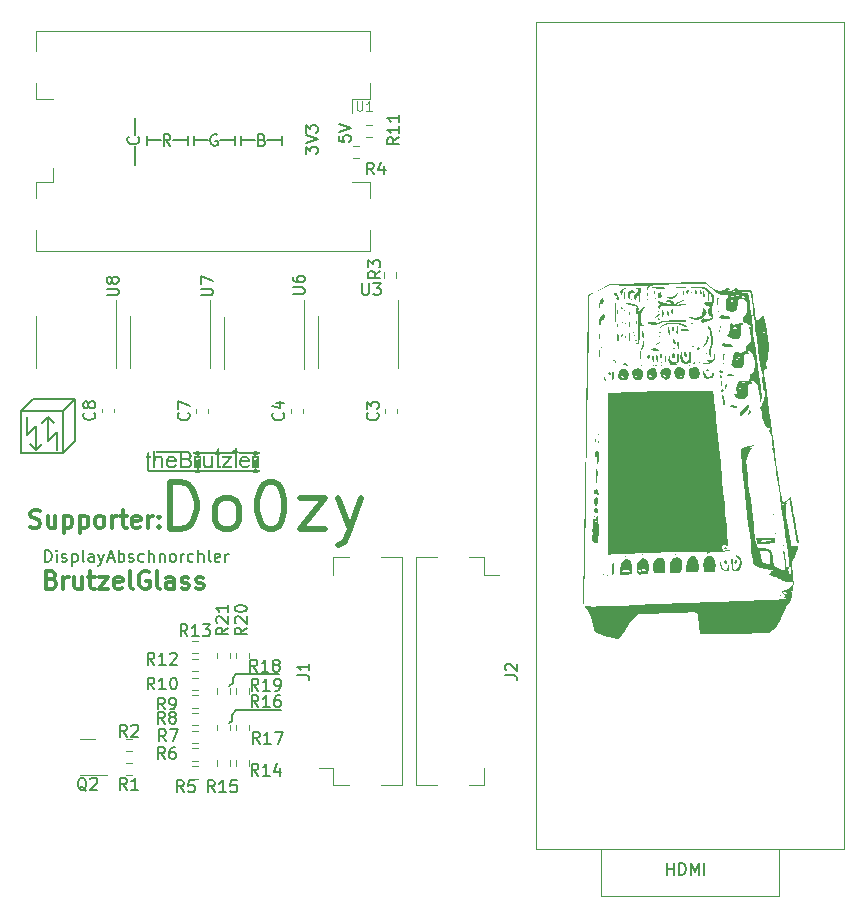
<source format=gbr>
%TF.GenerationSoftware,KiCad,Pcbnew,(7.0.0)*%
%TF.CreationDate,2023-04-05T00:45:08+02:00*%
%TF.ProjectId,TTL_to_HDMI,54544c5f-746f-45f4-9844-4d492e6b6963,4.0*%
%TF.SameCoordinates,Original*%
%TF.FileFunction,Legend,Top*%
%TF.FilePolarity,Positive*%
%FSLAX46Y46*%
G04 Gerber Fmt 4.6, Leading zero omitted, Abs format (unit mm)*
G04 Created by KiCad (PCBNEW (7.0.0)) date 2023-04-05 00:45:08*
%MOMM*%
%LPD*%
G01*
G04 APERTURE LIST*
%ADD10C,0.150000*%
%ADD11C,0.300000*%
%ADD12C,0.500000*%
%ADD13C,0.100000*%
%ADD14C,0.120000*%
G04 APERTURE END LIST*
D10*
X94200000Y-130600000D02*
X94188750Y-131118629D01*
X94500000Y-82000000D02*
X94500000Y-82400000D01*
X90500000Y-82000000D02*
X90500000Y-81600000D01*
X86000000Y-82500000D02*
X86000000Y-84100000D01*
X98500000Y-82000000D02*
X98500000Y-81600000D01*
X98200000Y-127200000D02*
X94600000Y-127200000D01*
X93200000Y-82000000D02*
X94500000Y-82000000D01*
X94600000Y-127200000D02*
X94300000Y-127500000D01*
X94500000Y-82000000D02*
X94500000Y-81600000D01*
X87000000Y-81600000D02*
X87000000Y-82400000D01*
X89200000Y-82000000D02*
X90500000Y-82000000D01*
X86000000Y-80100000D02*
X86000000Y-81500000D01*
X95000000Y-82400000D02*
X95000000Y-82000000D01*
X94300000Y-127900000D02*
X94300000Y-127500000D01*
X91000000Y-82400000D02*
X91000000Y-82000000D01*
X97200000Y-82000000D02*
X98500000Y-82000000D01*
X90500000Y-82000000D02*
X90500000Y-82400000D01*
X88200000Y-82000000D02*
X87000000Y-82000000D01*
X96200000Y-82000000D02*
X95000000Y-82000000D01*
X95000000Y-81600000D02*
X95000000Y-82400000D01*
X87000000Y-82400000D02*
X87000000Y-82000000D01*
X94300000Y-127900000D02*
X94000000Y-128200000D01*
X94188750Y-131118629D02*
X94011250Y-131281371D01*
X98500000Y-82000000D02*
X98500000Y-82400000D01*
X98400000Y-130200000D02*
X94600000Y-130200000D01*
X94600000Y-130200000D02*
X94200000Y-130600000D01*
X92200000Y-82000000D02*
X91000000Y-82000000D01*
X91000000Y-81600000D02*
X91000000Y-82400000D01*
X86272142Y-81690476D02*
X86319761Y-81738095D01*
X86319761Y-81738095D02*
X86367380Y-81880952D01*
X86367380Y-81880952D02*
X86367380Y-81976190D01*
X86367380Y-81976190D02*
X86319761Y-82119047D01*
X86319761Y-82119047D02*
X86224523Y-82214285D01*
X86224523Y-82214285D02*
X86129285Y-82261904D01*
X86129285Y-82261904D02*
X85938809Y-82309523D01*
X85938809Y-82309523D02*
X85795952Y-82309523D01*
X85795952Y-82309523D02*
X85605476Y-82261904D01*
X85605476Y-82261904D02*
X85510238Y-82214285D01*
X85510238Y-82214285D02*
X85415000Y-82119047D01*
X85415000Y-82119047D02*
X85367380Y-81976190D01*
X85367380Y-81976190D02*
X85367380Y-81880952D01*
X85367380Y-81880952D02*
X85415000Y-81738095D01*
X85415000Y-81738095D02*
X85462619Y-81690476D01*
X103267380Y-81590476D02*
X103267380Y-82066666D01*
X103267380Y-82066666D02*
X103743571Y-82114285D01*
X103743571Y-82114285D02*
X103695952Y-82066666D01*
X103695952Y-82066666D02*
X103648333Y-81971428D01*
X103648333Y-81971428D02*
X103648333Y-81733333D01*
X103648333Y-81733333D02*
X103695952Y-81638095D01*
X103695952Y-81638095D02*
X103743571Y-81590476D01*
X103743571Y-81590476D02*
X103838809Y-81542857D01*
X103838809Y-81542857D02*
X104076904Y-81542857D01*
X104076904Y-81542857D02*
X104172142Y-81590476D01*
X104172142Y-81590476D02*
X104219761Y-81638095D01*
X104219761Y-81638095D02*
X104267380Y-81733333D01*
X104267380Y-81733333D02*
X104267380Y-81971428D01*
X104267380Y-81971428D02*
X104219761Y-82066666D01*
X104219761Y-82066666D02*
X104172142Y-82114285D01*
X103267380Y-81257142D02*
X104267380Y-80923809D01*
X104267380Y-80923809D02*
X103267380Y-80590476D01*
X96771428Y-81943571D02*
X96914285Y-81991190D01*
X96914285Y-81991190D02*
X96961904Y-82038809D01*
X96961904Y-82038809D02*
X97009523Y-82134047D01*
X97009523Y-82134047D02*
X97009523Y-82276904D01*
X97009523Y-82276904D02*
X96961904Y-82372142D01*
X96961904Y-82372142D02*
X96914285Y-82419761D01*
X96914285Y-82419761D02*
X96819047Y-82467380D01*
X96819047Y-82467380D02*
X96438095Y-82467380D01*
X96438095Y-82467380D02*
X96438095Y-81467380D01*
X96438095Y-81467380D02*
X96771428Y-81467380D01*
X96771428Y-81467380D02*
X96866666Y-81515000D01*
X96866666Y-81515000D02*
X96914285Y-81562619D01*
X96914285Y-81562619D02*
X96961904Y-81657857D01*
X96961904Y-81657857D02*
X96961904Y-81753095D01*
X96961904Y-81753095D02*
X96914285Y-81848333D01*
X96914285Y-81848333D02*
X96866666Y-81895952D01*
X96866666Y-81895952D02*
X96771428Y-81943571D01*
X96771428Y-81943571D02*
X96438095Y-81943571D01*
D11*
X77135714Y-114702142D02*
X77350000Y-114773571D01*
X77350000Y-114773571D02*
X77707142Y-114773571D01*
X77707142Y-114773571D02*
X77850000Y-114702142D01*
X77850000Y-114702142D02*
X77921428Y-114630714D01*
X77921428Y-114630714D02*
X77992857Y-114487857D01*
X77992857Y-114487857D02*
X77992857Y-114345000D01*
X77992857Y-114345000D02*
X77921428Y-114202142D01*
X77921428Y-114202142D02*
X77850000Y-114130714D01*
X77850000Y-114130714D02*
X77707142Y-114059285D01*
X77707142Y-114059285D02*
X77421428Y-113987857D01*
X77421428Y-113987857D02*
X77278571Y-113916428D01*
X77278571Y-113916428D02*
X77207142Y-113845000D01*
X77207142Y-113845000D02*
X77135714Y-113702142D01*
X77135714Y-113702142D02*
X77135714Y-113559285D01*
X77135714Y-113559285D02*
X77207142Y-113416428D01*
X77207142Y-113416428D02*
X77278571Y-113345000D01*
X77278571Y-113345000D02*
X77421428Y-113273571D01*
X77421428Y-113273571D02*
X77778571Y-113273571D01*
X77778571Y-113273571D02*
X77992857Y-113345000D01*
X79278571Y-113773571D02*
X79278571Y-114773571D01*
X78635713Y-113773571D02*
X78635713Y-114559285D01*
X78635713Y-114559285D02*
X78707142Y-114702142D01*
X78707142Y-114702142D02*
X78849999Y-114773571D01*
X78849999Y-114773571D02*
X79064285Y-114773571D01*
X79064285Y-114773571D02*
X79207142Y-114702142D01*
X79207142Y-114702142D02*
X79278571Y-114630714D01*
X79992856Y-113773571D02*
X79992856Y-115273571D01*
X79992856Y-113845000D02*
X80135714Y-113773571D01*
X80135714Y-113773571D02*
X80421428Y-113773571D01*
X80421428Y-113773571D02*
X80564285Y-113845000D01*
X80564285Y-113845000D02*
X80635714Y-113916428D01*
X80635714Y-113916428D02*
X80707142Y-114059285D01*
X80707142Y-114059285D02*
X80707142Y-114487857D01*
X80707142Y-114487857D02*
X80635714Y-114630714D01*
X80635714Y-114630714D02*
X80564285Y-114702142D01*
X80564285Y-114702142D02*
X80421428Y-114773571D01*
X80421428Y-114773571D02*
X80135714Y-114773571D01*
X80135714Y-114773571D02*
X79992856Y-114702142D01*
X81349999Y-113773571D02*
X81349999Y-115273571D01*
X81349999Y-113845000D02*
X81492857Y-113773571D01*
X81492857Y-113773571D02*
X81778571Y-113773571D01*
X81778571Y-113773571D02*
X81921428Y-113845000D01*
X81921428Y-113845000D02*
X81992857Y-113916428D01*
X81992857Y-113916428D02*
X82064285Y-114059285D01*
X82064285Y-114059285D02*
X82064285Y-114487857D01*
X82064285Y-114487857D02*
X81992857Y-114630714D01*
X81992857Y-114630714D02*
X81921428Y-114702142D01*
X81921428Y-114702142D02*
X81778571Y-114773571D01*
X81778571Y-114773571D02*
X81492857Y-114773571D01*
X81492857Y-114773571D02*
X81349999Y-114702142D01*
X82921428Y-114773571D02*
X82778571Y-114702142D01*
X82778571Y-114702142D02*
X82707142Y-114630714D01*
X82707142Y-114630714D02*
X82635714Y-114487857D01*
X82635714Y-114487857D02*
X82635714Y-114059285D01*
X82635714Y-114059285D02*
X82707142Y-113916428D01*
X82707142Y-113916428D02*
X82778571Y-113845000D01*
X82778571Y-113845000D02*
X82921428Y-113773571D01*
X82921428Y-113773571D02*
X83135714Y-113773571D01*
X83135714Y-113773571D02*
X83278571Y-113845000D01*
X83278571Y-113845000D02*
X83350000Y-113916428D01*
X83350000Y-113916428D02*
X83421428Y-114059285D01*
X83421428Y-114059285D02*
X83421428Y-114487857D01*
X83421428Y-114487857D02*
X83350000Y-114630714D01*
X83350000Y-114630714D02*
X83278571Y-114702142D01*
X83278571Y-114702142D02*
X83135714Y-114773571D01*
X83135714Y-114773571D02*
X82921428Y-114773571D01*
X84064285Y-114773571D02*
X84064285Y-113773571D01*
X84064285Y-114059285D02*
X84135714Y-113916428D01*
X84135714Y-113916428D02*
X84207143Y-113845000D01*
X84207143Y-113845000D02*
X84350000Y-113773571D01*
X84350000Y-113773571D02*
X84492857Y-113773571D01*
X84778571Y-113773571D02*
X85349999Y-113773571D01*
X84992856Y-113273571D02*
X84992856Y-114559285D01*
X84992856Y-114559285D02*
X85064285Y-114702142D01*
X85064285Y-114702142D02*
X85207142Y-114773571D01*
X85207142Y-114773571D02*
X85349999Y-114773571D01*
X86421428Y-114702142D02*
X86278571Y-114773571D01*
X86278571Y-114773571D02*
X85992857Y-114773571D01*
X85992857Y-114773571D02*
X85849999Y-114702142D01*
X85849999Y-114702142D02*
X85778571Y-114559285D01*
X85778571Y-114559285D02*
X85778571Y-113987857D01*
X85778571Y-113987857D02*
X85849999Y-113845000D01*
X85849999Y-113845000D02*
X85992857Y-113773571D01*
X85992857Y-113773571D02*
X86278571Y-113773571D01*
X86278571Y-113773571D02*
X86421428Y-113845000D01*
X86421428Y-113845000D02*
X86492857Y-113987857D01*
X86492857Y-113987857D02*
X86492857Y-114130714D01*
X86492857Y-114130714D02*
X85778571Y-114273571D01*
X87135713Y-114773571D02*
X87135713Y-113773571D01*
X87135713Y-114059285D02*
X87207142Y-113916428D01*
X87207142Y-113916428D02*
X87278571Y-113845000D01*
X87278571Y-113845000D02*
X87421428Y-113773571D01*
X87421428Y-113773571D02*
X87564285Y-113773571D01*
X88064284Y-114630714D02*
X88135713Y-114702142D01*
X88135713Y-114702142D02*
X88064284Y-114773571D01*
X88064284Y-114773571D02*
X87992856Y-114702142D01*
X87992856Y-114702142D02*
X88064284Y-114630714D01*
X88064284Y-114630714D02*
X88064284Y-114773571D01*
X88064284Y-113845000D02*
X88135713Y-113916428D01*
X88135713Y-113916428D02*
X88064284Y-113987857D01*
X88064284Y-113987857D02*
X87992856Y-113916428D01*
X87992856Y-113916428D02*
X88064284Y-113845000D01*
X88064284Y-113845000D02*
X88064284Y-113987857D01*
D10*
X89009523Y-82467380D02*
X88676190Y-81991190D01*
X88438095Y-82467380D02*
X88438095Y-81467380D01*
X88438095Y-81467380D02*
X88819047Y-81467380D01*
X88819047Y-81467380D02*
X88914285Y-81515000D01*
X88914285Y-81515000D02*
X88961904Y-81562619D01*
X88961904Y-81562619D02*
X89009523Y-81657857D01*
X89009523Y-81657857D02*
X89009523Y-81800714D01*
X89009523Y-81800714D02*
X88961904Y-81895952D01*
X88961904Y-81895952D02*
X88914285Y-81943571D01*
X88914285Y-81943571D02*
X88819047Y-81991190D01*
X88819047Y-81991190D02*
X88438095Y-81991190D01*
D11*
X78957142Y-119165357D02*
X79171428Y-119236785D01*
X79171428Y-119236785D02*
X79242857Y-119308214D01*
X79242857Y-119308214D02*
X79314285Y-119451071D01*
X79314285Y-119451071D02*
X79314285Y-119665357D01*
X79314285Y-119665357D02*
X79242857Y-119808214D01*
X79242857Y-119808214D02*
X79171428Y-119879642D01*
X79171428Y-119879642D02*
X79028571Y-119951071D01*
X79028571Y-119951071D02*
X78457142Y-119951071D01*
X78457142Y-119951071D02*
X78457142Y-118451071D01*
X78457142Y-118451071D02*
X78957142Y-118451071D01*
X78957142Y-118451071D02*
X79100000Y-118522500D01*
X79100000Y-118522500D02*
X79171428Y-118593928D01*
X79171428Y-118593928D02*
X79242857Y-118736785D01*
X79242857Y-118736785D02*
X79242857Y-118879642D01*
X79242857Y-118879642D02*
X79171428Y-119022500D01*
X79171428Y-119022500D02*
X79100000Y-119093928D01*
X79100000Y-119093928D02*
X78957142Y-119165357D01*
X78957142Y-119165357D02*
X78457142Y-119165357D01*
X79957142Y-119951071D02*
X79957142Y-118951071D01*
X79957142Y-119236785D02*
X80028571Y-119093928D01*
X80028571Y-119093928D02*
X80100000Y-119022500D01*
X80100000Y-119022500D02*
X80242857Y-118951071D01*
X80242857Y-118951071D02*
X80385714Y-118951071D01*
X81528571Y-118951071D02*
X81528571Y-119951071D01*
X80885713Y-118951071D02*
X80885713Y-119736785D01*
X80885713Y-119736785D02*
X80957142Y-119879642D01*
X80957142Y-119879642D02*
X81099999Y-119951071D01*
X81099999Y-119951071D02*
X81314285Y-119951071D01*
X81314285Y-119951071D02*
X81457142Y-119879642D01*
X81457142Y-119879642D02*
X81528571Y-119808214D01*
X82028571Y-118951071D02*
X82599999Y-118951071D01*
X82242856Y-118451071D02*
X82242856Y-119736785D01*
X82242856Y-119736785D02*
X82314285Y-119879642D01*
X82314285Y-119879642D02*
X82457142Y-119951071D01*
X82457142Y-119951071D02*
X82599999Y-119951071D01*
X82957142Y-118951071D02*
X83742857Y-118951071D01*
X83742857Y-118951071D02*
X82957142Y-119951071D01*
X82957142Y-119951071D02*
X83742857Y-119951071D01*
X84885714Y-119879642D02*
X84742857Y-119951071D01*
X84742857Y-119951071D02*
X84457143Y-119951071D01*
X84457143Y-119951071D02*
X84314285Y-119879642D01*
X84314285Y-119879642D02*
X84242857Y-119736785D01*
X84242857Y-119736785D02*
X84242857Y-119165357D01*
X84242857Y-119165357D02*
X84314285Y-119022500D01*
X84314285Y-119022500D02*
X84457143Y-118951071D01*
X84457143Y-118951071D02*
X84742857Y-118951071D01*
X84742857Y-118951071D02*
X84885714Y-119022500D01*
X84885714Y-119022500D02*
X84957143Y-119165357D01*
X84957143Y-119165357D02*
X84957143Y-119308214D01*
X84957143Y-119308214D02*
X84242857Y-119451071D01*
X85814285Y-119951071D02*
X85671428Y-119879642D01*
X85671428Y-119879642D02*
X85599999Y-119736785D01*
X85599999Y-119736785D02*
X85599999Y-118451071D01*
X87171428Y-118522500D02*
X87028571Y-118451071D01*
X87028571Y-118451071D02*
X86814285Y-118451071D01*
X86814285Y-118451071D02*
X86599999Y-118522500D01*
X86599999Y-118522500D02*
X86457142Y-118665357D01*
X86457142Y-118665357D02*
X86385713Y-118808214D01*
X86385713Y-118808214D02*
X86314285Y-119093928D01*
X86314285Y-119093928D02*
X86314285Y-119308214D01*
X86314285Y-119308214D02*
X86385713Y-119593928D01*
X86385713Y-119593928D02*
X86457142Y-119736785D01*
X86457142Y-119736785D02*
X86599999Y-119879642D01*
X86599999Y-119879642D02*
X86814285Y-119951071D01*
X86814285Y-119951071D02*
X86957142Y-119951071D01*
X86957142Y-119951071D02*
X87171428Y-119879642D01*
X87171428Y-119879642D02*
X87242856Y-119808214D01*
X87242856Y-119808214D02*
X87242856Y-119308214D01*
X87242856Y-119308214D02*
X86957142Y-119308214D01*
X88099999Y-119951071D02*
X87957142Y-119879642D01*
X87957142Y-119879642D02*
X87885713Y-119736785D01*
X87885713Y-119736785D02*
X87885713Y-118451071D01*
X89314285Y-119951071D02*
X89314285Y-119165357D01*
X89314285Y-119165357D02*
X89242856Y-119022500D01*
X89242856Y-119022500D02*
X89099999Y-118951071D01*
X89099999Y-118951071D02*
X88814285Y-118951071D01*
X88814285Y-118951071D02*
X88671427Y-119022500D01*
X89314285Y-119879642D02*
X89171427Y-119951071D01*
X89171427Y-119951071D02*
X88814285Y-119951071D01*
X88814285Y-119951071D02*
X88671427Y-119879642D01*
X88671427Y-119879642D02*
X88599999Y-119736785D01*
X88599999Y-119736785D02*
X88599999Y-119593928D01*
X88599999Y-119593928D02*
X88671427Y-119451071D01*
X88671427Y-119451071D02*
X88814285Y-119379642D01*
X88814285Y-119379642D02*
X89171427Y-119379642D01*
X89171427Y-119379642D02*
X89314285Y-119308214D01*
X89957142Y-119879642D02*
X90099999Y-119951071D01*
X90099999Y-119951071D02*
X90385713Y-119951071D01*
X90385713Y-119951071D02*
X90528570Y-119879642D01*
X90528570Y-119879642D02*
X90599999Y-119736785D01*
X90599999Y-119736785D02*
X90599999Y-119665357D01*
X90599999Y-119665357D02*
X90528570Y-119522500D01*
X90528570Y-119522500D02*
X90385713Y-119451071D01*
X90385713Y-119451071D02*
X90171428Y-119451071D01*
X90171428Y-119451071D02*
X90028570Y-119379642D01*
X90028570Y-119379642D02*
X89957142Y-119236785D01*
X89957142Y-119236785D02*
X89957142Y-119165357D01*
X89957142Y-119165357D02*
X90028570Y-119022500D01*
X90028570Y-119022500D02*
X90171428Y-118951071D01*
X90171428Y-118951071D02*
X90385713Y-118951071D01*
X90385713Y-118951071D02*
X90528570Y-119022500D01*
X91171428Y-119879642D02*
X91314285Y-119951071D01*
X91314285Y-119951071D02*
X91599999Y-119951071D01*
X91599999Y-119951071D02*
X91742856Y-119879642D01*
X91742856Y-119879642D02*
X91814285Y-119736785D01*
X91814285Y-119736785D02*
X91814285Y-119665357D01*
X91814285Y-119665357D02*
X91742856Y-119522500D01*
X91742856Y-119522500D02*
X91599999Y-119451071D01*
X91599999Y-119451071D02*
X91385714Y-119451071D01*
X91385714Y-119451071D02*
X91242856Y-119379642D01*
X91242856Y-119379642D02*
X91171428Y-119236785D01*
X91171428Y-119236785D02*
X91171428Y-119165357D01*
X91171428Y-119165357D02*
X91242856Y-119022500D01*
X91242856Y-119022500D02*
X91385714Y-118951071D01*
X91385714Y-118951071D02*
X91599999Y-118951071D01*
X91599999Y-118951071D02*
X91742856Y-119022500D01*
D12*
X88952380Y-114929523D02*
X88952380Y-110929523D01*
X88952380Y-110929523D02*
X89904761Y-110929523D01*
X89904761Y-110929523D02*
X90476190Y-111120000D01*
X90476190Y-111120000D02*
X90857142Y-111500952D01*
X90857142Y-111500952D02*
X91047619Y-111881904D01*
X91047619Y-111881904D02*
X91238095Y-112643809D01*
X91238095Y-112643809D02*
X91238095Y-113215238D01*
X91238095Y-113215238D02*
X91047619Y-113977142D01*
X91047619Y-113977142D02*
X90857142Y-114358095D01*
X90857142Y-114358095D02*
X90476190Y-114739047D01*
X90476190Y-114739047D02*
X89904761Y-114929523D01*
X89904761Y-114929523D02*
X88952380Y-114929523D01*
X93523809Y-114929523D02*
X93142857Y-114739047D01*
X93142857Y-114739047D02*
X92952380Y-114548571D01*
X92952380Y-114548571D02*
X92761904Y-114167619D01*
X92761904Y-114167619D02*
X92761904Y-113024761D01*
X92761904Y-113024761D02*
X92952380Y-112643809D01*
X92952380Y-112643809D02*
X93142857Y-112453333D01*
X93142857Y-112453333D02*
X93523809Y-112262857D01*
X93523809Y-112262857D02*
X94095238Y-112262857D01*
X94095238Y-112262857D02*
X94476190Y-112453333D01*
X94476190Y-112453333D02*
X94666666Y-112643809D01*
X94666666Y-112643809D02*
X94857142Y-113024761D01*
X94857142Y-113024761D02*
X94857142Y-114167619D01*
X94857142Y-114167619D02*
X94666666Y-114548571D01*
X94666666Y-114548571D02*
X94476190Y-114739047D01*
X94476190Y-114739047D02*
X94095238Y-114929523D01*
X94095238Y-114929523D02*
X93523809Y-114929523D01*
X97333333Y-110929523D02*
X97714286Y-110929523D01*
X97714286Y-110929523D02*
X98095238Y-111120000D01*
X98095238Y-111120000D02*
X98285714Y-111310476D01*
X98285714Y-111310476D02*
X98476190Y-111691428D01*
X98476190Y-111691428D02*
X98666667Y-112453333D01*
X98666667Y-112453333D02*
X98666667Y-113405714D01*
X98666667Y-113405714D02*
X98476190Y-114167619D01*
X98476190Y-114167619D02*
X98285714Y-114548571D01*
X98285714Y-114548571D02*
X98095238Y-114739047D01*
X98095238Y-114739047D02*
X97714286Y-114929523D01*
X97714286Y-114929523D02*
X97333333Y-114929523D01*
X97333333Y-114929523D02*
X96952381Y-114739047D01*
X96952381Y-114739047D02*
X96761905Y-114548571D01*
X96761905Y-114548571D02*
X96571428Y-114167619D01*
X96571428Y-114167619D02*
X96380952Y-113405714D01*
X96380952Y-113405714D02*
X96380952Y-112453333D01*
X96380952Y-112453333D02*
X96571428Y-111691428D01*
X96571428Y-111691428D02*
X96761905Y-111310476D01*
X96761905Y-111310476D02*
X96952381Y-111120000D01*
X96952381Y-111120000D02*
X97333333Y-110929523D01*
X100000000Y-112262857D02*
X102095238Y-112262857D01*
X102095238Y-112262857D02*
X100000000Y-114929523D01*
X100000000Y-114929523D02*
X102095238Y-114929523D01*
X103238095Y-112262857D02*
X104190476Y-114929523D01*
X105142857Y-112262857D02*
X104190476Y-114929523D01*
X104190476Y-114929523D02*
X103809524Y-115881904D01*
X103809524Y-115881904D02*
X103619047Y-116072380D01*
X103619047Y-116072380D02*
X103238095Y-116262857D01*
D10*
X100467380Y-83138094D02*
X100467380Y-82519047D01*
X100467380Y-82519047D02*
X100848333Y-82852380D01*
X100848333Y-82852380D02*
X100848333Y-82709523D01*
X100848333Y-82709523D02*
X100895952Y-82614285D01*
X100895952Y-82614285D02*
X100943571Y-82566666D01*
X100943571Y-82566666D02*
X101038809Y-82519047D01*
X101038809Y-82519047D02*
X101276904Y-82519047D01*
X101276904Y-82519047D02*
X101372142Y-82566666D01*
X101372142Y-82566666D02*
X101419761Y-82614285D01*
X101419761Y-82614285D02*
X101467380Y-82709523D01*
X101467380Y-82709523D02*
X101467380Y-82995237D01*
X101467380Y-82995237D02*
X101419761Y-83090475D01*
X101419761Y-83090475D02*
X101372142Y-83138094D01*
X100467380Y-82233332D02*
X101467380Y-81899999D01*
X101467380Y-81899999D02*
X100467380Y-81566666D01*
X100467380Y-81328570D02*
X100467380Y-80709523D01*
X100467380Y-80709523D02*
X100848333Y-81042856D01*
X100848333Y-81042856D02*
X100848333Y-80899999D01*
X100848333Y-80899999D02*
X100895952Y-80804761D01*
X100895952Y-80804761D02*
X100943571Y-80757142D01*
X100943571Y-80757142D02*
X101038809Y-80709523D01*
X101038809Y-80709523D02*
X101276904Y-80709523D01*
X101276904Y-80709523D02*
X101372142Y-80757142D01*
X101372142Y-80757142D02*
X101419761Y-80804761D01*
X101419761Y-80804761D02*
X101467380Y-80899999D01*
X101467380Y-80899999D02*
X101467380Y-81185713D01*
X101467380Y-81185713D02*
X101419761Y-81280951D01*
X101419761Y-81280951D02*
X101372142Y-81328570D01*
X92961904Y-81515000D02*
X92866666Y-81467380D01*
X92866666Y-81467380D02*
X92723809Y-81467380D01*
X92723809Y-81467380D02*
X92580952Y-81515000D01*
X92580952Y-81515000D02*
X92485714Y-81610238D01*
X92485714Y-81610238D02*
X92438095Y-81705476D01*
X92438095Y-81705476D02*
X92390476Y-81895952D01*
X92390476Y-81895952D02*
X92390476Y-82038809D01*
X92390476Y-82038809D02*
X92438095Y-82229285D01*
X92438095Y-82229285D02*
X92485714Y-82324523D01*
X92485714Y-82324523D02*
X92580952Y-82419761D01*
X92580952Y-82419761D02*
X92723809Y-82467380D01*
X92723809Y-82467380D02*
X92819047Y-82467380D01*
X92819047Y-82467380D02*
X92961904Y-82419761D01*
X92961904Y-82419761D02*
X93009523Y-82372142D01*
X93009523Y-82372142D02*
X93009523Y-82038809D01*
X93009523Y-82038809D02*
X92819047Y-82038809D01*
X78385713Y-117667380D02*
X78385713Y-116667380D01*
X78385713Y-116667380D02*
X78623808Y-116667380D01*
X78623808Y-116667380D02*
X78766665Y-116715000D01*
X78766665Y-116715000D02*
X78861903Y-116810238D01*
X78861903Y-116810238D02*
X78909522Y-116905476D01*
X78909522Y-116905476D02*
X78957141Y-117095952D01*
X78957141Y-117095952D02*
X78957141Y-117238809D01*
X78957141Y-117238809D02*
X78909522Y-117429285D01*
X78909522Y-117429285D02*
X78861903Y-117524523D01*
X78861903Y-117524523D02*
X78766665Y-117619761D01*
X78766665Y-117619761D02*
X78623808Y-117667380D01*
X78623808Y-117667380D02*
X78385713Y-117667380D01*
X79385713Y-117667380D02*
X79385713Y-117000714D01*
X79385713Y-116667380D02*
X79338094Y-116715000D01*
X79338094Y-116715000D02*
X79385713Y-116762619D01*
X79385713Y-116762619D02*
X79433332Y-116715000D01*
X79433332Y-116715000D02*
X79385713Y-116667380D01*
X79385713Y-116667380D02*
X79385713Y-116762619D01*
X79814284Y-117619761D02*
X79909522Y-117667380D01*
X79909522Y-117667380D02*
X80099998Y-117667380D01*
X80099998Y-117667380D02*
X80195236Y-117619761D01*
X80195236Y-117619761D02*
X80242855Y-117524523D01*
X80242855Y-117524523D02*
X80242855Y-117476904D01*
X80242855Y-117476904D02*
X80195236Y-117381666D01*
X80195236Y-117381666D02*
X80099998Y-117334047D01*
X80099998Y-117334047D02*
X79957141Y-117334047D01*
X79957141Y-117334047D02*
X79861903Y-117286428D01*
X79861903Y-117286428D02*
X79814284Y-117191190D01*
X79814284Y-117191190D02*
X79814284Y-117143571D01*
X79814284Y-117143571D02*
X79861903Y-117048333D01*
X79861903Y-117048333D02*
X79957141Y-117000714D01*
X79957141Y-117000714D02*
X80099998Y-117000714D01*
X80099998Y-117000714D02*
X80195236Y-117048333D01*
X80671427Y-117000714D02*
X80671427Y-118000714D01*
X80671427Y-117048333D02*
X80766665Y-117000714D01*
X80766665Y-117000714D02*
X80957141Y-117000714D01*
X80957141Y-117000714D02*
X81052379Y-117048333D01*
X81052379Y-117048333D02*
X81099998Y-117095952D01*
X81099998Y-117095952D02*
X81147617Y-117191190D01*
X81147617Y-117191190D02*
X81147617Y-117476904D01*
X81147617Y-117476904D02*
X81099998Y-117572142D01*
X81099998Y-117572142D02*
X81052379Y-117619761D01*
X81052379Y-117619761D02*
X80957141Y-117667380D01*
X80957141Y-117667380D02*
X80766665Y-117667380D01*
X80766665Y-117667380D02*
X80671427Y-117619761D01*
X81719046Y-117667380D02*
X81623808Y-117619761D01*
X81623808Y-117619761D02*
X81576189Y-117524523D01*
X81576189Y-117524523D02*
X81576189Y-116667380D01*
X82528570Y-117667380D02*
X82528570Y-117143571D01*
X82528570Y-117143571D02*
X82480951Y-117048333D01*
X82480951Y-117048333D02*
X82385713Y-117000714D01*
X82385713Y-117000714D02*
X82195237Y-117000714D01*
X82195237Y-117000714D02*
X82099999Y-117048333D01*
X82528570Y-117619761D02*
X82433332Y-117667380D01*
X82433332Y-117667380D02*
X82195237Y-117667380D01*
X82195237Y-117667380D02*
X82099999Y-117619761D01*
X82099999Y-117619761D02*
X82052380Y-117524523D01*
X82052380Y-117524523D02*
X82052380Y-117429285D01*
X82052380Y-117429285D02*
X82099999Y-117334047D01*
X82099999Y-117334047D02*
X82195237Y-117286428D01*
X82195237Y-117286428D02*
X82433332Y-117286428D01*
X82433332Y-117286428D02*
X82528570Y-117238809D01*
X82909523Y-117000714D02*
X83147618Y-117667380D01*
X83385713Y-117000714D02*
X83147618Y-117667380D01*
X83147618Y-117667380D02*
X83052380Y-117905476D01*
X83052380Y-117905476D02*
X83004761Y-117953095D01*
X83004761Y-117953095D02*
X82909523Y-118000714D01*
X83719047Y-117381666D02*
X84195237Y-117381666D01*
X83623809Y-117667380D02*
X83957142Y-116667380D01*
X83957142Y-116667380D02*
X84290475Y-117667380D01*
X84623809Y-117667380D02*
X84623809Y-116667380D01*
X84623809Y-117048333D02*
X84719047Y-117000714D01*
X84719047Y-117000714D02*
X84909523Y-117000714D01*
X84909523Y-117000714D02*
X85004761Y-117048333D01*
X85004761Y-117048333D02*
X85052380Y-117095952D01*
X85052380Y-117095952D02*
X85099999Y-117191190D01*
X85099999Y-117191190D02*
X85099999Y-117476904D01*
X85099999Y-117476904D02*
X85052380Y-117572142D01*
X85052380Y-117572142D02*
X85004761Y-117619761D01*
X85004761Y-117619761D02*
X84909523Y-117667380D01*
X84909523Y-117667380D02*
X84719047Y-117667380D01*
X84719047Y-117667380D02*
X84623809Y-117619761D01*
X85480952Y-117619761D02*
X85576190Y-117667380D01*
X85576190Y-117667380D02*
X85766666Y-117667380D01*
X85766666Y-117667380D02*
X85861904Y-117619761D01*
X85861904Y-117619761D02*
X85909523Y-117524523D01*
X85909523Y-117524523D02*
X85909523Y-117476904D01*
X85909523Y-117476904D02*
X85861904Y-117381666D01*
X85861904Y-117381666D02*
X85766666Y-117334047D01*
X85766666Y-117334047D02*
X85623809Y-117334047D01*
X85623809Y-117334047D02*
X85528571Y-117286428D01*
X85528571Y-117286428D02*
X85480952Y-117191190D01*
X85480952Y-117191190D02*
X85480952Y-117143571D01*
X85480952Y-117143571D02*
X85528571Y-117048333D01*
X85528571Y-117048333D02*
X85623809Y-117000714D01*
X85623809Y-117000714D02*
X85766666Y-117000714D01*
X85766666Y-117000714D02*
X85861904Y-117048333D01*
X86766666Y-117619761D02*
X86671428Y-117667380D01*
X86671428Y-117667380D02*
X86480952Y-117667380D01*
X86480952Y-117667380D02*
X86385714Y-117619761D01*
X86385714Y-117619761D02*
X86338095Y-117572142D01*
X86338095Y-117572142D02*
X86290476Y-117476904D01*
X86290476Y-117476904D02*
X86290476Y-117191190D01*
X86290476Y-117191190D02*
X86338095Y-117095952D01*
X86338095Y-117095952D02*
X86385714Y-117048333D01*
X86385714Y-117048333D02*
X86480952Y-117000714D01*
X86480952Y-117000714D02*
X86671428Y-117000714D01*
X86671428Y-117000714D02*
X86766666Y-117048333D01*
X87195238Y-117667380D02*
X87195238Y-116667380D01*
X87623809Y-117667380D02*
X87623809Y-117143571D01*
X87623809Y-117143571D02*
X87576190Y-117048333D01*
X87576190Y-117048333D02*
X87480952Y-117000714D01*
X87480952Y-117000714D02*
X87338095Y-117000714D01*
X87338095Y-117000714D02*
X87242857Y-117048333D01*
X87242857Y-117048333D02*
X87195238Y-117095952D01*
X88100000Y-117000714D02*
X88100000Y-117667380D01*
X88100000Y-117095952D02*
X88147619Y-117048333D01*
X88147619Y-117048333D02*
X88242857Y-117000714D01*
X88242857Y-117000714D02*
X88385714Y-117000714D01*
X88385714Y-117000714D02*
X88480952Y-117048333D01*
X88480952Y-117048333D02*
X88528571Y-117143571D01*
X88528571Y-117143571D02*
X88528571Y-117667380D01*
X89147619Y-117667380D02*
X89052381Y-117619761D01*
X89052381Y-117619761D02*
X89004762Y-117572142D01*
X89004762Y-117572142D02*
X88957143Y-117476904D01*
X88957143Y-117476904D02*
X88957143Y-117191190D01*
X88957143Y-117191190D02*
X89004762Y-117095952D01*
X89004762Y-117095952D02*
X89052381Y-117048333D01*
X89052381Y-117048333D02*
X89147619Y-117000714D01*
X89147619Y-117000714D02*
X89290476Y-117000714D01*
X89290476Y-117000714D02*
X89385714Y-117048333D01*
X89385714Y-117048333D02*
X89433333Y-117095952D01*
X89433333Y-117095952D02*
X89480952Y-117191190D01*
X89480952Y-117191190D02*
X89480952Y-117476904D01*
X89480952Y-117476904D02*
X89433333Y-117572142D01*
X89433333Y-117572142D02*
X89385714Y-117619761D01*
X89385714Y-117619761D02*
X89290476Y-117667380D01*
X89290476Y-117667380D02*
X89147619Y-117667380D01*
X89909524Y-117667380D02*
X89909524Y-117000714D01*
X89909524Y-117191190D02*
X89957143Y-117095952D01*
X89957143Y-117095952D02*
X90004762Y-117048333D01*
X90004762Y-117048333D02*
X90100000Y-117000714D01*
X90100000Y-117000714D02*
X90195238Y-117000714D01*
X90957143Y-117619761D02*
X90861905Y-117667380D01*
X90861905Y-117667380D02*
X90671429Y-117667380D01*
X90671429Y-117667380D02*
X90576191Y-117619761D01*
X90576191Y-117619761D02*
X90528572Y-117572142D01*
X90528572Y-117572142D02*
X90480953Y-117476904D01*
X90480953Y-117476904D02*
X90480953Y-117191190D01*
X90480953Y-117191190D02*
X90528572Y-117095952D01*
X90528572Y-117095952D02*
X90576191Y-117048333D01*
X90576191Y-117048333D02*
X90671429Y-117000714D01*
X90671429Y-117000714D02*
X90861905Y-117000714D01*
X90861905Y-117000714D02*
X90957143Y-117048333D01*
X91385715Y-117667380D02*
X91385715Y-116667380D01*
X91814286Y-117667380D02*
X91814286Y-117143571D01*
X91814286Y-117143571D02*
X91766667Y-117048333D01*
X91766667Y-117048333D02*
X91671429Y-117000714D01*
X91671429Y-117000714D02*
X91528572Y-117000714D01*
X91528572Y-117000714D02*
X91433334Y-117048333D01*
X91433334Y-117048333D02*
X91385715Y-117095952D01*
X92433334Y-117667380D02*
X92338096Y-117619761D01*
X92338096Y-117619761D02*
X92290477Y-117524523D01*
X92290477Y-117524523D02*
X92290477Y-116667380D01*
X93195239Y-117619761D02*
X93100001Y-117667380D01*
X93100001Y-117667380D02*
X92909525Y-117667380D01*
X92909525Y-117667380D02*
X92814287Y-117619761D01*
X92814287Y-117619761D02*
X92766668Y-117524523D01*
X92766668Y-117524523D02*
X92766668Y-117143571D01*
X92766668Y-117143571D02*
X92814287Y-117048333D01*
X92814287Y-117048333D02*
X92909525Y-117000714D01*
X92909525Y-117000714D02*
X93100001Y-117000714D01*
X93100001Y-117000714D02*
X93195239Y-117048333D01*
X93195239Y-117048333D02*
X93242858Y-117143571D01*
X93242858Y-117143571D02*
X93242858Y-117238809D01*
X93242858Y-117238809D02*
X92766668Y-117334047D01*
X93671430Y-117667380D02*
X93671430Y-117000714D01*
X93671430Y-117191190D02*
X93719049Y-117095952D01*
X93719049Y-117095952D02*
X93766668Y-117048333D01*
X93766668Y-117048333D02*
X93861906Y-117000714D01*
X93861906Y-117000714D02*
X93957144Y-117000714D01*
%TO.C,R5*%
X90133333Y-137167380D02*
X89800000Y-136691190D01*
X89561905Y-137167380D02*
X89561905Y-136167380D01*
X89561905Y-136167380D02*
X89942857Y-136167380D01*
X89942857Y-136167380D02*
X90038095Y-136215000D01*
X90038095Y-136215000D02*
X90085714Y-136262619D01*
X90085714Y-136262619D02*
X90133333Y-136357857D01*
X90133333Y-136357857D02*
X90133333Y-136500714D01*
X90133333Y-136500714D02*
X90085714Y-136595952D01*
X90085714Y-136595952D02*
X90038095Y-136643571D01*
X90038095Y-136643571D02*
X89942857Y-136691190D01*
X89942857Y-136691190D02*
X89561905Y-136691190D01*
X91038095Y-136167380D02*
X90561905Y-136167380D01*
X90561905Y-136167380D02*
X90514286Y-136643571D01*
X90514286Y-136643571D02*
X90561905Y-136595952D01*
X90561905Y-136595952D02*
X90657143Y-136548333D01*
X90657143Y-136548333D02*
X90895238Y-136548333D01*
X90895238Y-136548333D02*
X90990476Y-136595952D01*
X90990476Y-136595952D02*
X91038095Y-136643571D01*
X91038095Y-136643571D02*
X91085714Y-136738809D01*
X91085714Y-136738809D02*
X91085714Y-136976904D01*
X91085714Y-136976904D02*
X91038095Y-137072142D01*
X91038095Y-137072142D02*
X90990476Y-137119761D01*
X90990476Y-137119761D02*
X90895238Y-137167380D01*
X90895238Y-137167380D02*
X90657143Y-137167380D01*
X90657143Y-137167380D02*
X90561905Y-137119761D01*
X90561905Y-137119761D02*
X90514286Y-137072142D01*
%TO.C,R10*%
X87657142Y-128467380D02*
X87323809Y-127991190D01*
X87085714Y-128467380D02*
X87085714Y-127467380D01*
X87085714Y-127467380D02*
X87466666Y-127467380D01*
X87466666Y-127467380D02*
X87561904Y-127515000D01*
X87561904Y-127515000D02*
X87609523Y-127562619D01*
X87609523Y-127562619D02*
X87657142Y-127657857D01*
X87657142Y-127657857D02*
X87657142Y-127800714D01*
X87657142Y-127800714D02*
X87609523Y-127895952D01*
X87609523Y-127895952D02*
X87561904Y-127943571D01*
X87561904Y-127943571D02*
X87466666Y-127991190D01*
X87466666Y-127991190D02*
X87085714Y-127991190D01*
X88609523Y-128467380D02*
X88038095Y-128467380D01*
X88323809Y-128467380D02*
X88323809Y-127467380D01*
X88323809Y-127467380D02*
X88228571Y-127610238D01*
X88228571Y-127610238D02*
X88133333Y-127705476D01*
X88133333Y-127705476D02*
X88038095Y-127753095D01*
X89228571Y-127467380D02*
X89323809Y-127467380D01*
X89323809Y-127467380D02*
X89419047Y-127515000D01*
X89419047Y-127515000D02*
X89466666Y-127562619D01*
X89466666Y-127562619D02*
X89514285Y-127657857D01*
X89514285Y-127657857D02*
X89561904Y-127848333D01*
X89561904Y-127848333D02*
X89561904Y-128086428D01*
X89561904Y-128086428D02*
X89514285Y-128276904D01*
X89514285Y-128276904D02*
X89466666Y-128372142D01*
X89466666Y-128372142D02*
X89419047Y-128419761D01*
X89419047Y-128419761D02*
X89323809Y-128467380D01*
X89323809Y-128467380D02*
X89228571Y-128467380D01*
X89228571Y-128467380D02*
X89133333Y-128419761D01*
X89133333Y-128419761D02*
X89085714Y-128372142D01*
X89085714Y-128372142D02*
X89038095Y-128276904D01*
X89038095Y-128276904D02*
X88990476Y-128086428D01*
X88990476Y-128086428D02*
X88990476Y-127848333D01*
X88990476Y-127848333D02*
X89038095Y-127657857D01*
X89038095Y-127657857D02*
X89085714Y-127562619D01*
X89085714Y-127562619D02*
X89133333Y-127515000D01*
X89133333Y-127515000D02*
X89228571Y-127467380D01*
%TO.C,R14*%
X96457142Y-135767380D02*
X96123809Y-135291190D01*
X95885714Y-135767380D02*
X95885714Y-134767380D01*
X95885714Y-134767380D02*
X96266666Y-134767380D01*
X96266666Y-134767380D02*
X96361904Y-134815000D01*
X96361904Y-134815000D02*
X96409523Y-134862619D01*
X96409523Y-134862619D02*
X96457142Y-134957857D01*
X96457142Y-134957857D02*
X96457142Y-135100714D01*
X96457142Y-135100714D02*
X96409523Y-135195952D01*
X96409523Y-135195952D02*
X96361904Y-135243571D01*
X96361904Y-135243571D02*
X96266666Y-135291190D01*
X96266666Y-135291190D02*
X95885714Y-135291190D01*
X97409523Y-135767380D02*
X96838095Y-135767380D01*
X97123809Y-135767380D02*
X97123809Y-134767380D01*
X97123809Y-134767380D02*
X97028571Y-134910238D01*
X97028571Y-134910238D02*
X96933333Y-135005476D01*
X96933333Y-135005476D02*
X96838095Y-135053095D01*
X98266666Y-135100714D02*
X98266666Y-135767380D01*
X98028571Y-134719761D02*
X97790476Y-135434047D01*
X97790476Y-135434047D02*
X98409523Y-135434047D01*
%TO.C,J1*%
X99767380Y-127283333D02*
X100481666Y-127283333D01*
X100481666Y-127283333D02*
X100624523Y-127330952D01*
X100624523Y-127330952D02*
X100719761Y-127426190D01*
X100719761Y-127426190D02*
X100767380Y-127569047D01*
X100767380Y-127569047D02*
X100767380Y-127664285D01*
X100767380Y-126283333D02*
X100767380Y-126854761D01*
X100767380Y-126569047D02*
X99767380Y-126569047D01*
X99767380Y-126569047D02*
X99910238Y-126664285D01*
X99910238Y-126664285D02*
X100005476Y-126759523D01*
X100005476Y-126759523D02*
X100053095Y-126854761D01*
%TO.C,R13*%
X90457142Y-123967380D02*
X90123809Y-123491190D01*
X89885714Y-123967380D02*
X89885714Y-122967380D01*
X89885714Y-122967380D02*
X90266666Y-122967380D01*
X90266666Y-122967380D02*
X90361904Y-123015000D01*
X90361904Y-123015000D02*
X90409523Y-123062619D01*
X90409523Y-123062619D02*
X90457142Y-123157857D01*
X90457142Y-123157857D02*
X90457142Y-123300714D01*
X90457142Y-123300714D02*
X90409523Y-123395952D01*
X90409523Y-123395952D02*
X90361904Y-123443571D01*
X90361904Y-123443571D02*
X90266666Y-123491190D01*
X90266666Y-123491190D02*
X89885714Y-123491190D01*
X91409523Y-123967380D02*
X90838095Y-123967380D01*
X91123809Y-123967380D02*
X91123809Y-122967380D01*
X91123809Y-122967380D02*
X91028571Y-123110238D01*
X91028571Y-123110238D02*
X90933333Y-123205476D01*
X90933333Y-123205476D02*
X90838095Y-123253095D01*
X91742857Y-122967380D02*
X92361904Y-122967380D01*
X92361904Y-122967380D02*
X92028571Y-123348333D01*
X92028571Y-123348333D02*
X92171428Y-123348333D01*
X92171428Y-123348333D02*
X92266666Y-123395952D01*
X92266666Y-123395952D02*
X92314285Y-123443571D01*
X92314285Y-123443571D02*
X92361904Y-123538809D01*
X92361904Y-123538809D02*
X92361904Y-123776904D01*
X92361904Y-123776904D02*
X92314285Y-123872142D01*
X92314285Y-123872142D02*
X92266666Y-123919761D01*
X92266666Y-123919761D02*
X92171428Y-123967380D01*
X92171428Y-123967380D02*
X91885714Y-123967380D01*
X91885714Y-123967380D02*
X91790476Y-123919761D01*
X91790476Y-123919761D02*
X91742857Y-123872142D01*
%TO.C,U6*%
X99367380Y-95011904D02*
X100176904Y-95011904D01*
X100176904Y-95011904D02*
X100272142Y-94964285D01*
X100272142Y-94964285D02*
X100319761Y-94916666D01*
X100319761Y-94916666D02*
X100367380Y-94821428D01*
X100367380Y-94821428D02*
X100367380Y-94630952D01*
X100367380Y-94630952D02*
X100319761Y-94535714D01*
X100319761Y-94535714D02*
X100272142Y-94488095D01*
X100272142Y-94488095D02*
X100176904Y-94440476D01*
X100176904Y-94440476D02*
X99367380Y-94440476D01*
X99367380Y-93535714D02*
X99367380Y-93726190D01*
X99367380Y-93726190D02*
X99415000Y-93821428D01*
X99415000Y-93821428D02*
X99462619Y-93869047D01*
X99462619Y-93869047D02*
X99605476Y-93964285D01*
X99605476Y-93964285D02*
X99795952Y-94011904D01*
X99795952Y-94011904D02*
X100176904Y-94011904D01*
X100176904Y-94011904D02*
X100272142Y-93964285D01*
X100272142Y-93964285D02*
X100319761Y-93916666D01*
X100319761Y-93916666D02*
X100367380Y-93821428D01*
X100367380Y-93821428D02*
X100367380Y-93630952D01*
X100367380Y-93630952D02*
X100319761Y-93535714D01*
X100319761Y-93535714D02*
X100272142Y-93488095D01*
X100272142Y-93488095D02*
X100176904Y-93440476D01*
X100176904Y-93440476D02*
X99938809Y-93440476D01*
X99938809Y-93440476D02*
X99843571Y-93488095D01*
X99843571Y-93488095D02*
X99795952Y-93535714D01*
X99795952Y-93535714D02*
X99748333Y-93630952D01*
X99748333Y-93630952D02*
X99748333Y-93821428D01*
X99748333Y-93821428D02*
X99795952Y-93916666D01*
X99795952Y-93916666D02*
X99843571Y-93964285D01*
X99843571Y-93964285D02*
X99938809Y-94011904D01*
%TO.C,R6*%
X88533333Y-134367380D02*
X88200000Y-133891190D01*
X87961905Y-134367380D02*
X87961905Y-133367380D01*
X87961905Y-133367380D02*
X88342857Y-133367380D01*
X88342857Y-133367380D02*
X88438095Y-133415000D01*
X88438095Y-133415000D02*
X88485714Y-133462619D01*
X88485714Y-133462619D02*
X88533333Y-133557857D01*
X88533333Y-133557857D02*
X88533333Y-133700714D01*
X88533333Y-133700714D02*
X88485714Y-133795952D01*
X88485714Y-133795952D02*
X88438095Y-133843571D01*
X88438095Y-133843571D02*
X88342857Y-133891190D01*
X88342857Y-133891190D02*
X87961905Y-133891190D01*
X89390476Y-133367380D02*
X89200000Y-133367380D01*
X89200000Y-133367380D02*
X89104762Y-133415000D01*
X89104762Y-133415000D02*
X89057143Y-133462619D01*
X89057143Y-133462619D02*
X88961905Y-133605476D01*
X88961905Y-133605476D02*
X88914286Y-133795952D01*
X88914286Y-133795952D02*
X88914286Y-134176904D01*
X88914286Y-134176904D02*
X88961905Y-134272142D01*
X88961905Y-134272142D02*
X89009524Y-134319761D01*
X89009524Y-134319761D02*
X89104762Y-134367380D01*
X89104762Y-134367380D02*
X89295238Y-134367380D01*
X89295238Y-134367380D02*
X89390476Y-134319761D01*
X89390476Y-134319761D02*
X89438095Y-134272142D01*
X89438095Y-134272142D02*
X89485714Y-134176904D01*
X89485714Y-134176904D02*
X89485714Y-133938809D01*
X89485714Y-133938809D02*
X89438095Y-133843571D01*
X89438095Y-133843571D02*
X89390476Y-133795952D01*
X89390476Y-133795952D02*
X89295238Y-133748333D01*
X89295238Y-133748333D02*
X89104762Y-133748333D01*
X89104762Y-133748333D02*
X89009524Y-133795952D01*
X89009524Y-133795952D02*
X88961905Y-133843571D01*
X88961905Y-133843571D02*
X88914286Y-133938809D01*
%TO.C,R20*%
X95467380Y-123242857D02*
X94991190Y-123576190D01*
X95467380Y-123814285D02*
X94467380Y-123814285D01*
X94467380Y-123814285D02*
X94467380Y-123433333D01*
X94467380Y-123433333D02*
X94515000Y-123338095D01*
X94515000Y-123338095D02*
X94562619Y-123290476D01*
X94562619Y-123290476D02*
X94657857Y-123242857D01*
X94657857Y-123242857D02*
X94800714Y-123242857D01*
X94800714Y-123242857D02*
X94895952Y-123290476D01*
X94895952Y-123290476D02*
X94943571Y-123338095D01*
X94943571Y-123338095D02*
X94991190Y-123433333D01*
X94991190Y-123433333D02*
X94991190Y-123814285D01*
X94562619Y-122861904D02*
X94515000Y-122814285D01*
X94515000Y-122814285D02*
X94467380Y-122719047D01*
X94467380Y-122719047D02*
X94467380Y-122480952D01*
X94467380Y-122480952D02*
X94515000Y-122385714D01*
X94515000Y-122385714D02*
X94562619Y-122338095D01*
X94562619Y-122338095D02*
X94657857Y-122290476D01*
X94657857Y-122290476D02*
X94753095Y-122290476D01*
X94753095Y-122290476D02*
X94895952Y-122338095D01*
X94895952Y-122338095D02*
X95467380Y-122909523D01*
X95467380Y-122909523D02*
X95467380Y-122290476D01*
X94467380Y-121671428D02*
X94467380Y-121576190D01*
X94467380Y-121576190D02*
X94515000Y-121480952D01*
X94515000Y-121480952D02*
X94562619Y-121433333D01*
X94562619Y-121433333D02*
X94657857Y-121385714D01*
X94657857Y-121385714D02*
X94848333Y-121338095D01*
X94848333Y-121338095D02*
X95086428Y-121338095D01*
X95086428Y-121338095D02*
X95276904Y-121385714D01*
X95276904Y-121385714D02*
X95372142Y-121433333D01*
X95372142Y-121433333D02*
X95419761Y-121480952D01*
X95419761Y-121480952D02*
X95467380Y-121576190D01*
X95467380Y-121576190D02*
X95467380Y-121671428D01*
X95467380Y-121671428D02*
X95419761Y-121766666D01*
X95419761Y-121766666D02*
X95372142Y-121814285D01*
X95372142Y-121814285D02*
X95276904Y-121861904D01*
X95276904Y-121861904D02*
X95086428Y-121909523D01*
X95086428Y-121909523D02*
X94848333Y-121909523D01*
X94848333Y-121909523D02*
X94657857Y-121861904D01*
X94657857Y-121861904D02*
X94562619Y-121814285D01*
X94562619Y-121814285D02*
X94515000Y-121766666D01*
X94515000Y-121766666D02*
X94467380Y-121671428D01*
%TO.C,R18*%
X96357142Y-126967380D02*
X96023809Y-126491190D01*
X95785714Y-126967380D02*
X95785714Y-125967380D01*
X95785714Y-125967380D02*
X96166666Y-125967380D01*
X96166666Y-125967380D02*
X96261904Y-126015000D01*
X96261904Y-126015000D02*
X96309523Y-126062619D01*
X96309523Y-126062619D02*
X96357142Y-126157857D01*
X96357142Y-126157857D02*
X96357142Y-126300714D01*
X96357142Y-126300714D02*
X96309523Y-126395952D01*
X96309523Y-126395952D02*
X96261904Y-126443571D01*
X96261904Y-126443571D02*
X96166666Y-126491190D01*
X96166666Y-126491190D02*
X95785714Y-126491190D01*
X97309523Y-126967380D02*
X96738095Y-126967380D01*
X97023809Y-126967380D02*
X97023809Y-125967380D01*
X97023809Y-125967380D02*
X96928571Y-126110238D01*
X96928571Y-126110238D02*
X96833333Y-126205476D01*
X96833333Y-126205476D02*
X96738095Y-126253095D01*
X97880952Y-126395952D02*
X97785714Y-126348333D01*
X97785714Y-126348333D02*
X97738095Y-126300714D01*
X97738095Y-126300714D02*
X97690476Y-126205476D01*
X97690476Y-126205476D02*
X97690476Y-126157857D01*
X97690476Y-126157857D02*
X97738095Y-126062619D01*
X97738095Y-126062619D02*
X97785714Y-126015000D01*
X97785714Y-126015000D02*
X97880952Y-125967380D01*
X97880952Y-125967380D02*
X98071428Y-125967380D01*
X98071428Y-125967380D02*
X98166666Y-126015000D01*
X98166666Y-126015000D02*
X98214285Y-126062619D01*
X98214285Y-126062619D02*
X98261904Y-126157857D01*
X98261904Y-126157857D02*
X98261904Y-126205476D01*
X98261904Y-126205476D02*
X98214285Y-126300714D01*
X98214285Y-126300714D02*
X98166666Y-126348333D01*
X98166666Y-126348333D02*
X98071428Y-126395952D01*
X98071428Y-126395952D02*
X97880952Y-126395952D01*
X97880952Y-126395952D02*
X97785714Y-126443571D01*
X97785714Y-126443571D02*
X97738095Y-126491190D01*
X97738095Y-126491190D02*
X97690476Y-126586428D01*
X97690476Y-126586428D02*
X97690476Y-126776904D01*
X97690476Y-126776904D02*
X97738095Y-126872142D01*
X97738095Y-126872142D02*
X97785714Y-126919761D01*
X97785714Y-126919761D02*
X97880952Y-126967380D01*
X97880952Y-126967380D02*
X98071428Y-126967380D01*
X98071428Y-126967380D02*
X98166666Y-126919761D01*
X98166666Y-126919761D02*
X98214285Y-126872142D01*
X98214285Y-126872142D02*
X98261904Y-126776904D01*
X98261904Y-126776904D02*
X98261904Y-126586428D01*
X98261904Y-126586428D02*
X98214285Y-126491190D01*
X98214285Y-126491190D02*
X98166666Y-126443571D01*
X98166666Y-126443571D02*
X98071428Y-126395952D01*
%TO.C,C7*%
X90542142Y-105066666D02*
X90589761Y-105114285D01*
X90589761Y-105114285D02*
X90637380Y-105257142D01*
X90637380Y-105257142D02*
X90637380Y-105352380D01*
X90637380Y-105352380D02*
X90589761Y-105495237D01*
X90589761Y-105495237D02*
X90494523Y-105590475D01*
X90494523Y-105590475D02*
X90399285Y-105638094D01*
X90399285Y-105638094D02*
X90208809Y-105685713D01*
X90208809Y-105685713D02*
X90065952Y-105685713D01*
X90065952Y-105685713D02*
X89875476Y-105638094D01*
X89875476Y-105638094D02*
X89780238Y-105590475D01*
X89780238Y-105590475D02*
X89685000Y-105495237D01*
X89685000Y-105495237D02*
X89637380Y-105352380D01*
X89637380Y-105352380D02*
X89637380Y-105257142D01*
X89637380Y-105257142D02*
X89685000Y-105114285D01*
X89685000Y-105114285D02*
X89732619Y-105066666D01*
X89637380Y-104733332D02*
X89637380Y-104066666D01*
X89637380Y-104066666D02*
X90637380Y-104495237D01*
%TO.C,J2*%
X117367380Y-127283333D02*
X118081666Y-127283333D01*
X118081666Y-127283333D02*
X118224523Y-127330952D01*
X118224523Y-127330952D02*
X118319761Y-127426190D01*
X118319761Y-127426190D02*
X118367380Y-127569047D01*
X118367380Y-127569047D02*
X118367380Y-127664285D01*
X117462619Y-126854761D02*
X117415000Y-126807142D01*
X117415000Y-126807142D02*
X117367380Y-126711904D01*
X117367380Y-126711904D02*
X117367380Y-126473809D01*
X117367380Y-126473809D02*
X117415000Y-126378571D01*
X117415000Y-126378571D02*
X117462619Y-126330952D01*
X117462619Y-126330952D02*
X117557857Y-126283333D01*
X117557857Y-126283333D02*
X117653095Y-126283333D01*
X117653095Y-126283333D02*
X117795952Y-126330952D01*
X117795952Y-126330952D02*
X118367380Y-126902380D01*
X118367380Y-126902380D02*
X118367380Y-126283333D01*
%TO.C,R7*%
X88633333Y-132867380D02*
X88300000Y-132391190D01*
X88061905Y-132867380D02*
X88061905Y-131867380D01*
X88061905Y-131867380D02*
X88442857Y-131867380D01*
X88442857Y-131867380D02*
X88538095Y-131915000D01*
X88538095Y-131915000D02*
X88585714Y-131962619D01*
X88585714Y-131962619D02*
X88633333Y-132057857D01*
X88633333Y-132057857D02*
X88633333Y-132200714D01*
X88633333Y-132200714D02*
X88585714Y-132295952D01*
X88585714Y-132295952D02*
X88538095Y-132343571D01*
X88538095Y-132343571D02*
X88442857Y-132391190D01*
X88442857Y-132391190D02*
X88061905Y-132391190D01*
X88966667Y-131867380D02*
X89633333Y-131867380D01*
X89633333Y-131867380D02*
X89204762Y-132867380D01*
D13*
%TO.C,U1*%
X104790476Y-78693904D02*
X104790476Y-79341523D01*
X104790476Y-79341523D02*
X104828571Y-79417714D01*
X104828571Y-79417714D02*
X104866666Y-79455809D01*
X104866666Y-79455809D02*
X104942857Y-79493904D01*
X104942857Y-79493904D02*
X105095238Y-79493904D01*
X105095238Y-79493904D02*
X105171428Y-79455809D01*
X105171428Y-79455809D02*
X105209523Y-79417714D01*
X105209523Y-79417714D02*
X105247619Y-79341523D01*
X105247619Y-79341523D02*
X105247619Y-78693904D01*
X106047618Y-79493904D02*
X105590475Y-79493904D01*
X105819047Y-79493904D02*
X105819047Y-78693904D01*
X105819047Y-78693904D02*
X105742856Y-78808190D01*
X105742856Y-78808190D02*
X105666666Y-78884380D01*
X105666666Y-78884380D02*
X105590475Y-78922476D01*
D10*
%TO.C,Q2*%
X81904761Y-137062619D02*
X81809523Y-137015000D01*
X81809523Y-137015000D02*
X81714285Y-136919761D01*
X81714285Y-136919761D02*
X81571428Y-136776904D01*
X81571428Y-136776904D02*
X81476190Y-136729285D01*
X81476190Y-136729285D02*
X81380952Y-136729285D01*
X81428571Y-136967380D02*
X81333333Y-136919761D01*
X81333333Y-136919761D02*
X81238095Y-136824523D01*
X81238095Y-136824523D02*
X81190476Y-136634047D01*
X81190476Y-136634047D02*
X81190476Y-136300714D01*
X81190476Y-136300714D02*
X81238095Y-136110238D01*
X81238095Y-136110238D02*
X81333333Y-136015000D01*
X81333333Y-136015000D02*
X81428571Y-135967380D01*
X81428571Y-135967380D02*
X81619047Y-135967380D01*
X81619047Y-135967380D02*
X81714285Y-136015000D01*
X81714285Y-136015000D02*
X81809523Y-136110238D01*
X81809523Y-136110238D02*
X81857142Y-136300714D01*
X81857142Y-136300714D02*
X81857142Y-136634047D01*
X81857142Y-136634047D02*
X81809523Y-136824523D01*
X81809523Y-136824523D02*
X81714285Y-136919761D01*
X81714285Y-136919761D02*
X81619047Y-136967380D01*
X81619047Y-136967380D02*
X81428571Y-136967380D01*
X82238095Y-136062619D02*
X82285714Y-136015000D01*
X82285714Y-136015000D02*
X82380952Y-135967380D01*
X82380952Y-135967380D02*
X82619047Y-135967380D01*
X82619047Y-135967380D02*
X82714285Y-136015000D01*
X82714285Y-136015000D02*
X82761904Y-136062619D01*
X82761904Y-136062619D02*
X82809523Y-136157857D01*
X82809523Y-136157857D02*
X82809523Y-136253095D01*
X82809523Y-136253095D02*
X82761904Y-136395952D01*
X82761904Y-136395952D02*
X82190476Y-136967380D01*
X82190476Y-136967380D02*
X82809523Y-136967380D01*
%TO.C,U8*%
X83617380Y-95111904D02*
X84426904Y-95111904D01*
X84426904Y-95111904D02*
X84522142Y-95064285D01*
X84522142Y-95064285D02*
X84569761Y-95016666D01*
X84569761Y-95016666D02*
X84617380Y-94921428D01*
X84617380Y-94921428D02*
X84617380Y-94730952D01*
X84617380Y-94730952D02*
X84569761Y-94635714D01*
X84569761Y-94635714D02*
X84522142Y-94588095D01*
X84522142Y-94588095D02*
X84426904Y-94540476D01*
X84426904Y-94540476D02*
X83617380Y-94540476D01*
X84045952Y-93921428D02*
X83998333Y-94016666D01*
X83998333Y-94016666D02*
X83950714Y-94064285D01*
X83950714Y-94064285D02*
X83855476Y-94111904D01*
X83855476Y-94111904D02*
X83807857Y-94111904D01*
X83807857Y-94111904D02*
X83712619Y-94064285D01*
X83712619Y-94064285D02*
X83665000Y-94016666D01*
X83665000Y-94016666D02*
X83617380Y-93921428D01*
X83617380Y-93921428D02*
X83617380Y-93730952D01*
X83617380Y-93730952D02*
X83665000Y-93635714D01*
X83665000Y-93635714D02*
X83712619Y-93588095D01*
X83712619Y-93588095D02*
X83807857Y-93540476D01*
X83807857Y-93540476D02*
X83855476Y-93540476D01*
X83855476Y-93540476D02*
X83950714Y-93588095D01*
X83950714Y-93588095D02*
X83998333Y-93635714D01*
X83998333Y-93635714D02*
X84045952Y-93730952D01*
X84045952Y-93730952D02*
X84045952Y-93921428D01*
X84045952Y-93921428D02*
X84093571Y-94016666D01*
X84093571Y-94016666D02*
X84141190Y-94064285D01*
X84141190Y-94064285D02*
X84236428Y-94111904D01*
X84236428Y-94111904D02*
X84426904Y-94111904D01*
X84426904Y-94111904D02*
X84522142Y-94064285D01*
X84522142Y-94064285D02*
X84569761Y-94016666D01*
X84569761Y-94016666D02*
X84617380Y-93921428D01*
X84617380Y-93921428D02*
X84617380Y-93730952D01*
X84617380Y-93730952D02*
X84569761Y-93635714D01*
X84569761Y-93635714D02*
X84522142Y-93588095D01*
X84522142Y-93588095D02*
X84426904Y-93540476D01*
X84426904Y-93540476D02*
X84236428Y-93540476D01*
X84236428Y-93540476D02*
X84141190Y-93588095D01*
X84141190Y-93588095D02*
X84093571Y-93635714D01*
X84093571Y-93635714D02*
X84045952Y-93730952D01*
%TO.C,R17*%
X96557142Y-133067380D02*
X96223809Y-132591190D01*
X95985714Y-133067380D02*
X95985714Y-132067380D01*
X95985714Y-132067380D02*
X96366666Y-132067380D01*
X96366666Y-132067380D02*
X96461904Y-132115000D01*
X96461904Y-132115000D02*
X96509523Y-132162619D01*
X96509523Y-132162619D02*
X96557142Y-132257857D01*
X96557142Y-132257857D02*
X96557142Y-132400714D01*
X96557142Y-132400714D02*
X96509523Y-132495952D01*
X96509523Y-132495952D02*
X96461904Y-132543571D01*
X96461904Y-132543571D02*
X96366666Y-132591190D01*
X96366666Y-132591190D02*
X95985714Y-132591190D01*
X97509523Y-133067380D02*
X96938095Y-133067380D01*
X97223809Y-133067380D02*
X97223809Y-132067380D01*
X97223809Y-132067380D02*
X97128571Y-132210238D01*
X97128571Y-132210238D02*
X97033333Y-132305476D01*
X97033333Y-132305476D02*
X96938095Y-132353095D01*
X97842857Y-132067380D02*
X98509523Y-132067380D01*
X98509523Y-132067380D02*
X98080952Y-133067380D01*
%TO.C,R21*%
X93867380Y-123242857D02*
X93391190Y-123576190D01*
X93867380Y-123814285D02*
X92867380Y-123814285D01*
X92867380Y-123814285D02*
X92867380Y-123433333D01*
X92867380Y-123433333D02*
X92915000Y-123338095D01*
X92915000Y-123338095D02*
X92962619Y-123290476D01*
X92962619Y-123290476D02*
X93057857Y-123242857D01*
X93057857Y-123242857D02*
X93200714Y-123242857D01*
X93200714Y-123242857D02*
X93295952Y-123290476D01*
X93295952Y-123290476D02*
X93343571Y-123338095D01*
X93343571Y-123338095D02*
X93391190Y-123433333D01*
X93391190Y-123433333D02*
X93391190Y-123814285D01*
X92962619Y-122861904D02*
X92915000Y-122814285D01*
X92915000Y-122814285D02*
X92867380Y-122719047D01*
X92867380Y-122719047D02*
X92867380Y-122480952D01*
X92867380Y-122480952D02*
X92915000Y-122385714D01*
X92915000Y-122385714D02*
X92962619Y-122338095D01*
X92962619Y-122338095D02*
X93057857Y-122290476D01*
X93057857Y-122290476D02*
X93153095Y-122290476D01*
X93153095Y-122290476D02*
X93295952Y-122338095D01*
X93295952Y-122338095D02*
X93867380Y-122909523D01*
X93867380Y-122909523D02*
X93867380Y-122290476D01*
X93867380Y-121338095D02*
X93867380Y-121909523D01*
X93867380Y-121623809D02*
X92867380Y-121623809D01*
X92867380Y-121623809D02*
X93010238Y-121719047D01*
X93010238Y-121719047D02*
X93105476Y-121814285D01*
X93105476Y-121814285D02*
X93153095Y-121909523D01*
%TO.C,R11*%
X108367380Y-81742857D02*
X107891190Y-82076190D01*
X108367380Y-82314285D02*
X107367380Y-82314285D01*
X107367380Y-82314285D02*
X107367380Y-81933333D01*
X107367380Y-81933333D02*
X107415000Y-81838095D01*
X107415000Y-81838095D02*
X107462619Y-81790476D01*
X107462619Y-81790476D02*
X107557857Y-81742857D01*
X107557857Y-81742857D02*
X107700714Y-81742857D01*
X107700714Y-81742857D02*
X107795952Y-81790476D01*
X107795952Y-81790476D02*
X107843571Y-81838095D01*
X107843571Y-81838095D02*
X107891190Y-81933333D01*
X107891190Y-81933333D02*
X107891190Y-82314285D01*
X108367380Y-80790476D02*
X108367380Y-81361904D01*
X108367380Y-81076190D02*
X107367380Y-81076190D01*
X107367380Y-81076190D02*
X107510238Y-81171428D01*
X107510238Y-81171428D02*
X107605476Y-81266666D01*
X107605476Y-81266666D02*
X107653095Y-81361904D01*
X108367380Y-79838095D02*
X108367380Y-80409523D01*
X108367380Y-80123809D02*
X107367380Y-80123809D01*
X107367380Y-80123809D02*
X107510238Y-80219047D01*
X107510238Y-80219047D02*
X107605476Y-80314285D01*
X107605476Y-80314285D02*
X107653095Y-80409523D01*
%TO.C,R3*%
X106767380Y-93066666D02*
X106291190Y-93399999D01*
X106767380Y-93638094D02*
X105767380Y-93638094D01*
X105767380Y-93638094D02*
X105767380Y-93257142D01*
X105767380Y-93257142D02*
X105815000Y-93161904D01*
X105815000Y-93161904D02*
X105862619Y-93114285D01*
X105862619Y-93114285D02*
X105957857Y-93066666D01*
X105957857Y-93066666D02*
X106100714Y-93066666D01*
X106100714Y-93066666D02*
X106195952Y-93114285D01*
X106195952Y-93114285D02*
X106243571Y-93161904D01*
X106243571Y-93161904D02*
X106291190Y-93257142D01*
X106291190Y-93257142D02*
X106291190Y-93638094D01*
X105767380Y-92733332D02*
X105767380Y-92114285D01*
X105767380Y-92114285D02*
X106148333Y-92447618D01*
X106148333Y-92447618D02*
X106148333Y-92304761D01*
X106148333Y-92304761D02*
X106195952Y-92209523D01*
X106195952Y-92209523D02*
X106243571Y-92161904D01*
X106243571Y-92161904D02*
X106338809Y-92114285D01*
X106338809Y-92114285D02*
X106576904Y-92114285D01*
X106576904Y-92114285D02*
X106672142Y-92161904D01*
X106672142Y-92161904D02*
X106719761Y-92209523D01*
X106719761Y-92209523D02*
X106767380Y-92304761D01*
X106767380Y-92304761D02*
X106767380Y-92590475D01*
X106767380Y-92590475D02*
X106719761Y-92685713D01*
X106719761Y-92685713D02*
X106672142Y-92733332D01*
%TO.C,U7*%
X91617380Y-95111904D02*
X92426904Y-95111904D01*
X92426904Y-95111904D02*
X92522142Y-95064285D01*
X92522142Y-95064285D02*
X92569761Y-95016666D01*
X92569761Y-95016666D02*
X92617380Y-94921428D01*
X92617380Y-94921428D02*
X92617380Y-94730952D01*
X92617380Y-94730952D02*
X92569761Y-94635714D01*
X92569761Y-94635714D02*
X92522142Y-94588095D01*
X92522142Y-94588095D02*
X92426904Y-94540476D01*
X92426904Y-94540476D02*
X91617380Y-94540476D01*
X91617380Y-94159523D02*
X91617380Y-93492857D01*
X91617380Y-93492857D02*
X92617380Y-93921428D01*
%TO.C,R4*%
X106233333Y-84867380D02*
X105900000Y-84391190D01*
X105661905Y-84867380D02*
X105661905Y-83867380D01*
X105661905Y-83867380D02*
X106042857Y-83867380D01*
X106042857Y-83867380D02*
X106138095Y-83915000D01*
X106138095Y-83915000D02*
X106185714Y-83962619D01*
X106185714Y-83962619D02*
X106233333Y-84057857D01*
X106233333Y-84057857D02*
X106233333Y-84200714D01*
X106233333Y-84200714D02*
X106185714Y-84295952D01*
X106185714Y-84295952D02*
X106138095Y-84343571D01*
X106138095Y-84343571D02*
X106042857Y-84391190D01*
X106042857Y-84391190D02*
X105661905Y-84391190D01*
X107090476Y-84200714D02*
X107090476Y-84867380D01*
X106852381Y-83819761D02*
X106614286Y-84534047D01*
X106614286Y-84534047D02*
X107233333Y-84534047D01*
%TO.C,R8*%
X88533333Y-131367380D02*
X88200000Y-130891190D01*
X87961905Y-131367380D02*
X87961905Y-130367380D01*
X87961905Y-130367380D02*
X88342857Y-130367380D01*
X88342857Y-130367380D02*
X88438095Y-130415000D01*
X88438095Y-130415000D02*
X88485714Y-130462619D01*
X88485714Y-130462619D02*
X88533333Y-130557857D01*
X88533333Y-130557857D02*
X88533333Y-130700714D01*
X88533333Y-130700714D02*
X88485714Y-130795952D01*
X88485714Y-130795952D02*
X88438095Y-130843571D01*
X88438095Y-130843571D02*
X88342857Y-130891190D01*
X88342857Y-130891190D02*
X87961905Y-130891190D01*
X89104762Y-130795952D02*
X89009524Y-130748333D01*
X89009524Y-130748333D02*
X88961905Y-130700714D01*
X88961905Y-130700714D02*
X88914286Y-130605476D01*
X88914286Y-130605476D02*
X88914286Y-130557857D01*
X88914286Y-130557857D02*
X88961905Y-130462619D01*
X88961905Y-130462619D02*
X89009524Y-130415000D01*
X89009524Y-130415000D02*
X89104762Y-130367380D01*
X89104762Y-130367380D02*
X89295238Y-130367380D01*
X89295238Y-130367380D02*
X89390476Y-130415000D01*
X89390476Y-130415000D02*
X89438095Y-130462619D01*
X89438095Y-130462619D02*
X89485714Y-130557857D01*
X89485714Y-130557857D02*
X89485714Y-130605476D01*
X89485714Y-130605476D02*
X89438095Y-130700714D01*
X89438095Y-130700714D02*
X89390476Y-130748333D01*
X89390476Y-130748333D02*
X89295238Y-130795952D01*
X89295238Y-130795952D02*
X89104762Y-130795952D01*
X89104762Y-130795952D02*
X89009524Y-130843571D01*
X89009524Y-130843571D02*
X88961905Y-130891190D01*
X88961905Y-130891190D02*
X88914286Y-130986428D01*
X88914286Y-130986428D02*
X88914286Y-131176904D01*
X88914286Y-131176904D02*
X88961905Y-131272142D01*
X88961905Y-131272142D02*
X89009524Y-131319761D01*
X89009524Y-131319761D02*
X89104762Y-131367380D01*
X89104762Y-131367380D02*
X89295238Y-131367380D01*
X89295238Y-131367380D02*
X89390476Y-131319761D01*
X89390476Y-131319761D02*
X89438095Y-131272142D01*
X89438095Y-131272142D02*
X89485714Y-131176904D01*
X89485714Y-131176904D02*
X89485714Y-130986428D01*
X89485714Y-130986428D02*
X89438095Y-130891190D01*
X89438095Y-130891190D02*
X89390476Y-130843571D01*
X89390476Y-130843571D02*
X89295238Y-130795952D01*
%TO.C,U5*%
X131038095Y-144182380D02*
X131038095Y-143182380D01*
X131038095Y-143658571D02*
X131609523Y-143658571D01*
X131609523Y-144182380D02*
X131609523Y-143182380D01*
X132085714Y-144182380D02*
X132085714Y-143182380D01*
X132085714Y-143182380D02*
X132323809Y-143182380D01*
X132323809Y-143182380D02*
X132466666Y-143230000D01*
X132466666Y-143230000D02*
X132561904Y-143325238D01*
X132561904Y-143325238D02*
X132609523Y-143420476D01*
X132609523Y-143420476D02*
X132657142Y-143610952D01*
X132657142Y-143610952D02*
X132657142Y-143753809D01*
X132657142Y-143753809D02*
X132609523Y-143944285D01*
X132609523Y-143944285D02*
X132561904Y-144039523D01*
X132561904Y-144039523D02*
X132466666Y-144134761D01*
X132466666Y-144134761D02*
X132323809Y-144182380D01*
X132323809Y-144182380D02*
X132085714Y-144182380D01*
X133085714Y-144182380D02*
X133085714Y-143182380D01*
X133085714Y-143182380D02*
X133419047Y-143896666D01*
X133419047Y-143896666D02*
X133752380Y-143182380D01*
X133752380Y-143182380D02*
X133752380Y-144182380D01*
X134228571Y-144182380D02*
X134228571Y-143182380D01*
%TO.C,R1*%
X85333333Y-136967380D02*
X85000000Y-136491190D01*
X84761905Y-136967380D02*
X84761905Y-135967380D01*
X84761905Y-135967380D02*
X85142857Y-135967380D01*
X85142857Y-135967380D02*
X85238095Y-136015000D01*
X85238095Y-136015000D02*
X85285714Y-136062619D01*
X85285714Y-136062619D02*
X85333333Y-136157857D01*
X85333333Y-136157857D02*
X85333333Y-136300714D01*
X85333333Y-136300714D02*
X85285714Y-136395952D01*
X85285714Y-136395952D02*
X85238095Y-136443571D01*
X85238095Y-136443571D02*
X85142857Y-136491190D01*
X85142857Y-136491190D02*
X84761905Y-136491190D01*
X86285714Y-136967380D02*
X85714286Y-136967380D01*
X86000000Y-136967380D02*
X86000000Y-135967380D01*
X86000000Y-135967380D02*
X85904762Y-136110238D01*
X85904762Y-136110238D02*
X85809524Y-136205476D01*
X85809524Y-136205476D02*
X85714286Y-136253095D01*
%TO.C,R15*%
X92757142Y-137167380D02*
X92423809Y-136691190D01*
X92185714Y-137167380D02*
X92185714Y-136167380D01*
X92185714Y-136167380D02*
X92566666Y-136167380D01*
X92566666Y-136167380D02*
X92661904Y-136215000D01*
X92661904Y-136215000D02*
X92709523Y-136262619D01*
X92709523Y-136262619D02*
X92757142Y-136357857D01*
X92757142Y-136357857D02*
X92757142Y-136500714D01*
X92757142Y-136500714D02*
X92709523Y-136595952D01*
X92709523Y-136595952D02*
X92661904Y-136643571D01*
X92661904Y-136643571D02*
X92566666Y-136691190D01*
X92566666Y-136691190D02*
X92185714Y-136691190D01*
X93709523Y-137167380D02*
X93138095Y-137167380D01*
X93423809Y-137167380D02*
X93423809Y-136167380D01*
X93423809Y-136167380D02*
X93328571Y-136310238D01*
X93328571Y-136310238D02*
X93233333Y-136405476D01*
X93233333Y-136405476D02*
X93138095Y-136453095D01*
X94614285Y-136167380D02*
X94138095Y-136167380D01*
X94138095Y-136167380D02*
X94090476Y-136643571D01*
X94090476Y-136643571D02*
X94138095Y-136595952D01*
X94138095Y-136595952D02*
X94233333Y-136548333D01*
X94233333Y-136548333D02*
X94471428Y-136548333D01*
X94471428Y-136548333D02*
X94566666Y-136595952D01*
X94566666Y-136595952D02*
X94614285Y-136643571D01*
X94614285Y-136643571D02*
X94661904Y-136738809D01*
X94661904Y-136738809D02*
X94661904Y-136976904D01*
X94661904Y-136976904D02*
X94614285Y-137072142D01*
X94614285Y-137072142D02*
X94566666Y-137119761D01*
X94566666Y-137119761D02*
X94471428Y-137167380D01*
X94471428Y-137167380D02*
X94233333Y-137167380D01*
X94233333Y-137167380D02*
X94138095Y-137119761D01*
X94138095Y-137119761D02*
X94090476Y-137072142D01*
%TO.C,C8*%
X82542142Y-105041666D02*
X82589761Y-105089285D01*
X82589761Y-105089285D02*
X82637380Y-105232142D01*
X82637380Y-105232142D02*
X82637380Y-105327380D01*
X82637380Y-105327380D02*
X82589761Y-105470237D01*
X82589761Y-105470237D02*
X82494523Y-105565475D01*
X82494523Y-105565475D02*
X82399285Y-105613094D01*
X82399285Y-105613094D02*
X82208809Y-105660713D01*
X82208809Y-105660713D02*
X82065952Y-105660713D01*
X82065952Y-105660713D02*
X81875476Y-105613094D01*
X81875476Y-105613094D02*
X81780238Y-105565475D01*
X81780238Y-105565475D02*
X81685000Y-105470237D01*
X81685000Y-105470237D02*
X81637380Y-105327380D01*
X81637380Y-105327380D02*
X81637380Y-105232142D01*
X81637380Y-105232142D02*
X81685000Y-105089285D01*
X81685000Y-105089285D02*
X81732619Y-105041666D01*
X82065952Y-104470237D02*
X82018333Y-104565475D01*
X82018333Y-104565475D02*
X81970714Y-104613094D01*
X81970714Y-104613094D02*
X81875476Y-104660713D01*
X81875476Y-104660713D02*
X81827857Y-104660713D01*
X81827857Y-104660713D02*
X81732619Y-104613094D01*
X81732619Y-104613094D02*
X81685000Y-104565475D01*
X81685000Y-104565475D02*
X81637380Y-104470237D01*
X81637380Y-104470237D02*
X81637380Y-104279761D01*
X81637380Y-104279761D02*
X81685000Y-104184523D01*
X81685000Y-104184523D02*
X81732619Y-104136904D01*
X81732619Y-104136904D02*
X81827857Y-104089285D01*
X81827857Y-104089285D02*
X81875476Y-104089285D01*
X81875476Y-104089285D02*
X81970714Y-104136904D01*
X81970714Y-104136904D02*
X82018333Y-104184523D01*
X82018333Y-104184523D02*
X82065952Y-104279761D01*
X82065952Y-104279761D02*
X82065952Y-104470237D01*
X82065952Y-104470237D02*
X82113571Y-104565475D01*
X82113571Y-104565475D02*
X82161190Y-104613094D01*
X82161190Y-104613094D02*
X82256428Y-104660713D01*
X82256428Y-104660713D02*
X82446904Y-104660713D01*
X82446904Y-104660713D02*
X82542142Y-104613094D01*
X82542142Y-104613094D02*
X82589761Y-104565475D01*
X82589761Y-104565475D02*
X82637380Y-104470237D01*
X82637380Y-104470237D02*
X82637380Y-104279761D01*
X82637380Y-104279761D02*
X82589761Y-104184523D01*
X82589761Y-104184523D02*
X82542142Y-104136904D01*
X82542142Y-104136904D02*
X82446904Y-104089285D01*
X82446904Y-104089285D02*
X82256428Y-104089285D01*
X82256428Y-104089285D02*
X82161190Y-104136904D01*
X82161190Y-104136904D02*
X82113571Y-104184523D01*
X82113571Y-104184523D02*
X82065952Y-104279761D01*
%TO.C,U3*%
X105238095Y-94067380D02*
X105238095Y-94876904D01*
X105238095Y-94876904D02*
X105285714Y-94972142D01*
X105285714Y-94972142D02*
X105333333Y-95019761D01*
X105333333Y-95019761D02*
X105428571Y-95067380D01*
X105428571Y-95067380D02*
X105619047Y-95067380D01*
X105619047Y-95067380D02*
X105714285Y-95019761D01*
X105714285Y-95019761D02*
X105761904Y-94972142D01*
X105761904Y-94972142D02*
X105809523Y-94876904D01*
X105809523Y-94876904D02*
X105809523Y-94067380D01*
X106190476Y-94067380D02*
X106809523Y-94067380D01*
X106809523Y-94067380D02*
X106476190Y-94448333D01*
X106476190Y-94448333D02*
X106619047Y-94448333D01*
X106619047Y-94448333D02*
X106714285Y-94495952D01*
X106714285Y-94495952D02*
X106761904Y-94543571D01*
X106761904Y-94543571D02*
X106809523Y-94638809D01*
X106809523Y-94638809D02*
X106809523Y-94876904D01*
X106809523Y-94876904D02*
X106761904Y-94972142D01*
X106761904Y-94972142D02*
X106714285Y-95019761D01*
X106714285Y-95019761D02*
X106619047Y-95067380D01*
X106619047Y-95067380D02*
X106333333Y-95067380D01*
X106333333Y-95067380D02*
X106238095Y-95019761D01*
X106238095Y-95019761D02*
X106190476Y-94972142D01*
%TO.C,C3*%
X106542142Y-105066666D02*
X106589761Y-105114285D01*
X106589761Y-105114285D02*
X106637380Y-105257142D01*
X106637380Y-105257142D02*
X106637380Y-105352380D01*
X106637380Y-105352380D02*
X106589761Y-105495237D01*
X106589761Y-105495237D02*
X106494523Y-105590475D01*
X106494523Y-105590475D02*
X106399285Y-105638094D01*
X106399285Y-105638094D02*
X106208809Y-105685713D01*
X106208809Y-105685713D02*
X106065952Y-105685713D01*
X106065952Y-105685713D02*
X105875476Y-105638094D01*
X105875476Y-105638094D02*
X105780238Y-105590475D01*
X105780238Y-105590475D02*
X105685000Y-105495237D01*
X105685000Y-105495237D02*
X105637380Y-105352380D01*
X105637380Y-105352380D02*
X105637380Y-105257142D01*
X105637380Y-105257142D02*
X105685000Y-105114285D01*
X105685000Y-105114285D02*
X105732619Y-105066666D01*
X105637380Y-104733332D02*
X105637380Y-104114285D01*
X105637380Y-104114285D02*
X106018333Y-104447618D01*
X106018333Y-104447618D02*
X106018333Y-104304761D01*
X106018333Y-104304761D02*
X106065952Y-104209523D01*
X106065952Y-104209523D02*
X106113571Y-104161904D01*
X106113571Y-104161904D02*
X106208809Y-104114285D01*
X106208809Y-104114285D02*
X106446904Y-104114285D01*
X106446904Y-104114285D02*
X106542142Y-104161904D01*
X106542142Y-104161904D02*
X106589761Y-104209523D01*
X106589761Y-104209523D02*
X106637380Y-104304761D01*
X106637380Y-104304761D02*
X106637380Y-104590475D01*
X106637380Y-104590475D02*
X106589761Y-104685713D01*
X106589761Y-104685713D02*
X106542142Y-104733332D01*
%TO.C,R12*%
X87657142Y-126367380D02*
X87323809Y-125891190D01*
X87085714Y-126367380D02*
X87085714Y-125367380D01*
X87085714Y-125367380D02*
X87466666Y-125367380D01*
X87466666Y-125367380D02*
X87561904Y-125415000D01*
X87561904Y-125415000D02*
X87609523Y-125462619D01*
X87609523Y-125462619D02*
X87657142Y-125557857D01*
X87657142Y-125557857D02*
X87657142Y-125700714D01*
X87657142Y-125700714D02*
X87609523Y-125795952D01*
X87609523Y-125795952D02*
X87561904Y-125843571D01*
X87561904Y-125843571D02*
X87466666Y-125891190D01*
X87466666Y-125891190D02*
X87085714Y-125891190D01*
X88609523Y-126367380D02*
X88038095Y-126367380D01*
X88323809Y-126367380D02*
X88323809Y-125367380D01*
X88323809Y-125367380D02*
X88228571Y-125510238D01*
X88228571Y-125510238D02*
X88133333Y-125605476D01*
X88133333Y-125605476D02*
X88038095Y-125653095D01*
X88990476Y-125462619D02*
X89038095Y-125415000D01*
X89038095Y-125415000D02*
X89133333Y-125367380D01*
X89133333Y-125367380D02*
X89371428Y-125367380D01*
X89371428Y-125367380D02*
X89466666Y-125415000D01*
X89466666Y-125415000D02*
X89514285Y-125462619D01*
X89514285Y-125462619D02*
X89561904Y-125557857D01*
X89561904Y-125557857D02*
X89561904Y-125653095D01*
X89561904Y-125653095D02*
X89514285Y-125795952D01*
X89514285Y-125795952D02*
X88942857Y-126367380D01*
X88942857Y-126367380D02*
X89561904Y-126367380D01*
%TO.C,R19*%
X96457142Y-128567380D02*
X96123809Y-128091190D01*
X95885714Y-128567380D02*
X95885714Y-127567380D01*
X95885714Y-127567380D02*
X96266666Y-127567380D01*
X96266666Y-127567380D02*
X96361904Y-127615000D01*
X96361904Y-127615000D02*
X96409523Y-127662619D01*
X96409523Y-127662619D02*
X96457142Y-127757857D01*
X96457142Y-127757857D02*
X96457142Y-127900714D01*
X96457142Y-127900714D02*
X96409523Y-127995952D01*
X96409523Y-127995952D02*
X96361904Y-128043571D01*
X96361904Y-128043571D02*
X96266666Y-128091190D01*
X96266666Y-128091190D02*
X95885714Y-128091190D01*
X97409523Y-128567380D02*
X96838095Y-128567380D01*
X97123809Y-128567380D02*
X97123809Y-127567380D01*
X97123809Y-127567380D02*
X97028571Y-127710238D01*
X97028571Y-127710238D02*
X96933333Y-127805476D01*
X96933333Y-127805476D02*
X96838095Y-127853095D01*
X97885714Y-128567380D02*
X98076190Y-128567380D01*
X98076190Y-128567380D02*
X98171428Y-128519761D01*
X98171428Y-128519761D02*
X98219047Y-128472142D01*
X98219047Y-128472142D02*
X98314285Y-128329285D01*
X98314285Y-128329285D02*
X98361904Y-128138809D01*
X98361904Y-128138809D02*
X98361904Y-127757857D01*
X98361904Y-127757857D02*
X98314285Y-127662619D01*
X98314285Y-127662619D02*
X98266666Y-127615000D01*
X98266666Y-127615000D02*
X98171428Y-127567380D01*
X98171428Y-127567380D02*
X97980952Y-127567380D01*
X97980952Y-127567380D02*
X97885714Y-127615000D01*
X97885714Y-127615000D02*
X97838095Y-127662619D01*
X97838095Y-127662619D02*
X97790476Y-127757857D01*
X97790476Y-127757857D02*
X97790476Y-127995952D01*
X97790476Y-127995952D02*
X97838095Y-128091190D01*
X97838095Y-128091190D02*
X97885714Y-128138809D01*
X97885714Y-128138809D02*
X97980952Y-128186428D01*
X97980952Y-128186428D02*
X98171428Y-128186428D01*
X98171428Y-128186428D02*
X98266666Y-128138809D01*
X98266666Y-128138809D02*
X98314285Y-128091190D01*
X98314285Y-128091190D02*
X98361904Y-127995952D01*
%TO.C,R2*%
X85333333Y-132467380D02*
X85000000Y-131991190D01*
X84761905Y-132467380D02*
X84761905Y-131467380D01*
X84761905Y-131467380D02*
X85142857Y-131467380D01*
X85142857Y-131467380D02*
X85238095Y-131515000D01*
X85238095Y-131515000D02*
X85285714Y-131562619D01*
X85285714Y-131562619D02*
X85333333Y-131657857D01*
X85333333Y-131657857D02*
X85333333Y-131800714D01*
X85333333Y-131800714D02*
X85285714Y-131895952D01*
X85285714Y-131895952D02*
X85238095Y-131943571D01*
X85238095Y-131943571D02*
X85142857Y-131991190D01*
X85142857Y-131991190D02*
X84761905Y-131991190D01*
X85714286Y-131562619D02*
X85761905Y-131515000D01*
X85761905Y-131515000D02*
X85857143Y-131467380D01*
X85857143Y-131467380D02*
X86095238Y-131467380D01*
X86095238Y-131467380D02*
X86190476Y-131515000D01*
X86190476Y-131515000D02*
X86238095Y-131562619D01*
X86238095Y-131562619D02*
X86285714Y-131657857D01*
X86285714Y-131657857D02*
X86285714Y-131753095D01*
X86285714Y-131753095D02*
X86238095Y-131895952D01*
X86238095Y-131895952D02*
X85666667Y-132467380D01*
X85666667Y-132467380D02*
X86285714Y-132467380D01*
%TO.C,R16*%
X96457142Y-129967380D02*
X96123809Y-129491190D01*
X95885714Y-129967380D02*
X95885714Y-128967380D01*
X95885714Y-128967380D02*
X96266666Y-128967380D01*
X96266666Y-128967380D02*
X96361904Y-129015000D01*
X96361904Y-129015000D02*
X96409523Y-129062619D01*
X96409523Y-129062619D02*
X96457142Y-129157857D01*
X96457142Y-129157857D02*
X96457142Y-129300714D01*
X96457142Y-129300714D02*
X96409523Y-129395952D01*
X96409523Y-129395952D02*
X96361904Y-129443571D01*
X96361904Y-129443571D02*
X96266666Y-129491190D01*
X96266666Y-129491190D02*
X95885714Y-129491190D01*
X97409523Y-129967380D02*
X96838095Y-129967380D01*
X97123809Y-129967380D02*
X97123809Y-128967380D01*
X97123809Y-128967380D02*
X97028571Y-129110238D01*
X97028571Y-129110238D02*
X96933333Y-129205476D01*
X96933333Y-129205476D02*
X96838095Y-129253095D01*
X98266666Y-128967380D02*
X98076190Y-128967380D01*
X98076190Y-128967380D02*
X97980952Y-129015000D01*
X97980952Y-129015000D02*
X97933333Y-129062619D01*
X97933333Y-129062619D02*
X97838095Y-129205476D01*
X97838095Y-129205476D02*
X97790476Y-129395952D01*
X97790476Y-129395952D02*
X97790476Y-129776904D01*
X97790476Y-129776904D02*
X97838095Y-129872142D01*
X97838095Y-129872142D02*
X97885714Y-129919761D01*
X97885714Y-129919761D02*
X97980952Y-129967380D01*
X97980952Y-129967380D02*
X98171428Y-129967380D01*
X98171428Y-129967380D02*
X98266666Y-129919761D01*
X98266666Y-129919761D02*
X98314285Y-129872142D01*
X98314285Y-129872142D02*
X98361904Y-129776904D01*
X98361904Y-129776904D02*
X98361904Y-129538809D01*
X98361904Y-129538809D02*
X98314285Y-129443571D01*
X98314285Y-129443571D02*
X98266666Y-129395952D01*
X98266666Y-129395952D02*
X98171428Y-129348333D01*
X98171428Y-129348333D02*
X97980952Y-129348333D01*
X97980952Y-129348333D02*
X97885714Y-129395952D01*
X97885714Y-129395952D02*
X97838095Y-129443571D01*
X97838095Y-129443571D02*
X97790476Y-129538809D01*
%TO.C,C4*%
X98542142Y-105066666D02*
X98589761Y-105114285D01*
X98589761Y-105114285D02*
X98637380Y-105257142D01*
X98637380Y-105257142D02*
X98637380Y-105352380D01*
X98637380Y-105352380D02*
X98589761Y-105495237D01*
X98589761Y-105495237D02*
X98494523Y-105590475D01*
X98494523Y-105590475D02*
X98399285Y-105638094D01*
X98399285Y-105638094D02*
X98208809Y-105685713D01*
X98208809Y-105685713D02*
X98065952Y-105685713D01*
X98065952Y-105685713D02*
X97875476Y-105638094D01*
X97875476Y-105638094D02*
X97780238Y-105590475D01*
X97780238Y-105590475D02*
X97685000Y-105495237D01*
X97685000Y-105495237D02*
X97637380Y-105352380D01*
X97637380Y-105352380D02*
X97637380Y-105257142D01*
X97637380Y-105257142D02*
X97685000Y-105114285D01*
X97685000Y-105114285D02*
X97732619Y-105066666D01*
X97970714Y-104209523D02*
X98637380Y-104209523D01*
X97589761Y-104447618D02*
X98304047Y-104685713D01*
X98304047Y-104685713D02*
X98304047Y-104066666D01*
%TO.C,R9*%
X88533333Y-130167380D02*
X88200000Y-129691190D01*
X87961905Y-130167380D02*
X87961905Y-129167380D01*
X87961905Y-129167380D02*
X88342857Y-129167380D01*
X88342857Y-129167380D02*
X88438095Y-129215000D01*
X88438095Y-129215000D02*
X88485714Y-129262619D01*
X88485714Y-129262619D02*
X88533333Y-129357857D01*
X88533333Y-129357857D02*
X88533333Y-129500714D01*
X88533333Y-129500714D02*
X88485714Y-129595952D01*
X88485714Y-129595952D02*
X88438095Y-129643571D01*
X88438095Y-129643571D02*
X88342857Y-129691190D01*
X88342857Y-129691190D02*
X87961905Y-129691190D01*
X89009524Y-130167380D02*
X89200000Y-130167380D01*
X89200000Y-130167380D02*
X89295238Y-130119761D01*
X89295238Y-130119761D02*
X89342857Y-130072142D01*
X89342857Y-130072142D02*
X89438095Y-129929285D01*
X89438095Y-129929285D02*
X89485714Y-129738809D01*
X89485714Y-129738809D02*
X89485714Y-129357857D01*
X89485714Y-129357857D02*
X89438095Y-129262619D01*
X89438095Y-129262619D02*
X89390476Y-129215000D01*
X89390476Y-129215000D02*
X89295238Y-129167380D01*
X89295238Y-129167380D02*
X89104762Y-129167380D01*
X89104762Y-129167380D02*
X89009524Y-129215000D01*
X89009524Y-129215000D02*
X88961905Y-129262619D01*
X88961905Y-129262619D02*
X88914286Y-129357857D01*
X88914286Y-129357857D02*
X88914286Y-129595952D01*
X88914286Y-129595952D02*
X88961905Y-129691190D01*
X88961905Y-129691190D02*
X89009524Y-129738809D01*
X89009524Y-129738809D02*
X89104762Y-129786428D01*
X89104762Y-129786428D02*
X89295238Y-129786428D01*
X89295238Y-129786428D02*
X89390476Y-129738809D01*
X89390476Y-129738809D02*
X89438095Y-129691190D01*
X89438095Y-129691190D02*
X89485714Y-129595952D01*
D14*
%TO.C,R5*%
X90862742Y-134977500D02*
X91337258Y-134977500D01*
X90862742Y-136022500D02*
X91337258Y-136022500D01*
%TO.C,R10*%
X90862742Y-127477500D02*
X91337258Y-127477500D01*
X90862742Y-128522500D02*
X91337258Y-128522500D01*
%TO.C,R14*%
X95622500Y-134462742D02*
X95622500Y-134937258D01*
X94577500Y-134462742D02*
X94577500Y-134937258D01*
%TO.C,J1*%
X102800000Y-136600000D02*
X104140000Y-136600000D01*
X106860000Y-136600000D02*
X108600000Y-136600000D01*
X108600000Y-136600000D02*
X108600000Y-117300000D01*
X102800000Y-135110000D02*
X102800000Y-136600000D01*
X102800000Y-135110000D02*
X101600000Y-135110000D01*
X102800000Y-118790000D02*
X102800000Y-117300000D01*
X102800000Y-117300000D02*
X104140000Y-117300000D01*
X108600000Y-117300000D02*
X106860000Y-117300000D01*
%TO.C,G\u002A\u002A\u002A*%
G36*
X94224710Y-108755298D02*
G01*
X94223261Y-108780893D01*
X94217528Y-108805227D01*
X94204651Y-108832505D01*
X94181768Y-108866931D01*
X94146017Y-108912712D01*
X94094539Y-108974051D01*
X94024471Y-109055154D01*
X94007134Y-109075082D01*
X93931177Y-109162119D01*
X93853926Y-109250249D01*
X93781320Y-109332724D01*
X93719303Y-109402790D01*
X93678175Y-109448856D01*
X93566125Y-109573447D01*
X94258601Y-109562237D01*
X94258601Y-109731262D01*
X93344931Y-109731262D01*
X93344931Y-109656750D01*
X93345548Y-109634328D01*
X93348991Y-109613400D01*
X93357652Y-109590688D01*
X93373923Y-109562916D01*
X93400195Y-109526804D01*
X93438858Y-109479077D01*
X93492305Y-109416456D01*
X93562927Y-109335664D01*
X93653114Y-109233424D01*
X93657035Y-109228986D01*
X93738036Y-109137137D01*
X93811939Y-109053011D01*
X93875850Y-108979929D01*
X93926874Y-108921213D01*
X93962117Y-108880183D01*
X93978683Y-108860161D01*
X93979410Y-108859124D01*
X93967574Y-108852744D01*
X93923187Y-108848624D01*
X93846847Y-108846789D01*
X93739152Y-108847260D01*
X93692224Y-108848010D01*
X93394768Y-108853508D01*
X93394768Y-108684696D01*
X94225376Y-108684696D01*
X94224710Y-108755298D01*
G37*
G36*
X91952314Y-109062623D02*
G01*
X91954679Y-109193451D01*
X91957750Y-109295370D01*
X91962432Y-109372696D01*
X91969629Y-109429742D01*
X91980246Y-109470824D01*
X91995190Y-109500256D01*
X92015363Y-109522354D01*
X92041672Y-109541433D01*
X92054396Y-109549355D01*
X92128528Y-109576402D01*
X92209697Y-109576487D01*
X92289438Y-109552033D01*
X92359285Y-109505466D01*
X92405418Y-109448846D01*
X92416914Y-109426716D01*
X92425673Y-109401398D01*
X92432172Y-109367995D01*
X92436886Y-109321614D01*
X92440290Y-109257358D01*
X92442862Y-109170333D01*
X92445075Y-109055642D01*
X92445374Y-109037705D01*
X92451179Y-108684696D01*
X92613996Y-108684696D01*
X92613996Y-109731262D01*
X92464487Y-109731262D01*
X92464302Y-109644049D01*
X92464118Y-109556835D01*
X92419945Y-109612898D01*
X92351149Y-109675345D01*
X92262392Y-109719534D01*
X92163086Y-109742731D01*
X92062645Y-109742205D01*
X92012039Y-109731334D01*
X91928579Y-109693766D01*
X91860489Y-109638957D01*
X91822534Y-109585644D01*
X91812839Y-109562892D01*
X91805257Y-109535397D01*
X91799460Y-109498774D01*
X91795123Y-109448638D01*
X91791920Y-109380604D01*
X91789525Y-109290287D01*
X91787611Y-109173302D01*
X91786742Y-109104153D01*
X91781790Y-108684696D01*
X91946354Y-108684696D01*
X91952314Y-109062623D01*
G37*
G36*
X87747137Y-108564258D02*
G01*
X87748079Y-108669055D01*
X87750517Y-108742280D01*
X87754571Y-108785558D01*
X87760363Y-108800514D01*
X87764394Y-108797150D01*
X87787766Y-108772699D01*
X87829370Y-108741392D01*
X87859409Y-108722396D01*
X87910382Y-108696134D01*
X87958957Y-108682082D01*
X88019640Y-108676811D01*
X88053957Y-108676390D01*
X88168705Y-108687728D01*
X88259762Y-108722152D01*
X88327907Y-108780274D01*
X88373919Y-108862708D01*
X88394982Y-108944503D01*
X88399897Y-108991313D01*
X88404208Y-109064446D01*
X88407663Y-109157001D01*
X88410012Y-109262078D01*
X88411006Y-109372777D01*
X88411022Y-109386560D01*
X88411118Y-109731262D01*
X88228385Y-109731262D01*
X88228385Y-109364152D01*
X88227744Y-109227528D01*
X88225277Y-109120029D01*
X88220168Y-109037570D01*
X88211601Y-108976068D01*
X88198759Y-108931438D01*
X88180825Y-108899596D01*
X88156985Y-108876458D01*
X88127297Y-108858392D01*
X88051692Y-108836475D01*
X87969300Y-108840152D01*
X87889588Y-108866438D01*
X87822019Y-108912346D01*
X87779301Y-108968192D01*
X87768268Y-108992633D01*
X87760018Y-109020079D01*
X87754153Y-109055540D01*
X87750277Y-109104029D01*
X87747996Y-109170556D01*
X87746913Y-109260133D01*
X87746632Y-109377773D01*
X87746632Y-109731262D01*
X87563898Y-109731262D01*
X87563898Y-108302616D01*
X87746632Y-108302616D01*
X87747137Y-108564258D01*
G37*
G36*
X88640648Y-109052620D02*
G01*
X88809810Y-109052620D01*
X88811796Y-109063682D01*
X88820776Y-109071727D01*
X88841285Y-109077231D01*
X88877860Y-109080672D01*
X88935034Y-109082526D01*
X89017343Y-109083270D01*
X89102324Y-109083388D01*
X89394838Y-109083388D01*
X89383981Y-109037705D01*
X89349473Y-108958303D01*
X89291632Y-108896569D01*
X89216652Y-108854941D01*
X89130731Y-108835861D01*
X89040064Y-108841769D01*
X88959454Y-108870506D01*
X88900961Y-108910318D01*
X88851674Y-108961256D01*
X88819004Y-109014302D01*
X88809810Y-109052620D01*
X88640648Y-109052620D01*
X88650865Y-108997774D01*
X88684637Y-108915682D01*
X88736582Y-108841903D01*
X88769406Y-108806507D01*
X88834930Y-108748173D01*
X88897314Y-108711158D01*
X88943266Y-108694375D01*
X89072634Y-108670997D01*
X89193556Y-108678039D01*
X89303015Y-108713142D01*
X89397995Y-108773948D01*
X89475479Y-108858099D01*
X89532450Y-108963236D01*
X89565891Y-109087001D01*
X89573711Y-109187214D01*
X89573970Y-109249510D01*
X88794029Y-109249510D01*
X88803776Y-109303499D01*
X88835679Y-109402072D01*
X88889006Y-109480911D01*
X88958617Y-109538352D01*
X89039372Y-109572731D01*
X89126131Y-109582382D01*
X89213753Y-109565642D01*
X89297100Y-109520844D01*
X89344137Y-109478503D01*
X89381364Y-109440792D01*
X89409773Y-109422944D01*
X89442423Y-109419821D01*
X89481187Y-109424593D01*
X89526127Y-109435011D01*
X89553336Y-109448418D01*
X89557085Y-109454895D01*
X89545252Y-109494002D01*
X89515154Y-109545324D01*
X89473598Y-109599275D01*
X89427389Y-109646270D01*
X89412620Y-109658358D01*
X89321563Y-109708767D01*
X89212882Y-109738462D01*
X89095798Y-109746302D01*
X88979535Y-109731146D01*
X88933255Y-109717678D01*
X88824177Y-109665908D01*
X88739788Y-109593919D01*
X88679353Y-109500512D01*
X88642135Y-109384484D01*
X88627399Y-109244637D01*
X88627077Y-109218015D01*
X88632575Y-109095958D01*
X88640648Y-109052620D01*
G37*
G36*
X94853598Y-109052620D02*
G01*
X95022760Y-109052620D01*
X95024746Y-109063682D01*
X95033725Y-109071727D01*
X95054235Y-109077231D01*
X95090809Y-109080672D01*
X95147984Y-109082526D01*
X95230293Y-109083270D01*
X95315274Y-109083388D01*
X95607788Y-109083388D01*
X95596931Y-109037705D01*
X95562423Y-108958303D01*
X95504582Y-108896569D01*
X95429602Y-108854941D01*
X95343681Y-108835861D01*
X95253014Y-108841769D01*
X95172404Y-108870506D01*
X95113911Y-108910318D01*
X95064624Y-108961256D01*
X95031954Y-109014302D01*
X95022760Y-109052620D01*
X94853598Y-109052620D01*
X94863815Y-108997774D01*
X94897587Y-108915682D01*
X94949532Y-108841903D01*
X94982355Y-108806507D01*
X95047880Y-108748173D01*
X95110264Y-108711158D01*
X95156216Y-108694375D01*
X95285584Y-108670997D01*
X95406506Y-108678039D01*
X95515965Y-108713142D01*
X95610945Y-108773948D01*
X95688428Y-108858099D01*
X95745399Y-108963236D01*
X95778841Y-109087001D01*
X95786660Y-109187214D01*
X95786920Y-109249510D01*
X95006979Y-109249510D01*
X95016726Y-109303499D01*
X95048629Y-109402072D01*
X95101956Y-109480911D01*
X95171567Y-109538352D01*
X95252322Y-109572731D01*
X95339080Y-109582382D01*
X95426703Y-109565642D01*
X95510049Y-109520844D01*
X95557086Y-109478503D01*
X95594314Y-109440792D01*
X95622722Y-109422944D01*
X95655373Y-109419821D01*
X95694137Y-109424593D01*
X95739076Y-109435011D01*
X95766286Y-109448418D01*
X95770034Y-109454895D01*
X95758202Y-109494002D01*
X95728104Y-109545324D01*
X95686548Y-109599275D01*
X95640339Y-109646270D01*
X95625570Y-109658358D01*
X95534513Y-109708767D01*
X95425831Y-109738462D01*
X95308748Y-109746302D01*
X95192484Y-109731146D01*
X95146205Y-109717678D01*
X95037127Y-109665908D01*
X94952738Y-109593919D01*
X94892302Y-109500512D01*
X94855085Y-109384484D01*
X94840349Y-109244637D01*
X94840026Y-109218015D01*
X94845525Y-109095958D01*
X94853598Y-109052620D01*
G37*
G36*
X89381220Y-108302635D02*
G01*
X89600729Y-108302782D01*
X89791505Y-108303191D01*
X89955793Y-108303995D01*
X90095840Y-108305328D01*
X90213891Y-108307326D01*
X90312192Y-108310121D01*
X90392989Y-108313847D01*
X90458526Y-108318639D01*
X90511051Y-108324631D01*
X90552808Y-108331957D01*
X90586043Y-108340750D01*
X90613002Y-108351145D01*
X90635931Y-108363276D01*
X90657075Y-108377276D01*
X90678680Y-108393280D01*
X90681131Y-108395131D01*
X90744261Y-108461835D01*
X90784427Y-108544446D01*
X90801737Y-108635790D01*
X90796297Y-108728694D01*
X90768216Y-108815984D01*
X90717599Y-108890488D01*
X90673160Y-108928329D01*
X90618310Y-108965292D01*
X90684265Y-108998940D01*
X90769439Y-109059982D01*
X90831799Y-109141431D01*
X90868478Y-109237121D01*
X90876607Y-109340889D01*
X90868727Y-109395426D01*
X90829775Y-109508101D01*
X90768147Y-109596750D01*
X90682969Y-109662217D01*
X90573367Y-109705350D01*
X90540811Y-109713001D01*
X90496131Y-109718793D01*
X90425276Y-109723828D01*
X90335291Y-109727793D01*
X90233223Y-109730375D01*
X90129660Y-109731262D01*
X89806540Y-109731262D01*
X89806540Y-109063857D01*
X89989274Y-109063857D01*
X89989274Y-109565141D01*
X90234937Y-109565141D01*
X90332826Y-109564692D01*
X90404221Y-109562823D01*
X90455845Y-109558747D01*
X90494422Y-109551679D01*
X90526677Y-109540832D01*
X90554721Y-109527763D01*
X90622512Y-109477199D01*
X90666063Y-109410675D01*
X90685141Y-109335177D01*
X90679510Y-109257690D01*
X90648936Y-109185199D01*
X90593183Y-109124690D01*
X90568821Y-109108306D01*
X90542838Y-109095312D01*
X90511734Y-109085848D01*
X90469562Y-109079190D01*
X90410374Y-109074609D01*
X90328222Y-109071379D01*
X90250916Y-109069469D01*
X89989274Y-109063857D01*
X89806540Y-109063857D01*
X89806540Y-108485350D01*
X87813081Y-108485350D01*
X87813081Y-108465691D01*
X89989274Y-108465691D01*
X89989274Y-108900654D01*
X90213202Y-108900654D01*
X90319111Y-108899382D01*
X90397990Y-108895189D01*
X90455949Y-108887508D01*
X90499099Y-108875774D01*
X90504553Y-108873677D01*
X90568363Y-108833699D01*
X90606570Y-108774030D01*
X90620439Y-108692603D01*
X90620536Y-108683931D01*
X90607737Y-108604939D01*
X90572208Y-108540300D01*
X90522271Y-108499994D01*
X90484887Y-108490052D01*
X90417830Y-108481767D01*
X90324624Y-108475480D01*
X90234304Y-108472137D01*
X89989274Y-108465691D01*
X87813081Y-108465691D01*
X87813081Y-108302616D01*
X89130733Y-108302616D01*
X89381220Y-108302635D01*
G37*
G36*
X91249935Y-108693429D02*
G01*
X91384696Y-108693429D01*
X91391566Y-108706396D01*
X91416100Y-108714004D01*
X91464181Y-108717411D01*
X91509287Y-108717920D01*
X91633878Y-108717920D01*
X91633878Y-109747875D01*
X91517593Y-109747875D01*
X91456441Y-109748790D01*
X91421405Y-109752869D01*
X91405398Y-109762110D01*
X91401331Y-109778513D01*
X91401308Y-109780672D01*
X91415815Y-109812667D01*
X91448202Y-109837720D01*
X91488950Y-109863438D01*
X91516684Y-109887983D01*
X91522157Y-109891701D01*
X91533177Y-109895052D01*
X91551377Y-109898054D01*
X91578392Y-109900726D01*
X91615855Y-109903086D01*
X91665400Y-109905154D01*
X91728662Y-109906948D01*
X91807273Y-109908488D01*
X91902868Y-109909791D01*
X92017081Y-109910877D01*
X92151545Y-109911764D01*
X92307895Y-109912471D01*
X92487764Y-109913018D01*
X92692785Y-109913423D01*
X92924594Y-109913704D01*
X93184823Y-109913881D01*
X93475107Y-109913972D01*
X93776848Y-109913996D01*
X94096874Y-109913969D01*
X94385309Y-109913873D01*
X94643788Y-109913690D01*
X94873944Y-109913402D01*
X95077411Y-109912990D01*
X95255824Y-109912434D01*
X95410815Y-109911716D01*
X95544018Y-109910817D01*
X95657069Y-109909719D01*
X95751599Y-109908402D01*
X95829244Y-109906848D01*
X95891637Y-109905038D01*
X95940412Y-109902953D01*
X95977202Y-109900575D01*
X96003642Y-109897884D01*
X96021366Y-109894861D01*
X96032007Y-109891489D01*
X96037011Y-109887983D01*
X96067335Y-109861538D01*
X96105494Y-109837720D01*
X96140513Y-109809464D01*
X96152387Y-109780672D01*
X96149142Y-109763425D01*
X96134680Y-109753543D01*
X96101915Y-109749028D01*
X96043757Y-109747881D01*
X96036102Y-109747875D01*
X95919817Y-109747875D01*
X95919817Y-109581753D01*
X95919817Y-108884042D01*
X96052714Y-108884042D01*
X96052714Y-109581753D01*
X96168999Y-109581753D01*
X96168999Y-109339288D01*
X96169434Y-109242722D01*
X96171209Y-109173288D01*
X96175031Y-109124900D01*
X96181608Y-109091472D01*
X96191646Y-109066918D01*
X96202655Y-109049558D01*
X96248983Y-109003070D01*
X96298181Y-108989644D01*
X96337332Y-109001510D01*
X96368513Y-109012152D01*
X96390492Y-108998191D01*
X96396102Y-108990949D01*
X96415466Y-108954507D01*
X96408369Y-108927116D01*
X96372086Y-108901676D01*
X96359476Y-108895425D01*
X96306758Y-108873682D01*
X96269221Y-108870415D01*
X96234062Y-108886185D01*
X96212770Y-108901860D01*
X96183021Y-108922718D01*
X96170762Y-108922068D01*
X96168999Y-108910166D01*
X96157882Y-108891188D01*
X96121047Y-108884206D01*
X96110857Y-108884042D01*
X96052714Y-108884042D01*
X95919817Y-108884042D01*
X95919817Y-108717920D01*
X96027796Y-108717920D01*
X96094575Y-108713647D01*
X96131372Y-108701511D01*
X96137331Y-108682539D01*
X96111596Y-108657755D01*
X96088882Y-108644688D01*
X96048133Y-108618969D01*
X96020399Y-108594425D01*
X96011312Y-108587506D01*
X95994562Y-108581911D01*
X95966930Y-108577503D01*
X95925196Y-108574148D01*
X95866143Y-108571710D01*
X95786551Y-108570053D01*
X95683201Y-108569041D01*
X95552874Y-108568539D01*
X95402806Y-108568411D01*
X94806802Y-108568411D01*
X94806802Y-108528155D01*
X94793610Y-108483456D01*
X94759432Y-108432839D01*
X94712365Y-108386451D01*
X94672751Y-108360162D01*
X94637437Y-108343239D01*
X94616897Y-108335853D01*
X94616587Y-108335841D01*
X94614642Y-108351881D01*
X94612838Y-108397713D01*
X94611221Y-108469907D01*
X94609836Y-108565029D01*
X94608726Y-108679648D01*
X94607938Y-108810333D01*
X94607516Y-108953651D01*
X94607456Y-109033552D01*
X94607456Y-109731262D01*
X94441334Y-109731262D01*
X94441334Y-109041858D01*
X94441362Y-108864855D01*
X94441139Y-108718648D01*
X94440205Y-108600808D01*
X94438101Y-108508905D01*
X94434368Y-108440512D01*
X94428546Y-108393200D01*
X94420175Y-108364541D01*
X94408796Y-108352105D01*
X94393950Y-108353465D01*
X94375176Y-108366191D01*
X94352017Y-108387856D01*
X94324011Y-108416031D01*
X94323095Y-108416947D01*
X94276538Y-108473663D01*
X94258731Y-108521128D01*
X94258601Y-108524926D01*
X94258601Y-108568411D01*
X93737892Y-108568411D01*
X93592405Y-108568499D01*
X93476518Y-108568906D01*
X93386608Y-108569848D01*
X93319050Y-108571541D01*
X93270220Y-108574202D01*
X93236494Y-108578046D01*
X93214249Y-108583289D01*
X93199860Y-108590147D01*
X93189704Y-108598836D01*
X93187500Y-108601211D01*
X93152941Y-108630325D01*
X93126782Y-108643861D01*
X93117422Y-108648519D01*
X93110155Y-108658369D01*
X93104719Y-108677216D01*
X93100849Y-108708865D01*
X93098282Y-108757123D01*
X93096755Y-108825794D01*
X93096002Y-108918685D01*
X93095761Y-109039602D01*
X93095749Y-109091627D01*
X93095882Y-109231892D01*
X93096835Y-109342465D01*
X93099440Y-109426876D01*
X93104527Y-109488657D01*
X93112928Y-109531339D01*
X93125473Y-109558455D01*
X93142994Y-109573534D01*
X93166322Y-109580110D01*
X93196289Y-109581713D01*
X93211098Y-109581753D01*
X93251185Y-109583825D01*
X93271324Y-109596215D01*
X93281446Y-109628189D01*
X93285306Y-109650979D01*
X93289246Y-109699192D01*
X93278352Y-109728201D01*
X93247041Y-109742704D01*
X93189730Y-109747401D01*
X93170504Y-109747594D01*
X93087431Y-109737781D01*
X93016027Y-109710410D01*
X92964722Y-109669297D01*
X92950869Y-109648202D01*
X92944187Y-109624089D01*
X92938916Y-109579765D01*
X92934954Y-109512686D01*
X92932197Y-109420313D01*
X92930543Y-109300101D01*
X92929888Y-109149511D01*
X92929872Y-109130191D01*
X92929696Y-108991745D01*
X92929171Y-108882881D01*
X92928062Y-108799955D01*
X92926134Y-108739325D01*
X92923155Y-108697347D01*
X92918889Y-108670378D01*
X92913101Y-108654776D01*
X92905559Y-108646898D01*
X92898594Y-108643861D01*
X92863489Y-108624040D01*
X92837877Y-108601211D01*
X92829164Y-108592889D01*
X92817427Y-108586106D01*
X92799439Y-108580706D01*
X92771975Y-108576532D01*
X92731807Y-108573426D01*
X92675711Y-108571231D01*
X92600459Y-108569790D01*
X92502826Y-108568945D01*
X92379585Y-108568540D01*
X92227511Y-108568417D01*
X92164927Y-108568411D01*
X91999658Y-108568542D01*
X91864518Y-108569017D01*
X91756414Y-108569957D01*
X91672251Y-108571483D01*
X91608936Y-108573715D01*
X91563376Y-108576775D01*
X91532475Y-108580784D01*
X91513140Y-108585862D01*
X91502277Y-108592132D01*
X91500072Y-108594425D01*
X91469749Y-108620870D01*
X91431589Y-108644688D01*
X91398803Y-108668664D01*
X91384707Y-108692900D01*
X91384696Y-108693429D01*
X91249935Y-108693429D01*
X91253355Y-108682539D01*
X91227619Y-108657755D01*
X91204905Y-108644688D01*
X91164157Y-108618969D01*
X91136423Y-108594425D01*
X91111871Y-108578935D01*
X91066430Y-108570666D01*
X91000582Y-108568411D01*
X90886331Y-108568411D01*
X90886331Y-108402289D01*
X90998463Y-108401614D01*
X91062081Y-108399542D01*
X91104669Y-108391890D01*
X91138357Y-108375094D01*
X91168110Y-108351778D01*
X91208843Y-108321825D01*
X91249345Y-108307119D01*
X91304756Y-108302702D01*
X91318247Y-108302616D01*
X91378213Y-108305636D01*
X91420386Y-108318002D01*
X91459908Y-108344670D01*
X91468384Y-108351778D01*
X91525899Y-108400939D01*
X92162289Y-108401614D01*
X92798678Y-108402289D01*
X92864153Y-108349672D01*
X92903855Y-108314519D01*
X92923168Y-108283499D01*
X92929274Y-108242208D01*
X92929627Y-108218354D01*
X92931521Y-108170718D01*
X92942208Y-108141189D01*
X92969196Y-108117333D01*
X93003187Y-108096543D01*
X93046787Y-108071990D01*
X93077784Y-108056377D01*
X93086248Y-108053434D01*
X93090836Y-108068675D01*
X93094207Y-108108924D01*
X93095721Y-108165970D01*
X93095749Y-108175245D01*
X93095749Y-108297056D01*
X93161224Y-108349672D01*
X93226698Y-108402289D01*
X94157100Y-108402289D01*
X94228616Y-108326864D01*
X94281244Y-108279643D01*
X94337038Y-108242347D01*
X94366580Y-108228809D01*
X94404414Y-108214461D01*
X94424736Y-108197836D01*
X94433781Y-108168841D01*
X94437785Y-108117384D01*
X94438010Y-108113194D01*
X94442992Y-108020209D01*
X94607456Y-108020209D01*
X94607456Y-108201663D01*
X94671736Y-108218972D01*
X94762791Y-108260157D01*
X94849056Y-108332621D01*
X94870574Y-108356599D01*
X94909428Y-108402289D01*
X95994572Y-108400939D01*
X96052087Y-108351778D01*
X96092819Y-108321825D01*
X96133321Y-108307119D01*
X96188733Y-108302702D01*
X96202224Y-108302616D01*
X96262190Y-108305636D01*
X96304363Y-108318002D01*
X96343885Y-108344670D01*
X96352361Y-108351778D01*
X96389879Y-108379961D01*
X96426675Y-108394937D01*
X96475985Y-108400795D01*
X96513702Y-108401614D01*
X96617528Y-108402289D01*
X96617528Y-108568411D01*
X96511583Y-108568411D01*
X96442653Y-108571643D01*
X96400602Y-108582125D01*
X96384049Y-108594425D01*
X96353725Y-108620870D01*
X96315566Y-108644688D01*
X96282780Y-108668664D01*
X96268683Y-108692900D01*
X96268672Y-108693429D01*
X96275543Y-108706396D01*
X96300077Y-108714004D01*
X96348158Y-108717411D01*
X96393264Y-108717920D01*
X96517855Y-108717920D01*
X96517855Y-109747875D01*
X96401570Y-109747875D01*
X96340418Y-109748790D01*
X96305382Y-109752869D01*
X96289374Y-109762110D01*
X96285307Y-109778513D01*
X96285285Y-109780672D01*
X96299791Y-109812667D01*
X96332178Y-109837720D01*
X96372927Y-109863438D01*
X96400661Y-109887983D01*
X96430131Y-109905206D01*
X96484888Y-109913161D01*
X96519889Y-109913996D01*
X96617528Y-109913996D01*
X96617528Y-110080118D01*
X96522008Y-110080793D01*
X96461278Y-110084052D01*
X96418902Y-110095949D01*
X96380238Y-110121255D01*
X96368973Y-110130630D01*
X96328240Y-110160583D01*
X96287739Y-110175289D01*
X96232327Y-110179706D01*
X96218836Y-110179791D01*
X96158870Y-110176771D01*
X96116697Y-110164406D01*
X96077175Y-110137737D01*
X96068699Y-110130630D01*
X96011184Y-110081468D01*
X91542512Y-110081468D01*
X91484996Y-110130630D01*
X91444264Y-110160583D01*
X91403762Y-110175289D01*
X91348351Y-110179706D01*
X91334859Y-110179791D01*
X91274894Y-110176771D01*
X91232720Y-110164406D01*
X91193199Y-110137737D01*
X91184722Y-110130630D01*
X91127207Y-110081468D01*
X89166972Y-110080767D01*
X88869613Y-110080638D01*
X88603669Y-110080457D01*
X88367331Y-110080198D01*
X88158789Y-110079833D01*
X87976233Y-110079336D01*
X87817856Y-110078682D01*
X87681846Y-110077841D01*
X87566395Y-110076789D01*
X87469693Y-110075499D01*
X87389931Y-110073943D01*
X87325300Y-110072096D01*
X87273991Y-110069930D01*
X87234193Y-110067419D01*
X87204097Y-110064536D01*
X87181895Y-110061254D01*
X87165776Y-110057548D01*
X87153932Y-110053389D01*
X87148825Y-110051021D01*
X87122952Y-110037294D01*
X87102008Y-110022422D01*
X87085471Y-110002962D01*
X87072818Y-109975474D01*
X87063526Y-109936517D01*
X87057073Y-109882650D01*
X87052936Y-109810432D01*
X87050593Y-109716423D01*
X87049521Y-109597181D01*
X87049197Y-109449266D01*
X87049166Y-109394866D01*
X87048921Y-108850818D01*
X86916024Y-108850818D01*
X86916024Y-108684696D01*
X87048921Y-108684696D01*
X87048921Y-108422058D01*
X87122481Y-108378950D01*
X87166081Y-108354397D01*
X87197077Y-108338784D01*
X87205542Y-108335841D01*
X87209442Y-108351308D01*
X87212566Y-108393134D01*
X87214541Y-108454456D01*
X87215043Y-108510268D01*
X87215043Y-108684696D01*
X87397776Y-108684696D01*
X87397776Y-108850818D01*
X87215043Y-108850818D01*
X87215043Y-109356302D01*
X87215231Y-109501726D01*
X87215913Y-109617467D01*
X87217262Y-109707064D01*
X87219452Y-109774058D01*
X87222657Y-109821987D01*
X87227051Y-109854393D01*
X87232806Y-109874814D01*
X87240098Y-109886791D01*
X87241147Y-109887891D01*
X87247583Y-109891894D01*
X87259619Y-109895471D01*
X87279021Y-109898645D01*
X87307556Y-109901440D01*
X87346989Y-109903880D01*
X87399086Y-109905987D01*
X87465613Y-109907786D01*
X87548336Y-109909301D01*
X87649020Y-109910554D01*
X87769432Y-109911569D01*
X87911337Y-109912369D01*
X88076501Y-109912980D01*
X88266690Y-109913422D01*
X88483670Y-109913722D01*
X88729207Y-109913901D01*
X89005066Y-109913983D01*
X89199349Y-109913996D01*
X89495622Y-109913963D01*
X89760431Y-109913849D01*
X89995537Y-109913630D01*
X90202700Y-109913282D01*
X90383681Y-109912783D01*
X90540240Y-109912108D01*
X90674138Y-109911234D01*
X90787135Y-109910139D01*
X90880992Y-109908798D01*
X90957470Y-109907188D01*
X91018328Y-109905285D01*
X91065327Y-109903067D01*
X91100228Y-109900509D01*
X91124792Y-109897589D01*
X91140778Y-109894282D01*
X91149948Y-109890566D01*
X91153035Y-109887983D01*
X91183358Y-109861538D01*
X91221517Y-109837720D01*
X91256537Y-109809464D01*
X91268411Y-109780672D01*
X91265165Y-109763425D01*
X91250704Y-109753543D01*
X91217938Y-109749028D01*
X91159781Y-109747881D01*
X91152126Y-109747875D01*
X91035841Y-109747875D01*
X91035841Y-109581753D01*
X91035841Y-108884042D01*
X91168738Y-108884042D01*
X91168738Y-109581753D01*
X91285023Y-109581753D01*
X91285023Y-109323509D01*
X91285192Y-109225602D01*
X91286235Y-109155235D01*
X91288957Y-109106723D01*
X91294165Y-109074381D01*
X91302664Y-109052525D01*
X91315258Y-109035471D01*
X91327655Y-109022634D01*
X91366179Y-108993054D01*
X91405065Y-108987551D01*
X91418830Y-108989711D01*
X91455919Y-108991738D01*
X91479499Y-108973326D01*
X91491712Y-108952352D01*
X91506437Y-108918907D01*
X91501115Y-108900991D01*
X91474511Y-108886357D01*
X91415025Y-108868963D01*
X91363875Y-108879222D01*
X91328794Y-108901860D01*
X91299045Y-108922718D01*
X91286786Y-108922068D01*
X91285023Y-108910166D01*
X91273906Y-108891188D01*
X91237070Y-108884206D01*
X91226880Y-108884042D01*
X91168738Y-108884042D01*
X91035841Y-108884042D01*
X91035841Y-108717920D01*
X91143820Y-108717920D01*
X91210599Y-108713647D01*
X91247396Y-108701511D01*
X91249935Y-108693429D01*
G37*
%TO.C,R13*%
X90862742Y-124377500D02*
X91337258Y-124377500D01*
X90862742Y-125422500D02*
X91337258Y-125422500D01*
%TO.C,U6*%
X100360000Y-99137500D02*
X100360000Y-95537500D01*
X100360000Y-99137500D02*
X100360000Y-101337500D01*
X93590000Y-99137500D02*
X93590000Y-96937500D01*
X93590000Y-99137500D02*
X93590000Y-101337500D01*
%TO.C,R6*%
X90862742Y-133477500D02*
X91337258Y-133477500D01*
X90862742Y-134522500D02*
X91337258Y-134522500D01*
%TO.C,U2*%
X77600000Y-85550000D02*
X77600000Y-86890000D01*
X77600000Y-89610000D02*
X77600000Y-91350000D01*
X77600000Y-91350000D02*
X105900000Y-91350000D01*
X79090000Y-85550000D02*
X77600000Y-85550000D01*
X79090000Y-85550000D02*
X79090000Y-84350000D01*
X104410000Y-85550000D02*
X105900000Y-85550000D01*
X105900000Y-85550000D02*
X105900000Y-86890000D01*
X105900000Y-91350000D02*
X105900000Y-89610000D01*
%TO.C,R20*%
X94577500Y-125837258D02*
X94577500Y-125362742D01*
X95622500Y-125837258D02*
X95622500Y-125362742D01*
%TO.C,R18*%
X94022500Y-128362742D02*
X94022500Y-128837258D01*
X92977500Y-128362742D02*
X92977500Y-128837258D01*
%TO.C,C7*%
X91190000Y-105040580D02*
X91190000Y-104759420D01*
X92210000Y-105040580D02*
X92210000Y-104759420D01*
%TO.C,J2*%
X115600000Y-117300000D02*
X114260000Y-117300000D01*
X111540000Y-117300000D02*
X109800000Y-117300000D01*
X109800000Y-117300000D02*
X109800000Y-136600000D01*
X115600000Y-118790000D02*
X115600000Y-117300000D01*
X115600000Y-118790000D02*
X116800000Y-118790000D01*
X115600000Y-135110000D02*
X115600000Y-136600000D01*
X115600000Y-136600000D02*
X114260000Y-136600000D01*
X109800000Y-136600000D02*
X111540000Y-136600000D01*
%TO.C,R7*%
X90862742Y-131977500D02*
X91337258Y-131977500D01*
X90862742Y-133022500D02*
X91337258Y-133022500D01*
%TO.C,U1*%
X105900000Y-78500000D02*
X105900000Y-77160000D01*
X105900000Y-74440000D02*
X105900000Y-72700000D01*
X105900000Y-72700000D02*
X77600000Y-72700000D01*
X104410000Y-78500000D02*
X105900000Y-78500000D01*
X104410000Y-78500000D02*
X104410000Y-79700000D01*
X79090000Y-78500000D02*
X77600000Y-78500000D01*
X77600000Y-78500000D02*
X77600000Y-77160000D01*
X77600000Y-72700000D02*
X77600000Y-74440000D01*
%TO.C,Q2*%
X82000000Y-135760000D02*
X83675000Y-135760000D01*
X82000000Y-135760000D02*
X81350000Y-135760000D01*
X82000000Y-132640000D02*
X82650000Y-132640000D01*
X82000000Y-132640000D02*
X81350000Y-132640000D01*
%TO.C,U8*%
X84385000Y-99100000D02*
X84385000Y-95500000D01*
X84385000Y-99100000D02*
X84385000Y-101300000D01*
X77615000Y-99100000D02*
X77615000Y-96900000D01*
X77615000Y-99100000D02*
X77615000Y-101300000D01*
%TO.C,R17*%
X94577500Y-131937258D02*
X94577500Y-131462742D01*
X95622500Y-131937258D02*
X95622500Y-131462742D01*
%TO.C,R21*%
X92977500Y-125837258D02*
X92977500Y-125362742D01*
X94022500Y-125837258D02*
X94022500Y-125362742D01*
%TO.C,R11*%
X105562742Y-80677500D02*
X106037258Y-80677500D01*
X105562742Y-81722500D02*
X106037258Y-81722500D01*
%TO.C,R3*%
X108122500Y-93162742D02*
X108122500Y-93637258D01*
X107077500Y-93162742D02*
X107077500Y-93637258D01*
%TO.C,U7*%
X92385000Y-99100000D02*
X92385000Y-95500000D01*
X92385000Y-99100000D02*
X92385000Y-101300000D01*
X85615000Y-99100000D02*
X85615000Y-96900000D01*
X85615000Y-99100000D02*
X85615000Y-101300000D01*
%TO.C,R4*%
X104462742Y-82477500D02*
X104937258Y-82477500D01*
X104462742Y-83522500D02*
X104937258Y-83522500D01*
%TO.C,R8*%
X90862742Y-130477500D02*
X91337258Y-130477500D01*
X90862742Y-131522500D02*
X91337258Y-131522500D01*
%TO.C,U5*%
X140500000Y-142000000D02*
X140500000Y-146000000D01*
X140500000Y-146000000D02*
X125500000Y-146000000D01*
X125500000Y-146000000D02*
X125500000Y-142000000D01*
X146000000Y-72000000D02*
X120000000Y-72000000D01*
X120000000Y-72000000D02*
X120000000Y-142000000D01*
X120000000Y-142000000D02*
X146000000Y-142000000D01*
X146000000Y-142000000D02*
X146000000Y-72000000D01*
%TO.C,R1*%
X85262742Y-134677500D02*
X85737258Y-134677500D01*
X85262742Y-135722500D02*
X85737258Y-135722500D01*
%TO.C,R15*%
X94022500Y-134462742D02*
X94022500Y-134937258D01*
X92977500Y-134462742D02*
X92977500Y-134937258D01*
%TO.C,G\u002A\u002A\u002A*%
G36*
X126091200Y-118804400D02*
G01*
X126040400Y-118855200D01*
X125989600Y-118804400D01*
X126040400Y-118753600D01*
X126091200Y-118804400D01*
G37*
G36*
X126497600Y-117483600D02*
G01*
X126446800Y-117534400D01*
X126396000Y-117483600D01*
X126446800Y-117432800D01*
X126497600Y-117483600D01*
G37*
G36*
X127615200Y-117178800D02*
G01*
X127564400Y-117229600D01*
X127513600Y-117178800D01*
X127564400Y-117128000D01*
X127615200Y-117178800D01*
G37*
G36*
X130358400Y-117077200D02*
G01*
X130307600Y-117128000D01*
X130256800Y-117077200D01*
X130307600Y-117026400D01*
X130358400Y-117077200D01*
G37*
G36*
X133203200Y-116975600D02*
G01*
X133152400Y-117026400D01*
X133101600Y-116975600D01*
X133152400Y-116924800D01*
X133203200Y-116975600D01*
G37*
G36*
X140315200Y-115248400D02*
G01*
X140264400Y-115299200D01*
X140213600Y-115248400D01*
X140264400Y-115197600D01*
X140315200Y-115248400D01*
G37*
G36*
X140213600Y-114435600D02*
G01*
X140162800Y-114486400D01*
X140112000Y-114435600D01*
X140162800Y-114384800D01*
X140213600Y-114435600D01*
G37*
G36*
X124973600Y-113826000D02*
G01*
X124922800Y-113876800D01*
X124872000Y-113826000D01*
X124922800Y-113775200D01*
X124973600Y-113826000D01*
G37*
G36*
X140112000Y-113622800D02*
G01*
X140061200Y-113673600D01*
X140010400Y-113622800D01*
X140061200Y-113572000D01*
X140112000Y-113622800D01*
G37*
G36*
X140010400Y-112911600D02*
G01*
X139959600Y-112962400D01*
X139908800Y-112911600D01*
X139959600Y-112860800D01*
X140010400Y-112911600D01*
G37*
G36*
X138384800Y-104783600D02*
G01*
X138334000Y-104834400D01*
X138283200Y-104783600D01*
X138334000Y-104732800D01*
X138384800Y-104783600D01*
G37*
G36*
X138689600Y-104377200D02*
G01*
X138638800Y-104428000D01*
X138588000Y-104377200D01*
X138638800Y-104326400D01*
X138689600Y-104377200D01*
G37*
G36*
X128936000Y-101024400D02*
G01*
X128885200Y-101075200D01*
X128834400Y-101024400D01*
X128885200Y-100973600D01*
X128936000Y-101024400D01*
G37*
G36*
X129952000Y-101024400D02*
G01*
X129901200Y-101075200D01*
X129850400Y-101024400D01*
X129901200Y-100973600D01*
X129952000Y-101024400D01*
G37*
G36*
X130663200Y-101024400D02*
G01*
X130612400Y-101075200D01*
X130561600Y-101024400D01*
X130612400Y-100973600D01*
X130663200Y-101024400D01*
G37*
G36*
X133000000Y-101024400D02*
G01*
X132949200Y-101075200D01*
X132898400Y-101024400D01*
X132949200Y-100973600D01*
X133000000Y-101024400D01*
G37*
G36*
X128834400Y-100821200D02*
G01*
X128783600Y-100872000D01*
X128732800Y-100821200D01*
X128783600Y-100770400D01*
X128834400Y-100821200D01*
G37*
G36*
X129748800Y-100821200D02*
G01*
X129698000Y-100872000D01*
X129647200Y-100821200D01*
X129698000Y-100770400D01*
X129748800Y-100821200D01*
G37*
G36*
X134422400Y-100211600D02*
G01*
X134371600Y-100262400D01*
X134320800Y-100211600D01*
X134371600Y-100160800D01*
X134422400Y-100211600D01*
G37*
G36*
X134422400Y-100008400D02*
G01*
X134371600Y-100059200D01*
X134320800Y-100008400D01*
X134371600Y-99957600D01*
X134422400Y-100008400D01*
G37*
G36*
X125583200Y-99805200D02*
G01*
X125532400Y-99856000D01*
X125481600Y-99805200D01*
X125532400Y-99754400D01*
X125583200Y-99805200D01*
G37*
G36*
X133304800Y-99398800D02*
G01*
X133254000Y-99449600D01*
X133203200Y-99398800D01*
X133254000Y-99348000D01*
X133304800Y-99398800D01*
G37*
G36*
X130460000Y-98586000D02*
G01*
X130409200Y-98636800D01*
X130358400Y-98586000D01*
X130409200Y-98535200D01*
X130460000Y-98586000D01*
G37*
G36*
X128326400Y-98484400D02*
G01*
X128275600Y-98535200D01*
X128224800Y-98484400D01*
X128275600Y-98433600D01*
X128326400Y-98484400D01*
G37*
G36*
X128529600Y-97773200D02*
G01*
X128478800Y-97824000D01*
X128428000Y-97773200D01*
X128478800Y-97722400D01*
X128529600Y-97773200D01*
G37*
G36*
X137876800Y-97671600D02*
G01*
X137826000Y-97722400D01*
X137775200Y-97671600D01*
X137826000Y-97620800D01*
X137876800Y-97671600D01*
G37*
G36*
X127615200Y-97468400D02*
G01*
X127564400Y-97519200D01*
X127513600Y-97468400D01*
X127564400Y-97417600D01*
X127615200Y-97468400D01*
G37*
G36*
X127310400Y-97366800D02*
G01*
X127259600Y-97417600D01*
X127208800Y-97366800D01*
X127259600Y-97316000D01*
X127310400Y-97366800D01*
G37*
G36*
X130358400Y-96452400D02*
G01*
X130307600Y-96503200D01*
X130256800Y-96452400D01*
X130307600Y-96401600D01*
X130358400Y-96452400D01*
G37*
G36*
X135438400Y-96452400D02*
G01*
X135387600Y-96503200D01*
X135336800Y-96452400D01*
X135387600Y-96401600D01*
X135438400Y-96452400D01*
G37*
G36*
X127513600Y-96350800D02*
G01*
X127462800Y-96401600D01*
X127412000Y-96350800D01*
X127462800Y-96300000D01*
X127513600Y-96350800D01*
G37*
G36*
X129240800Y-95741200D02*
G01*
X129190000Y-95792000D01*
X129139200Y-95741200D01*
X129190000Y-95690400D01*
X129240800Y-95741200D01*
G37*
G36*
X129444000Y-95436400D02*
G01*
X129393200Y-95487200D01*
X129342400Y-95436400D01*
X129393200Y-95385600D01*
X129444000Y-95436400D01*
G37*
G36*
X126802400Y-95334800D02*
G01*
X126751600Y-95385600D01*
X126700800Y-95334800D01*
X126751600Y-95284000D01*
X126802400Y-95334800D01*
G37*
G36*
X130155200Y-95334800D02*
G01*
X130104400Y-95385600D01*
X130053600Y-95334800D01*
X130104400Y-95284000D01*
X130155200Y-95334800D01*
G37*
G36*
X128631200Y-95131600D02*
G01*
X128580400Y-95182400D01*
X128529600Y-95131600D01*
X128580400Y-95080800D01*
X128631200Y-95131600D01*
G37*
G36*
X127005600Y-94623600D02*
G01*
X126954800Y-94674400D01*
X126904000Y-94623600D01*
X126954800Y-94572800D01*
X127005600Y-94623600D01*
G37*
G36*
X125752533Y-118685867D02*
G01*
X125738586Y-118746268D01*
X125684800Y-118753600D01*
X125601171Y-118716427D01*
X125617066Y-118685867D01*
X125737642Y-118673708D01*
X125752533Y-118685867D01*
G37*
G36*
X136276600Y-117162313D02*
G01*
X136289363Y-117199396D01*
X136149600Y-117213558D01*
X136005365Y-117197592D01*
X136022600Y-117162313D01*
X136230610Y-117148894D01*
X136276600Y-117162313D01*
G37*
G36*
X129003733Y-117060267D02*
G01*
X128989786Y-117120668D01*
X128936000Y-117128000D01*
X128852371Y-117090827D01*
X128868266Y-117060267D01*
X128988842Y-117048108D01*
X129003733Y-117060267D01*
G37*
G36*
X131773467Y-116972614D02*
G01*
X131780800Y-117026400D01*
X131743626Y-117110029D01*
X131713066Y-117094134D01*
X131700907Y-116973558D01*
X131713066Y-116958667D01*
X131773467Y-116972614D01*
G37*
G36*
X140917467Y-116159814D02*
G01*
X140924800Y-116213600D01*
X140887626Y-116297229D01*
X140857066Y-116281334D01*
X140844907Y-116160758D01*
X140857066Y-116145867D01*
X140917467Y-116159814D01*
G37*
G36*
X140401595Y-115661818D02*
G01*
X140408778Y-115764867D01*
X140383966Y-115873278D01*
X140347395Y-115826250D01*
X140335283Y-115667462D01*
X140355416Y-115631517D01*
X140401595Y-115661818D01*
G37*
G36*
X125262357Y-106866400D02*
G01*
X125246391Y-107010635D01*
X125211112Y-106993400D01*
X125197693Y-106785390D01*
X125211112Y-106739400D01*
X125248195Y-106726637D01*
X125262357Y-106866400D01*
G37*
G36*
X130222933Y-101007467D02*
G01*
X130208986Y-101067868D01*
X130155200Y-101075200D01*
X130071571Y-101038027D01*
X130087466Y-101007467D01*
X130208042Y-100995308D01*
X130222933Y-101007467D01*
G37*
G36*
X130629333Y-100804267D02*
G01*
X130615386Y-100864668D01*
X130561600Y-100872000D01*
X130477971Y-100834827D01*
X130493866Y-100804267D01*
X130614442Y-100792108D01*
X130629333Y-100804267D01*
G37*
G36*
X135837467Y-100818214D02*
G01*
X135844800Y-100872000D01*
X135807626Y-100955629D01*
X135777066Y-100939734D01*
X135764907Y-100819158D01*
X135777066Y-100804267D01*
X135837467Y-100818214D01*
G37*
G36*
X133805467Y-100716614D02*
G01*
X133812800Y-100770400D01*
X133775626Y-100854029D01*
X133745066Y-100838134D01*
X133732907Y-100717558D01*
X133745066Y-100702667D01*
X133805467Y-100716614D01*
G37*
G36*
X131753283Y-99591417D02*
G01*
X131722982Y-99637596D01*
X131619933Y-99644779D01*
X131511522Y-99619967D01*
X131558550Y-99583396D01*
X131717338Y-99571284D01*
X131753283Y-99591417D01*
G37*
G36*
X125575867Y-99497414D02*
G01*
X125583200Y-99551200D01*
X125546026Y-99634829D01*
X125515466Y-99618934D01*
X125503307Y-99498358D01*
X125515466Y-99483467D01*
X125575867Y-99497414D01*
G37*
G36*
X129714933Y-99280267D02*
G01*
X129700986Y-99340668D01*
X129647200Y-99348000D01*
X129563571Y-99310827D01*
X129579466Y-99280267D01*
X129700042Y-99268108D01*
X129714933Y-99280267D01*
G37*
G36*
X128495733Y-98873867D02*
G01*
X128481786Y-98934268D01*
X128428000Y-98941600D01*
X128344371Y-98904427D01*
X128360266Y-98873867D01*
X128480842Y-98861708D01*
X128495733Y-98873867D01*
G37*
G36*
X128217467Y-98176614D02*
G01*
X128224800Y-98230400D01*
X128187626Y-98314029D01*
X128157066Y-98298134D01*
X128144907Y-98177558D01*
X128157066Y-98162667D01*
X128217467Y-98176614D01*
G37*
G36*
X135532667Y-98075014D02*
G01*
X135540000Y-98128800D01*
X135502826Y-98212429D01*
X135472266Y-98196534D01*
X135460107Y-98075958D01*
X135472266Y-98061067D01*
X135532667Y-98075014D01*
G37*
G36*
X135626395Y-97678618D02*
G01*
X135633578Y-97781667D01*
X135608766Y-97890078D01*
X135572195Y-97843050D01*
X135560083Y-97684262D01*
X135580216Y-97648317D01*
X135626395Y-97678618D01*
G37*
G36*
X133277283Y-97457817D02*
G01*
X133246982Y-97503996D01*
X133143933Y-97511179D01*
X133035522Y-97486367D01*
X133082550Y-97449796D01*
X133241338Y-97437684D01*
X133277283Y-97457817D01*
G37*
G36*
X128513557Y-97417600D02*
G01*
X128497591Y-97561835D01*
X128462312Y-97544600D01*
X128448893Y-97336590D01*
X128462312Y-97290600D01*
X128499395Y-97277837D01*
X128513557Y-97417600D01*
G37*
G36*
X128208757Y-96300000D02*
G01*
X128192791Y-96444235D01*
X128157512Y-96427000D01*
X128144093Y-96218990D01*
X128157512Y-96173000D01*
X128194595Y-96160237D01*
X128208757Y-96300000D01*
G37*
G36*
X128115867Y-95433414D02*
G01*
X128123200Y-95487200D01*
X128086026Y-95570829D01*
X128055466Y-95554934D01*
X128043307Y-95434358D01*
X128055466Y-95419467D01*
X128115867Y-95433414D01*
G37*
G36*
X129428795Y-94935418D02*
G01*
X129435978Y-95038467D01*
X129411166Y-95146878D01*
X129374595Y-95099850D01*
X129362483Y-94941062D01*
X129382616Y-94905117D01*
X129428795Y-94935418D01*
G37*
G36*
X130037557Y-94877600D02*
G01*
X130021591Y-95021835D01*
X129986312Y-95004600D01*
X129972893Y-94796590D01*
X129986312Y-94750600D01*
X130023395Y-94737837D01*
X130037557Y-94877600D01*
G37*
G36*
X133187157Y-94877600D02*
G01*
X133171191Y-95021835D01*
X133135912Y-95004600D01*
X133122493Y-94796590D01*
X133135912Y-94750600D01*
X133172995Y-94737837D01*
X133187157Y-94877600D01*
G37*
G36*
X140665523Y-120442034D02*
G01*
X140808531Y-120524021D01*
X140784574Y-120577036D01*
X140727596Y-120582400D01*
X140589824Y-120508610D01*
X140569919Y-120481964D01*
X140586272Y-120424230D01*
X140665523Y-120442034D01*
G37*
G36*
X136101856Y-117607737D02*
G01*
X136133903Y-117693135D01*
X136108782Y-117817744D01*
X136032303Y-117817035D01*
X135916934Y-117715895D01*
X135907272Y-117587269D01*
X135997200Y-117529034D01*
X136101856Y-117607737D01*
G37*
G36*
X136062045Y-116438416D02*
G01*
X136138525Y-116494374D01*
X136061636Y-116560773D01*
X135912062Y-116598054D01*
X135871907Y-116579374D01*
X135855222Y-116478935D01*
X135967559Y-116425963D01*
X136062045Y-116438416D01*
G37*
G36*
X135737977Y-101475785D02*
G01*
X135782403Y-101538816D01*
X135759087Y-101659796D01*
X135638411Y-101684800D01*
X135466534Y-101634782D01*
X135462250Y-101527995D01*
X135582391Y-101448086D01*
X135737977Y-101475785D01*
G37*
G36*
X134509447Y-101370556D02*
G01*
X134589756Y-101465837D01*
X134528087Y-101529874D01*
X134373922Y-101556493D01*
X134323840Y-101438238D01*
X134335616Y-101389606D01*
X134435432Y-101339893D01*
X134509447Y-101370556D01*
G37*
G36*
X133459888Y-100790022D02*
G01*
X133429398Y-100865600D01*
X133334581Y-100916268D01*
X133215884Y-100947201D01*
X133264579Y-100872774D01*
X133277706Y-100859393D01*
X133410916Y-100779141D01*
X133459888Y-100790022D01*
G37*
G36*
X130439676Y-99118739D02*
G01*
X130305144Y-99248438D01*
X130159847Y-99334909D01*
X130106565Y-99333233D01*
X130145370Y-99254219D01*
X130261420Y-99165493D01*
X130428867Y-99080529D01*
X130439676Y-99118739D01*
G37*
G36*
X126168245Y-117973467D02*
G01*
X126169228Y-118042400D01*
X126158635Y-118227243D01*
X126132262Y-118249027D01*
X126122764Y-118220200D01*
X126106963Y-117962520D01*
X126122764Y-117864600D01*
X126152213Y-117832980D01*
X126168245Y-117973467D01*
G37*
G36*
X136901475Y-117512868D02*
G01*
X136941933Y-117560334D01*
X137017111Y-117715035D01*
X136960573Y-117789529D01*
X136814277Y-117815232D01*
X136764162Y-117675327D01*
X136775618Y-117577331D01*
X136817638Y-117458238D01*
X136901475Y-117512868D01*
G37*
G36*
X125258732Y-107502740D02*
G01*
X125258593Y-107526800D01*
X125243942Y-107684377D01*
X125213019Y-107669336D01*
X125207992Y-107651867D01*
X125193118Y-107430551D01*
X125211756Y-107347067D01*
X125245110Y-107343689D01*
X125258732Y-107502740D01*
G37*
G36*
X125048265Y-107317569D02*
G01*
X125049578Y-107425200D01*
X125039574Y-107621957D01*
X125016627Y-107651808D01*
X125003342Y-107601816D01*
X124986984Y-107337084D01*
X125005392Y-107195416D01*
X125032855Y-107171666D01*
X125048265Y-107317569D01*
G37*
G36*
X135743200Y-103056400D02*
G01*
X135840018Y-103143305D01*
X135844800Y-103158000D01*
X135773938Y-103238777D01*
X135743200Y-103259600D01*
X135657124Y-103235474D01*
X135641600Y-103158000D01*
X135689388Y-103048263D01*
X135743200Y-103056400D01*
G37*
G36*
X136135318Y-102599200D02*
G01*
X136096341Y-102816646D01*
X136048000Y-102954800D01*
X135980846Y-103065604D01*
X135960681Y-103005600D01*
X135999658Y-102788155D01*
X136048000Y-102650000D01*
X136115153Y-102539197D01*
X136135318Y-102599200D01*
G37*
G36*
X125744204Y-101945101D02*
G01*
X125786400Y-102040400D01*
X125872583Y-102287993D01*
X125846042Y-102368948D01*
X125786400Y-102345200D01*
X125707604Y-102204018D01*
X125691940Y-102059804D01*
X125703807Y-101904138D01*
X125744204Y-101945101D01*
G37*
G36*
X135645442Y-101865847D02*
G01*
X135678341Y-101938800D01*
X135680453Y-102069626D01*
X135638411Y-102091200D01*
X135551086Y-102008860D01*
X135540000Y-101938800D01*
X135561737Y-101803245D01*
X135579929Y-101786400D01*
X135645442Y-101865847D01*
G37*
G36*
X126281965Y-101665899D02*
G01*
X126294400Y-101741597D01*
X126245145Y-101846758D01*
X126192800Y-101837200D01*
X126095075Y-101707309D01*
X126091200Y-101678804D01*
X126168694Y-101585937D01*
X126192800Y-101583200D01*
X126281965Y-101665899D01*
G37*
G36*
X129213865Y-100408769D02*
G01*
X129215178Y-100516400D01*
X129205174Y-100713157D01*
X129182227Y-100743008D01*
X129168942Y-100693016D01*
X129152584Y-100428284D01*
X129170992Y-100286616D01*
X129198455Y-100262866D01*
X129213865Y-100408769D01*
G37*
G36*
X130937364Y-100316502D02*
G01*
X130940327Y-100465600D01*
X130932401Y-100685346D01*
X130912138Y-100745669D01*
X130896297Y-100694200D01*
X130879488Y-100398140D01*
X130896297Y-100237000D01*
X130921422Y-100188854D01*
X130937364Y-100316502D01*
G37*
G36*
X125347614Y-99819836D02*
G01*
X125350940Y-100008400D01*
X125343337Y-100238924D01*
X125325132Y-100306350D01*
X125307093Y-100235604D01*
X125290379Y-99935133D01*
X125308480Y-99727604D01*
X125332276Y-99686720D01*
X125347614Y-99819836D01*
G37*
G36*
X133796222Y-99518118D02*
G01*
X133812800Y-99602000D01*
X133761248Y-99728449D01*
X133703580Y-99734927D01*
X133598610Y-99630037D01*
X133594360Y-99602000D01*
X133673457Y-99482871D01*
X133703580Y-99469074D01*
X133796222Y-99518118D01*
G37*
G36*
X131347465Y-99189569D02*
G01*
X131348778Y-99297200D01*
X131338774Y-99493957D01*
X131315827Y-99523808D01*
X131302542Y-99473816D01*
X131286184Y-99209084D01*
X131304592Y-99067416D01*
X131332055Y-99043666D01*
X131347465Y-99189569D01*
G37*
G36*
X127595532Y-98663540D02*
G01*
X127595393Y-98687600D01*
X127580742Y-98845177D01*
X127549819Y-98830136D01*
X127544792Y-98812667D01*
X127529918Y-98591351D01*
X127548556Y-98507867D01*
X127581910Y-98504489D01*
X127595532Y-98663540D01*
G37*
G36*
X127305986Y-98414965D02*
G01*
X127310400Y-98484400D01*
X127257229Y-98619632D01*
X127211988Y-98636800D01*
X127156086Y-98562327D01*
X127172058Y-98484400D01*
X127244172Y-98350719D01*
X127270470Y-98332000D01*
X127305986Y-98414965D01*
G37*
G36*
X125349364Y-98386102D02*
G01*
X125352327Y-98535200D01*
X125344401Y-98754946D01*
X125324138Y-98815269D01*
X125308297Y-98763800D01*
X125291488Y-98467740D01*
X125308297Y-98306600D01*
X125333422Y-98258454D01*
X125349364Y-98386102D01*
G37*
G36*
X130558647Y-98206116D02*
G01*
X130561600Y-98230400D01*
X130484284Y-98329048D01*
X130460000Y-98332000D01*
X130361352Y-98254685D01*
X130358400Y-98230400D01*
X130435715Y-98131753D01*
X130460000Y-98128800D01*
X130558647Y-98206116D01*
G37*
G36*
X131660148Y-97807495D02*
G01*
X131679200Y-97925600D01*
X131636652Y-98090697D01*
X131577600Y-98128800D01*
X131495051Y-98043706D01*
X131476000Y-97925600D01*
X131518547Y-97760504D01*
X131577600Y-97722400D01*
X131660148Y-97807495D01*
G37*
G36*
X126879445Y-97551867D02*
G01*
X126880428Y-97620800D01*
X126869835Y-97805643D01*
X126843462Y-97827427D01*
X126833964Y-97798600D01*
X126818163Y-97540920D01*
X126833964Y-97443000D01*
X126863413Y-97411380D01*
X126879445Y-97551867D01*
G37*
G36*
X127893065Y-97462369D02*
G01*
X127894378Y-97570000D01*
X127884374Y-97766757D01*
X127861427Y-97796608D01*
X127848142Y-97746616D01*
X127831784Y-97481884D01*
X127850192Y-97340216D01*
X127877655Y-97316466D01*
X127893065Y-97462369D01*
G37*
G36*
X128205132Y-97241140D02*
G01*
X128204993Y-97265200D01*
X128190342Y-97422777D01*
X128159419Y-97407736D01*
X128154392Y-97390267D01*
X128139518Y-97168951D01*
X128158156Y-97085467D01*
X128191510Y-97082089D01*
X128205132Y-97241140D01*
G37*
G36*
X130457047Y-97088516D02*
G01*
X130460000Y-97112800D01*
X130382684Y-97211448D01*
X130358400Y-97214400D01*
X130259752Y-97137085D01*
X130256800Y-97112800D01*
X130334115Y-97014153D01*
X130358400Y-97011200D01*
X130457047Y-97088516D01*
G37*
G36*
X131149414Y-96402939D02*
G01*
X131183273Y-96582593D01*
X131199283Y-96790290D01*
X131156741Y-96832573D01*
X131145470Y-96822911D01*
X131086930Y-96658595D01*
X131090199Y-96489519D01*
X131119775Y-96357561D01*
X131149414Y-96402939D01*
G37*
G36*
X127895445Y-96535867D02*
G01*
X127896428Y-96604800D01*
X127885835Y-96789643D01*
X127859462Y-96811427D01*
X127849964Y-96782600D01*
X127834163Y-96524920D01*
X127849964Y-96427000D01*
X127879413Y-96395380D01*
X127895445Y-96535867D01*
G37*
G36*
X131855465Y-96547969D02*
G01*
X131856778Y-96655600D01*
X131846774Y-96852357D01*
X131823827Y-96882208D01*
X131810542Y-96832216D01*
X131794184Y-96567484D01*
X131812592Y-96425816D01*
X131840055Y-96402066D01*
X131855465Y-96547969D01*
G37*
G36*
X126884332Y-96529940D02*
G01*
X126884193Y-96554000D01*
X126869542Y-96711577D01*
X126838619Y-96696536D01*
X126833592Y-96679067D01*
X126818718Y-96457751D01*
X126837356Y-96374267D01*
X126870710Y-96370889D01*
X126884332Y-96529940D01*
G37*
G36*
X131550901Y-96285641D02*
G01*
X131577600Y-96452400D01*
X131545999Y-96628965D01*
X131476000Y-96655600D01*
X131381487Y-96508172D01*
X131374400Y-96452400D01*
X131438813Y-96281978D01*
X131476000Y-96249200D01*
X131550901Y-96285641D01*
G37*
G36*
X127307447Y-96174116D02*
G01*
X127310400Y-96198400D01*
X127233084Y-96297048D01*
X127208800Y-96300000D01*
X127110152Y-96222685D01*
X127107200Y-96198400D01*
X127184515Y-96099753D01*
X127208800Y-96096800D01*
X127307447Y-96174116D01*
G37*
G36*
X129724245Y-95011867D02*
G01*
X129725228Y-95080800D01*
X129714635Y-95265643D01*
X129688262Y-95287427D01*
X129678764Y-95258600D01*
X129662963Y-95000920D01*
X129678764Y-94903000D01*
X129708213Y-94871380D01*
X129724245Y-95011867D01*
G37*
G36*
X132472332Y-94904340D02*
G01*
X132472193Y-94928400D01*
X132457542Y-95085977D01*
X132426619Y-95070936D01*
X132421592Y-95053467D01*
X132406718Y-94832151D01*
X132425356Y-94748667D01*
X132458710Y-94745289D01*
X132472332Y-94904340D01*
G37*
G36*
X133589750Y-94759751D02*
G01*
X133609600Y-94883597D01*
X133570488Y-95024081D01*
X133508000Y-95030000D01*
X133414515Y-94882998D01*
X133406400Y-94820804D01*
X133463206Y-94689492D01*
X133508000Y-94674400D01*
X133589750Y-94759751D01*
G37*
G36*
X132876768Y-94654709D02*
G01*
X132898400Y-94770004D01*
X132856947Y-94938330D01*
X132796800Y-94979200D01*
X132705672Y-94897343D01*
X132695200Y-94832797D01*
X132757120Y-94659818D01*
X132796800Y-94623600D01*
X132876768Y-94654709D01*
G37*
G36*
X133890159Y-94638643D02*
G01*
X133914400Y-94674400D01*
X134008939Y-94884649D01*
X133948424Y-94976057D01*
X133914400Y-94979200D01*
X133835704Y-94893151D01*
X133814355Y-94750600D01*
X133830397Y-94602143D01*
X133890159Y-94638643D01*
G37*
G36*
X136689981Y-101820791D02*
G01*
X136745230Y-101879727D01*
X136646741Y-101934154D01*
X136441138Y-101963959D01*
X136241617Y-101934333D01*
X136130705Y-101862271D01*
X136128885Y-101827515D01*
X136239010Y-101771528D01*
X136433685Y-101770881D01*
X136689981Y-101820791D01*
G37*
G36*
X127666581Y-100910587D02*
G01*
X127716800Y-100973600D01*
X127658459Y-101071173D01*
X127640600Y-101073645D01*
X127498134Y-101022882D01*
X127412000Y-100973600D01*
X127332209Y-100899489D01*
X127433119Y-100874686D01*
X127488200Y-100873556D01*
X127666581Y-100910587D01*
G37*
G36*
X126718805Y-100627543D02*
G01*
X126752054Y-100751068D01*
X126686759Y-100829878D01*
X126614836Y-100843514D01*
X126634934Y-100794776D01*
X126622817Y-100667517D01*
X126574433Y-100634699D01*
X126506798Y-100587655D01*
X126567803Y-100575222D01*
X126718805Y-100627543D01*
G37*
G36*
X131633377Y-99985960D02*
G01*
X131719129Y-100118310D01*
X131773652Y-100278153D01*
X131754432Y-100354302D01*
X131715828Y-100395105D01*
X131593610Y-100421643D01*
X131498812Y-100297384D01*
X131476000Y-100154804D01*
X131525740Y-99983809D01*
X131633377Y-99985960D01*
G37*
G36*
X131675189Y-98823516D02*
G01*
X131719353Y-98899694D01*
X131777486Y-99146093D01*
X131709653Y-99244967D01*
X131691049Y-99246400D01*
X131595713Y-99163182D01*
X131538784Y-98986461D01*
X131547716Y-98825640D01*
X131576492Y-98789885D01*
X131675189Y-98823516D01*
G37*
G36*
X126949582Y-98533486D02*
G01*
X126979050Y-98691442D01*
X126968407Y-98879079D01*
X126907475Y-98941600D01*
X126835231Y-98852957D01*
X126802562Y-98637784D01*
X126802400Y-98619867D01*
X126827510Y-98410812D01*
X126885327Y-98385567D01*
X126949582Y-98533486D01*
G37*
G36*
X130459734Y-96693472D02*
G01*
X130460000Y-96698083D01*
X130380417Y-96820796D01*
X130248098Y-96914257D01*
X130053120Y-96996823D01*
X130016282Y-96964685D01*
X130141820Y-96835819D01*
X130215950Y-96777857D01*
X130384485Y-96680409D01*
X130459734Y-96693472D01*
G37*
G36*
X135419454Y-95342881D02*
G01*
X135397803Y-95495307D01*
X135336800Y-95792000D01*
X135261949Y-96147600D01*
X135248574Y-95772597D01*
X135264889Y-95511021D01*
X135322265Y-95347799D01*
X135336800Y-95334800D01*
X135399120Y-95303843D01*
X135419454Y-95342881D01*
G37*
G36*
X134227289Y-94826999D02*
G01*
X134307800Y-95122326D01*
X134258135Y-95266700D01*
X134185996Y-95284000D01*
X134096149Y-95210598D01*
X134096565Y-94975706D01*
X134099626Y-94953999D01*
X134138607Y-94749290D01*
X134179869Y-94727388D01*
X134227289Y-94826999D01*
G37*
G36*
X138173444Y-104889272D02*
G01*
X138131666Y-105024104D01*
X138003800Y-105152160D01*
X137883761Y-105239632D01*
X137905447Y-105190886D01*
X137952118Y-105129852D01*
X138026629Y-104970147D01*
X138011385Y-104901252D01*
X138022165Y-104839723D01*
X138063066Y-104834400D01*
X138173444Y-104889272D01*
G37*
G36*
X136856918Y-104455822D02*
G01*
X136961449Y-104521887D01*
X136962400Y-104529600D01*
X136878627Y-104614993D01*
X136784600Y-104629645D01*
X136541078Y-104573660D01*
X136454400Y-104529600D01*
X136395013Y-104462139D01*
X136509036Y-104433064D01*
X136632200Y-104429556D01*
X136856918Y-104455822D01*
G37*
G36*
X135710851Y-102383051D02*
G01*
X135743040Y-102598237D01*
X135743200Y-102616134D01*
X135733386Y-102823668D01*
X135709479Y-102897830D01*
X135706692Y-102895534D01*
X135637087Y-102742944D01*
X135598078Y-102533373D01*
X135599519Y-102355185D01*
X135639664Y-102294400D01*
X135710851Y-102383051D01*
G37*
G36*
X126497600Y-101532400D02*
G01*
X126571387Y-101670041D01*
X126599200Y-101888000D01*
X126567264Y-102120390D01*
X126497600Y-102243600D01*
X126431163Y-102197563D01*
X126398052Y-101982122D01*
X126396000Y-101888000D01*
X126417150Y-101627486D01*
X126474435Y-101526538D01*
X126497600Y-101532400D01*
G37*
G36*
X129924446Y-100251249D02*
G01*
X129951853Y-100441714D01*
X129952000Y-100459604D01*
X129940893Y-100676381D01*
X129914070Y-100770293D01*
X129913044Y-100770400D01*
X129856495Y-100685541D01*
X129824753Y-100496616D01*
X129826330Y-100302104D01*
X129864025Y-100203179D01*
X129924446Y-100251249D01*
G37*
G36*
X135934271Y-100078474D02*
G01*
X135934379Y-100084600D01*
X135903688Y-100189930D01*
X135846333Y-100408780D01*
X135844800Y-100414800D01*
X135767241Y-100719600D01*
X135755220Y-100389400D01*
X135774302Y-100164930D01*
X135836899Y-100060206D01*
X135844800Y-100059200D01*
X135934271Y-100078474D01*
G37*
G36*
X132692308Y-99927218D02*
G01*
X132695200Y-99949291D01*
X132728713Y-100119558D01*
X132756870Y-100203291D01*
X132747437Y-100339128D01*
X132655270Y-100364000D01*
X132521830Y-100277559D01*
X132492000Y-100110000D01*
X132526778Y-99919063D01*
X132593600Y-99856000D01*
X132692308Y-99927218D01*
G37*
G36*
X129064763Y-98149752D02*
G01*
X129094371Y-98347282D01*
X129095809Y-98387769D01*
X129079532Y-98600544D01*
X129029919Y-98680266D01*
X129019609Y-98676482D01*
X128953981Y-98541800D01*
X128939185Y-98324914D01*
X128976657Y-98138646D01*
X129012200Y-98094088D01*
X129064763Y-98149752D01*
G37*
G36*
X131263024Y-97897489D02*
G01*
X131306466Y-98103400D01*
X131323941Y-98332785D01*
X131276618Y-98432987D01*
X131270260Y-98433600D01*
X131205992Y-98343986D01*
X131172550Y-98122375D01*
X131171200Y-98061067D01*
X131181653Y-97804759D01*
X131212512Y-97750312D01*
X131263024Y-97897489D01*
G37*
G36*
X126553043Y-117806657D02*
G01*
X126593429Y-118053412D01*
X126599200Y-118245600D01*
X126574556Y-118594561D01*
X126500635Y-118746449D01*
X126472200Y-118753664D01*
X126394350Y-118678467D01*
X126371826Y-118438506D01*
X126380405Y-118245664D01*
X126426608Y-117902788D01*
X126490795Y-117756451D01*
X126553043Y-117806657D01*
G37*
G36*
X131991834Y-98997242D02*
G01*
X132057842Y-99130067D01*
X132085597Y-99368748D01*
X132085600Y-99370930D01*
X132066640Y-99566660D01*
X132020444Y-99620562D01*
X132014958Y-99616026D01*
X131955057Y-99482624D01*
X131924978Y-99282312D01*
X131927649Y-99093427D01*
X131965998Y-98994304D01*
X131991834Y-98997242D01*
G37*
G36*
X132813663Y-97976596D02*
G01*
X132901269Y-98056108D01*
X132848178Y-98145156D01*
X132722555Y-98170167D01*
X132510028Y-98151921D01*
X132302058Y-98105548D01*
X132190104Y-98046180D01*
X132187200Y-98035805D01*
X132276672Y-97987010D01*
X132496626Y-97957693D01*
X132542800Y-97955793D01*
X132813663Y-97976596D01*
G37*
G36*
X136038913Y-96849090D02*
G01*
X136251200Y-96899602D01*
X136420934Y-96959793D01*
X136409716Y-97019720D01*
X136322070Y-97074296D01*
X136080256Y-97139288D01*
X135803069Y-97122932D01*
X135577796Y-97038428D01*
X135499218Y-96949871D01*
X135539219Y-96850798D01*
X135732529Y-96816308D01*
X136038913Y-96849090D01*
G37*
G36*
X130730007Y-96389615D02*
G01*
X130763449Y-96611226D01*
X130764800Y-96672534D01*
X130756278Y-96901977D01*
X130735148Y-97004239D01*
X130728593Y-97002734D01*
X130668048Y-96856048D01*
X130630210Y-96634540D01*
X130622633Y-96422670D01*
X130652872Y-96304899D01*
X130665740Y-96300000D01*
X130730007Y-96389615D01*
G37*
G36*
X132545508Y-94378986D02*
G01*
X132674957Y-94405779D01*
X132604545Y-94447934D01*
X132332788Y-94503405D01*
X132316621Y-94506048D01*
X132044910Y-94521987D01*
X131858400Y-94482790D01*
X131839101Y-94468542D01*
X131858792Y-94404546D01*
X132070908Y-94372788D01*
X132217680Y-94369600D01*
X132545508Y-94378986D01*
G37*
G36*
X130618625Y-94388000D02*
G01*
X130827855Y-94430060D01*
X130866400Y-94473139D01*
X130772182Y-94537910D01*
X130513424Y-94562829D01*
X130360578Y-94559765D01*
X129985008Y-94529035D01*
X129787154Y-94485708D01*
X129773219Y-94439785D01*
X129949402Y-94401272D01*
X130250324Y-94381919D01*
X130618625Y-94388000D01*
G37*
G36*
X125181357Y-112234495D02*
G01*
X125233307Y-112434782D01*
X125222110Y-112668863D01*
X125141118Y-112855142D01*
X125131235Y-112865725D01*
X125006637Y-112952922D01*
X124939081Y-112884688D01*
X124913925Y-112640281D01*
X124912591Y-112556000D01*
X124932639Y-112280219D01*
X125008972Y-112162296D01*
X125072906Y-112149600D01*
X125181357Y-112234495D01*
G37*
G36*
X130231497Y-100148332D02*
G01*
X130270216Y-100367561D01*
X130276082Y-100414800D01*
X130283222Y-100648729D01*
X130247347Y-100766909D01*
X130236398Y-100770400D01*
X130182713Y-100681026D01*
X130155895Y-100461279D01*
X130155200Y-100414800D01*
X130165183Y-100179599D01*
X130189725Y-100062213D01*
X130194884Y-100059200D01*
X130231497Y-100148332D01*
G37*
G36*
X130264276Y-99626549D02*
G01*
X130358398Y-99723459D01*
X130358400Y-99723920D01*
X130281504Y-99844385D01*
X130231400Y-99854613D01*
X130002279Y-99824396D01*
X129781739Y-99756928D01*
X129654544Y-99680263D01*
X129647200Y-99661271D01*
X129736603Y-99615360D01*
X129956411Y-99592433D01*
X130002800Y-99591840D01*
X130264276Y-99626549D01*
G37*
G36*
X135903909Y-99184730D02*
G01*
X136122966Y-99230686D01*
X136361109Y-99246400D01*
X136586138Y-99282640D01*
X136654397Y-99368390D01*
X136545392Y-99469193D01*
X136504088Y-99486768D01*
X136273330Y-99516675D01*
X136017112Y-99474042D01*
X135814465Y-99381008D01*
X135743200Y-99273630D01*
X135808620Y-99170388D01*
X135903909Y-99184730D01*
G37*
G36*
X127894697Y-98319532D02*
G01*
X127933416Y-98538761D01*
X127939282Y-98586000D01*
X127946422Y-98819929D01*
X127910547Y-98938109D01*
X127899598Y-98941600D01*
X127845913Y-98852226D01*
X127819095Y-98632479D01*
X127818400Y-98586000D01*
X127828383Y-98350799D01*
X127852925Y-98233413D01*
X127858084Y-98230400D01*
X127894697Y-98319532D01*
G37*
G36*
X131970563Y-97811857D02*
G01*
X131983663Y-98031777D01*
X131984000Y-98078000D01*
X131963591Y-98313110D01*
X131913414Y-98430554D01*
X131902801Y-98433600D01*
X131859698Y-98345265D01*
X131858107Y-98127736D01*
X131863117Y-98078000D01*
X131900479Y-97843167D01*
X131938676Y-97725548D01*
X131944315Y-97722400D01*
X131970563Y-97811857D01*
G37*
G36*
X127500163Y-94865457D02*
G01*
X127513263Y-95085377D01*
X127513600Y-95131600D01*
X127493191Y-95366710D01*
X127443014Y-95484154D01*
X127432401Y-95487200D01*
X127389298Y-95398865D01*
X127387707Y-95181336D01*
X127392717Y-95131600D01*
X127430079Y-94896767D01*
X127468276Y-94779148D01*
X127473915Y-94776000D01*
X127500163Y-94865457D01*
G37*
G36*
X138019980Y-104429744D02*
G01*
X137997435Y-104589942D01*
X137810653Y-104861649D01*
X137670421Y-105023831D01*
X137439852Y-105264850D01*
X137302156Y-105363829D01*
X137225728Y-105339333D01*
X137204586Y-105297450D01*
X137227518Y-105122779D01*
X137355456Y-104878706D01*
X137540850Y-104630059D01*
X137736154Y-104441668D01*
X137879535Y-104377200D01*
X138019980Y-104429744D01*
G37*
G36*
X135864235Y-103700265D02*
G01*
X135879917Y-103785170D01*
X135931693Y-104141897D01*
X135937693Y-104340233D01*
X135896599Y-104420061D01*
X135858672Y-104428000D01*
X135797110Y-104342553D01*
X135788891Y-104199400D01*
X135770893Y-103942737D01*
X135731308Y-103812926D01*
X135706840Y-103606401D01*
X135735724Y-103525696D01*
X135802451Y-103516760D01*
X135864235Y-103700265D01*
G37*
G36*
X130561600Y-94928400D02*
G01*
X130641922Y-95148544D01*
X130613414Y-95254533D01*
X130460000Y-95313439D01*
X130319360Y-95319737D01*
X130267220Y-95203698D01*
X130263940Y-95045889D01*
X130276465Y-94846774D01*
X130310717Y-94832215D01*
X130358400Y-94928400D01*
X130445718Y-95131600D01*
X130460000Y-94928400D01*
X130474281Y-94725200D01*
X130561600Y-94928400D01*
G37*
G36*
X129366234Y-100446456D02*
G01*
X129359733Y-100345710D01*
X129371186Y-100313200D01*
X129444000Y-100313200D01*
X129494800Y-100364000D01*
X129545600Y-100313200D01*
X129494800Y-100262400D01*
X129444000Y-100313200D01*
X129371186Y-100313200D01*
X129403846Y-100220494D01*
X129504412Y-100114382D01*
X129608614Y-100168670D01*
X129647200Y-100319197D01*
X129565740Y-100448662D01*
X129494800Y-100465600D01*
X129366234Y-100446456D01*
G37*
G36*
X134524000Y-98535200D02*
G01*
X134613802Y-98747360D01*
X134567982Y-98956025D01*
X134415025Y-99181899D01*
X134238752Y-99365376D01*
X134095265Y-99449088D01*
X134087619Y-99449600D01*
X134071808Y-99402604D01*
X134196593Y-99291439D01*
X134369918Y-99086398D01*
X134423897Y-98766851D01*
X134423955Y-98758039D01*
X134437711Y-98529893D01*
X134481816Y-98485229D01*
X134524000Y-98535200D01*
G37*
G36*
X125790327Y-96781661D02*
G01*
X125777342Y-96946842D01*
X125708275Y-97111040D01*
X125634000Y-97177659D01*
X125505500Y-97316214D01*
X125481600Y-97428471D01*
X125436910Y-97587572D01*
X125380000Y-97620800D01*
X125312574Y-97531551D01*
X125279180Y-97312368D01*
X125278400Y-97268775D01*
X125350863Y-96959054D01*
X125540110Y-96756423D01*
X125728920Y-96706400D01*
X125790327Y-96781661D01*
G37*
G36*
X127584919Y-94501825D02*
G01*
X127683925Y-94538915D01*
X127590596Y-94557915D01*
X127539000Y-94561015D01*
X127361253Y-94623563D01*
X127310429Y-94819274D01*
X127310400Y-94826800D01*
X127275621Y-95017738D01*
X127208800Y-95080800D01*
X127120864Y-95004459D01*
X127118190Y-94831483D01*
X127193115Y-94645951D01*
X127254719Y-94576851D01*
X127471780Y-94494808D01*
X127584919Y-94501825D01*
G37*
G36*
X125174574Y-111588925D02*
G01*
X125236743Y-111755764D01*
X125270831Y-111926302D01*
X125271259Y-111933441D01*
X125242212Y-112018604D01*
X125142051Y-111959722D01*
X124993902Y-111895271D01*
X124938851Y-111913415D01*
X124887590Y-111883294D01*
X124872000Y-111754138D01*
X124908568Y-111602997D01*
X124973600Y-111590800D01*
X125068792Y-111572631D01*
X125082340Y-111520597D01*
X125113411Y-111489347D01*
X125174574Y-111588925D01*
G37*
G36*
X125153907Y-109589461D02*
G01*
X125168933Y-109819915D01*
X125176409Y-110163230D01*
X125176800Y-110270001D01*
X125168984Y-110632173D01*
X125148218Y-110889845D01*
X125118523Y-110999795D01*
X125109060Y-110998128D01*
X125081415Y-110872863D01*
X125067680Y-110611122D01*
X125066745Y-110279074D01*
X125077502Y-109942886D01*
X125098840Y-109668726D01*
X125129649Y-109522762D01*
X125133902Y-109517031D01*
X125153907Y-109589461D01*
G37*
G36*
X133698010Y-101275708D02*
G01*
X133747365Y-101400057D01*
X133807172Y-101757310D01*
X133751348Y-101994004D01*
X133690880Y-102070880D01*
X133459985Y-102180226D01*
X133188686Y-102162398D01*
X133005508Y-102047037D01*
X132930289Y-101849022D01*
X132916115Y-101572684D01*
X132916867Y-101564437D01*
X132959952Y-101337573D01*
X133074369Y-101235259D01*
X133316952Y-101196857D01*
X133572076Y-101196850D01*
X133698010Y-101275708D01*
G37*
G36*
X125674005Y-95426236D02*
G01*
X125684800Y-95599671D01*
X125662883Y-95814495D01*
X125580094Y-95868406D01*
X125520155Y-95852161D01*
X125402818Y-95844302D01*
X125406474Y-95983683D01*
X125409043Y-95993690D01*
X125415189Y-96156501D01*
X125370488Y-96198400D01*
X125288178Y-96129526D01*
X125308692Y-95913004D01*
X125400410Y-95621414D01*
X125520283Y-95364705D01*
X125616097Y-95299293D01*
X125674005Y-95426236D01*
G37*
G36*
X131981733Y-94873805D02*
G01*
X131982502Y-94895743D01*
X131915842Y-95102969D01*
X131824342Y-95225943D01*
X131633770Y-95330661D01*
X131377617Y-95382491D01*
X131145184Y-95372000D01*
X131034375Y-95309400D01*
X131091170Y-95260227D01*
X131291285Y-95234361D01*
X131354417Y-95233200D01*
X131635156Y-95197830D01*
X131801418Y-95064267D01*
X131851340Y-94979200D01*
X131945393Y-94831393D01*
X131981733Y-94873805D01*
G37*
G36*
X124908865Y-113477287D02*
G01*
X124895514Y-113419600D01*
X124973600Y-113419600D01*
X125024400Y-113470400D01*
X125075200Y-113419600D01*
X125024400Y-113368800D01*
X124973600Y-113419600D01*
X124895514Y-113419600D01*
X124872000Y-113318000D01*
X124919161Y-113108739D01*
X125071714Y-113068438D01*
X125146721Y-113089400D01*
X125212882Y-113199037D01*
X125232779Y-113384744D01*
X125193690Y-113521243D01*
X125036148Y-113579071D01*
X125024400Y-113569677D01*
X124908865Y-113477287D01*
G37*
G36*
X130454869Y-100358953D02*
G01*
X130452380Y-100336060D01*
X130453382Y-100313200D01*
X130460000Y-100313200D01*
X130510800Y-100364000D01*
X130561600Y-100313200D01*
X130510800Y-100262400D01*
X130460000Y-100313200D01*
X130453382Y-100313200D01*
X130459369Y-100176626D01*
X130460000Y-100110000D01*
X130514861Y-99974794D01*
X130561600Y-99957600D01*
X130637064Y-100044800D01*
X130663200Y-100220067D01*
X130627924Y-100401047D01*
X130553980Y-100446127D01*
X130510800Y-100408148D01*
X130454869Y-100358953D01*
G37*
G36*
X129124787Y-99030686D02*
G01*
X129127516Y-99099982D01*
X129087772Y-99392401D01*
X128990031Y-99607982D01*
X128892646Y-99830575D01*
X128828979Y-100149591D01*
X128819880Y-100262400D01*
X128798899Y-100719600D01*
X128759641Y-100280292D01*
X128762781Y-99952451D01*
X128825819Y-99719159D01*
X128845050Y-99690767D01*
X128947388Y-99493063D01*
X129034163Y-99206298D01*
X129042775Y-99164876D01*
X129090423Y-98933321D01*
X129113536Y-98891825D01*
X129124787Y-99030686D01*
G37*
G36*
X128285792Y-94713849D02*
G01*
X128340453Y-94800315D01*
X128237984Y-94920004D01*
X128224800Y-94928400D01*
X128053513Y-94943253D01*
X128021600Y-94928400D01*
X127950002Y-94968507D01*
X127920094Y-95167381D01*
X127920000Y-95182400D01*
X127892945Y-95388925D01*
X127823235Y-95439096D01*
X127818400Y-95436400D01*
X127730461Y-95281661D01*
X127722360Y-95045560D01*
X127785666Y-94828000D01*
X127877509Y-94736071D01*
X128117108Y-94684476D01*
X128285792Y-94713849D01*
G37*
G36*
X126594610Y-94826800D02*
G01*
X126653622Y-95001423D01*
X126686272Y-94980550D01*
X126692379Y-94928400D01*
X126713964Y-94804130D01*
X126770196Y-94841937D01*
X126853200Y-94979200D01*
X126988668Y-95296630D01*
X126962147Y-95491759D01*
X126921875Y-95526953D01*
X126859808Y-95485127D01*
X126845675Y-95356881D01*
X126792819Y-95175008D01*
X126700800Y-95133333D01*
X126576505Y-95039078D01*
X126530430Y-94826800D01*
X126512461Y-94522000D01*
X126594610Y-94826800D01*
G37*
G36*
X136334486Y-117915400D02*
G01*
X136339256Y-118225529D01*
X136308895Y-118383756D01*
X136217921Y-118441149D01*
X136068320Y-118448800D01*
X135761072Y-118388149D01*
X135595258Y-118193804D01*
X135555103Y-117847175D01*
X135555222Y-117844280D01*
X135567036Y-117619188D01*
X135581474Y-117588140D01*
X135608204Y-117742104D01*
X135615013Y-117788400D01*
X135723153Y-118146397D01*
X135918733Y-118324226D01*
X136054873Y-118347200D01*
X136174196Y-118305248D01*
X136242352Y-118148690D01*
X136278119Y-117864600D01*
X136316173Y-117382000D01*
X136334486Y-117915400D01*
G37*
G36*
X132114015Y-97482493D02*
G01*
X132542800Y-97620800D01*
X132751665Y-97731679D01*
X132824169Y-97801309D01*
X132796800Y-97812865D01*
X132599557Y-97767672D01*
X132390400Y-97671600D01*
X132026454Y-97552522D01*
X131568905Y-97522482D01*
X131105281Y-97578421D01*
X130723108Y-97717277D01*
X130700592Y-97730687D01*
X130486845Y-97849430D01*
X130367447Y-97889825D01*
X130358400Y-97881594D01*
X130436517Y-97794945D01*
X130630110Y-97656307D01*
X130688600Y-97619687D01*
X131089832Y-97471901D01*
X131590413Y-97426185D01*
X132114015Y-97482493D01*
G37*
G36*
X134168400Y-118499600D02*
G01*
X134148578Y-118194800D01*
X134320800Y-118194800D01*
X134371600Y-118245600D01*
X134422400Y-118194800D01*
X134371600Y-118144000D01*
X134320800Y-118194800D01*
X134148578Y-118194800D01*
X134138138Y-118034260D01*
X134166582Y-117610150D01*
X134302070Y-117310299D01*
X134526627Y-117160114D01*
X134754086Y-117163720D01*
X134994869Y-117322133D01*
X135141516Y-117631515D01*
X135181137Y-118056584D01*
X135160605Y-118276271D01*
X135120889Y-118448137D01*
X135029175Y-118526457D01*
X134826737Y-118540092D01*
X134643742Y-118530271D01*
X134371600Y-118512711D01*
X134168400Y-118499600D01*
G37*
G36*
X125244104Y-108183300D02*
G01*
X125260311Y-108419642D01*
X125266379Y-108669800D01*
X125257993Y-109108685D01*
X125215687Y-109352938D01*
X125163506Y-109406400D01*
X125092810Y-109315915D01*
X125105342Y-109056815D01*
X125124464Y-108820550D01*
X125070985Y-108748236D01*
X125033685Y-108756496D01*
X124934116Y-108721147D01*
X124920446Y-108600151D01*
X124960929Y-108410176D01*
X125025654Y-108310931D01*
X125078321Y-108346230D01*
X125087220Y-108398867D01*
X125115343Y-108416345D01*
X125168406Y-108269886D01*
X125176800Y-108238000D01*
X125217226Y-108127379D01*
X125244104Y-108183300D01*
G37*
G36*
X134203173Y-101573131D02*
G01*
X134231268Y-101659400D01*
X134336844Y-101897192D01*
X134499673Y-101984689D01*
X134577704Y-101989600D01*
X134777006Y-101938110D01*
X134828800Y-101843197D01*
X134890720Y-101670218D01*
X134930400Y-101634000D01*
X135005738Y-101669971D01*
X135032000Y-101831204D01*
X134989245Y-102028161D01*
X134905000Y-102099555D01*
X134712081Y-102121814D01*
X134510926Y-102152180D01*
X134298126Y-102146856D01*
X134194435Y-102007514D01*
X134182114Y-101966025D01*
X134133878Y-101725283D01*
X134125489Y-101553484D01*
X134150676Y-101489732D01*
X134203173Y-101573131D01*
G37*
G36*
X135119992Y-100039980D02*
G01*
X135128486Y-100239686D01*
X135082109Y-100485576D01*
X134991399Y-100706501D01*
X134921933Y-100795800D01*
X134638747Y-100938045D01*
X134294732Y-100963985D01*
X134021280Y-100877414D01*
X134003543Y-100827505D01*
X134177324Y-100824587D01*
X134326080Y-100840005D01*
X134596229Y-100868983D01*
X134694246Y-100856868D01*
X134649292Y-100790315D01*
X134574800Y-100726175D01*
X134371600Y-100556679D01*
X134574800Y-100610420D01*
X134846221Y-100610435D01*
X134998141Y-100458671D01*
X135009199Y-100222407D01*
X135000190Y-100028557D01*
X135046089Y-99957600D01*
X135119992Y-100039980D01*
G37*
G36*
X132695200Y-118550400D02*
G01*
X132695200Y-118296400D01*
X132898400Y-118296400D01*
X132949200Y-118347200D01*
X133000000Y-118296400D01*
X132949200Y-118245600D01*
X132898400Y-118296400D01*
X132695200Y-118296400D01*
X132695200Y-118088582D01*
X132730084Y-117731043D01*
X132856156Y-117476309D01*
X132944581Y-117377382D01*
X133167112Y-117183985D01*
X133328577Y-117146266D01*
X133490139Y-117257577D01*
X133541846Y-117312467D01*
X133700583Y-117610084D01*
X133768646Y-118002392D01*
X133744591Y-118321800D01*
X133689802Y-118460158D01*
X133563050Y-118528199D01*
X133307626Y-118549561D01*
X133196133Y-118550400D01*
X132949200Y-118550400D01*
X132695200Y-118550400D01*
G37*
G36*
X127225256Y-102276105D02*
G01*
X126994329Y-102162705D01*
X126933489Y-101999076D01*
X127163855Y-101999076D01*
X127304827Y-102083693D01*
X127367196Y-102091200D01*
X127503388Y-102066935D01*
X127454163Y-102009302D01*
X127310259Y-101960125D01*
X127172755Y-101953434D01*
X127163855Y-101999076D01*
X126933489Y-101999076D01*
X126905757Y-101924492D01*
X126905555Y-101906554D01*
X126953659Y-101592472D01*
X127114936Y-101416361D01*
X127270569Y-101358974D01*
X127566945Y-101359758D01*
X127754575Y-101527611D01*
X127818400Y-101840313D01*
X127789810Y-102092323D01*
X127676193Y-102215314D01*
X127571732Y-102250839D01*
X127367196Y-102265754D01*
X127225256Y-102276105D01*
G37*
G36*
X130677056Y-102130459D02*
G01*
X130520590Y-101907325D01*
X130511788Y-101842134D01*
X130705443Y-101842134D01*
X130714719Y-101889164D01*
X130844800Y-101985990D01*
X130872396Y-101989600D01*
X130964709Y-101956951D01*
X130884176Y-101882029D01*
X130810323Y-101849234D01*
X130705443Y-101842134D01*
X130511788Y-101842134D01*
X130481281Y-101616178D01*
X130507594Y-101491701D01*
X130655606Y-101315000D01*
X130902345Y-101222139D01*
X131151353Y-101240458D01*
X131231718Y-101286466D01*
X131352135Y-101496177D01*
X131373770Y-101779611D01*
X131302684Y-102046032D01*
X131171200Y-102192800D01*
X130908115Y-102240607D01*
X130872396Y-102223579D01*
X130677056Y-102130459D01*
G37*
G36*
X134285720Y-96253517D02*
G01*
X134388936Y-96422870D01*
X134410614Y-96497219D01*
X134376624Y-96634853D01*
X134356168Y-96712048D01*
X134196641Y-96950700D01*
X133907426Y-97104462D01*
X133547491Y-97163947D01*
X133175800Y-97119764D01*
X132851321Y-96962523D01*
X132839851Y-96953503D01*
X132709395Y-96844437D01*
X132746020Y-96847186D01*
X132866320Y-96903996D01*
X133142461Y-96985271D01*
X133457050Y-97004974D01*
X133749537Y-96970005D01*
X133959374Y-96887262D01*
X134027119Y-96771730D01*
X134040937Y-96636187D01*
X134082930Y-96397193D01*
X134084962Y-96386987D01*
X134136363Y-96179090D01*
X134193860Y-96147082D01*
X134285720Y-96253517D01*
G37*
G36*
X128309144Y-102211189D02*
G01*
X128150839Y-101989370D01*
X128146214Y-101932804D01*
X128326400Y-101932804D01*
X128397594Y-102019547D01*
X128428000Y-102040400D01*
X128521622Y-102032345D01*
X128529600Y-101995597D01*
X128455847Y-101892135D01*
X128428000Y-101888000D01*
X128329041Y-101922665D01*
X128326400Y-101932804D01*
X128146214Y-101932804D01*
X128124778Y-101670663D01*
X128184870Y-101439110D01*
X128324536Y-101319858D01*
X128561433Y-101281291D01*
X128804273Y-101328253D01*
X128915680Y-101400320D01*
X129017583Y-101620366D01*
X129025351Y-101906699D01*
X128938985Y-102145526D01*
X128915680Y-102172480D01*
X128717603Y-102274271D01*
X128580400Y-102294400D01*
X128428000Y-102247649D01*
X128309144Y-102211189D01*
G37*
G36*
X133045501Y-99947008D02*
G01*
X133101439Y-100177839D01*
X133118419Y-100324745D01*
X133128826Y-100620320D01*
X133083951Y-100779533D01*
X132961547Y-100866521D01*
X132925450Y-100881030D01*
X132625699Y-100913149D01*
X132441200Y-100872000D01*
X132283584Y-100784688D01*
X132208700Y-100637767D01*
X132187541Y-100365778D01*
X132187200Y-100298782D01*
X132206465Y-99994816D01*
X132252837Y-99879717D01*
X132309181Y-99944028D01*
X132358362Y-100178291D01*
X132377700Y-100403930D01*
X132461416Y-100628125D01*
X132639046Y-100729875D01*
X132843104Y-100672222D01*
X132853068Y-100664262D01*
X132939875Y-100466461D01*
X132928497Y-100205309D01*
X132915384Y-99959990D01*
X132969089Y-99856689D01*
X132976475Y-99856000D01*
X133045501Y-99947008D01*
G37*
G36*
X128815908Y-94564568D02*
G01*
X128812200Y-94801085D01*
X128794265Y-95079588D01*
X128764255Y-95346688D01*
X128727411Y-95538000D01*
X128644465Y-95842800D01*
X128663232Y-95487200D01*
X128650646Y-95244910D01*
X128595312Y-95112766D01*
X128583283Y-95107027D01*
X128502272Y-95170271D01*
X128481683Y-95283518D01*
X128428667Y-95457220D01*
X128325971Y-95471726D01*
X128247345Y-95318281D01*
X128246205Y-95311470D01*
X128289861Y-95108367D01*
X128424005Y-94905294D01*
X128588731Y-94711702D01*
X128609581Y-94610009D01*
X128490417Y-94552602D01*
X128453400Y-94543052D01*
X128395882Y-94517845D01*
X128500655Y-94521219D01*
X128697195Y-94494694D01*
X128772034Y-94431034D01*
X128803237Y-94423422D01*
X128815908Y-94564568D01*
G37*
G36*
X137125336Y-117215961D02*
G01*
X137285829Y-117439284D01*
X137363459Y-117743548D01*
X137339807Y-118070263D01*
X137259061Y-118271000D01*
X137078508Y-118409145D01*
X136869045Y-118448800D01*
X136675281Y-118423042D01*
X136575248Y-118306815D01*
X136519611Y-118067800D01*
X136465429Y-117663367D01*
X136468293Y-117427962D01*
X136529507Y-117335208D01*
X136556000Y-117331200D01*
X136613957Y-117422577D01*
X136650743Y-117656211D01*
X136657600Y-117839200D01*
X136676926Y-118168873D01*
X136739813Y-118325308D01*
X136797559Y-118347200D01*
X137005627Y-118253288D01*
X137158679Y-117998851D01*
X137217979Y-117745440D01*
X137209974Y-117496765D01*
X137070584Y-117337178D01*
X136982888Y-117285140D01*
X136816817Y-117182269D01*
X136825521Y-117138640D01*
X136900399Y-117132068D01*
X137125336Y-117215961D01*
G37*
G36*
X134732008Y-97764105D02*
G01*
X134807390Y-97918457D01*
X134861333Y-98229317D01*
X134864564Y-98255800D01*
X134919126Y-98845588D01*
X134919449Y-99250982D01*
X134865638Y-99466994D01*
X134838470Y-99494424D01*
X134792803Y-99621664D01*
X134791520Y-99869381D01*
X134801048Y-99957620D01*
X134813945Y-100250513D01*
X134751361Y-100362981D01*
X134740577Y-100364000D01*
X134665177Y-100276387D01*
X134630492Y-100061763D01*
X134637803Y-99792457D01*
X134688391Y-99540796D01*
X134724476Y-99454690D01*
X134761911Y-99286625D01*
X134773995Y-99012314D01*
X134764661Y-98688325D01*
X134737844Y-98371228D01*
X134697477Y-98117592D01*
X134647496Y-97983987D01*
X134621826Y-97978733D01*
X134526363Y-97943597D01*
X134487034Y-97874217D01*
X134504658Y-97747390D01*
X134614636Y-97722400D01*
X134732008Y-97764105D01*
G37*
G36*
X132587688Y-97226288D02*
G01*
X132793973Y-97265109D01*
X132832203Y-97290600D01*
X132758140Y-97319105D01*
X132520809Y-97336533D01*
X132159932Y-97341128D01*
X131828413Y-97334987D01*
X131314393Y-97326428D01*
X130958702Y-97340584D01*
X130717283Y-97382009D01*
X130546079Y-97455258D01*
X130522654Y-97469976D01*
X130158275Y-97595316D01*
X129838232Y-97600765D01*
X129530794Y-97548702D01*
X129391343Y-97473540D01*
X129428274Y-97399137D01*
X129649981Y-97349352D01*
X129747546Y-97343023D01*
X130002199Y-97354665D01*
X130144431Y-97403482D01*
X130155200Y-97425593D01*
X130232143Y-97451737D01*
X130420785Y-97386436D01*
X130454954Y-97369410D01*
X130662579Y-97309221D01*
X130997171Y-97261318D01*
X131407855Y-97227386D01*
X131843753Y-97209113D01*
X132253990Y-97208185D01*
X132587688Y-97226288D01*
G37*
G36*
X127547466Y-118753600D02*
G01*
X127107200Y-118753600D01*
X127107200Y-118448800D01*
X127208800Y-118448800D01*
X127298114Y-118515955D01*
X127517732Y-118549523D01*
X127564400Y-118550400D01*
X127799440Y-118524882D01*
X127916928Y-118462134D01*
X127920000Y-118448800D01*
X127830685Y-118381646D01*
X127611067Y-118348078D01*
X127564400Y-118347200D01*
X127329359Y-118372719D01*
X127211871Y-118435467D01*
X127208800Y-118448800D01*
X127107200Y-118448800D01*
X127107200Y-118351981D01*
X127158087Y-117874121D01*
X127309669Y-117568452D01*
X127560325Y-117437801D01*
X127634023Y-117432800D01*
X127881361Y-117488376D01*
X128021857Y-117687536D01*
X128024114Y-117693415D01*
X128092565Y-117970007D01*
X128120574Y-118283439D01*
X128105564Y-118552078D01*
X128055466Y-118685867D01*
X127920153Y-118727512D01*
X127661128Y-118751388D01*
X127564400Y-118753270D01*
X127547466Y-118753600D01*
G37*
G36*
X131856679Y-102110074D02*
G01*
X131703159Y-101875582D01*
X131696833Y-101825208D01*
X131882400Y-101825208D01*
X131953924Y-101917927D01*
X131984000Y-101938800D01*
X132078984Y-101964690D01*
X132085600Y-101950793D01*
X132076348Y-101938800D01*
X132187200Y-101938800D01*
X132238000Y-101989600D01*
X132288800Y-101938800D01*
X132238000Y-101888000D01*
X132187200Y-101938800D01*
X132076348Y-101938800D01*
X132014075Y-101858074D01*
X131984000Y-101837200D01*
X131889015Y-101811311D01*
X131882400Y-101825208D01*
X131696833Y-101825208D01*
X131679200Y-101684800D01*
X131751790Y-101375693D01*
X131969438Y-101208876D01*
X132196649Y-101176800D01*
X132424759Y-101262262D01*
X132570221Y-101473293D01*
X132612108Y-101741865D01*
X132529493Y-101999947D01*
X132471680Y-102070880D01*
X132273603Y-102172671D01*
X132238000Y-102177894D01*
X132136400Y-102192800D01*
X132078984Y-102175820D01*
X131856679Y-102110074D01*
G37*
G36*
X138852322Y-116169123D02*
G01*
X138731640Y-116172109D01*
X138729292Y-116171625D01*
X138700542Y-116078960D01*
X138670120Y-115958516D01*
X138914520Y-115958516D01*
X139008468Y-115980458D01*
X139238853Y-115973957D01*
X139515939Y-115942488D01*
X139787924Y-115893423D01*
X139882121Y-115851719D01*
X139819291Y-115827005D01*
X139548545Y-115819832D01*
X139231404Y-115854500D01*
X139224709Y-115855742D01*
X138979202Y-115914740D01*
X138914520Y-115958516D01*
X138670120Y-115958516D01*
X138652722Y-115889636D01*
X138587258Y-115616471D01*
X139400429Y-115614684D01*
X139803869Y-115616896D01*
X140045510Y-115633739D01*
X140166734Y-115677238D01*
X140208925Y-115759418D01*
X140213600Y-115850984D01*
X140199375Y-115974795D01*
X140127887Y-116050501D01*
X139955916Y-116094751D01*
X139640241Y-116124198D01*
X139477000Y-116134759D01*
X139117901Y-116155828D01*
X139008468Y-116161306D01*
X138852322Y-116169123D01*
G37*
G36*
X129802485Y-102272378D02*
G01*
X129703996Y-102261856D01*
X129557668Y-102246223D01*
X129389213Y-102064512D01*
X129356540Y-101897476D01*
X129500655Y-101897476D01*
X129641627Y-101982093D01*
X129703996Y-101989600D01*
X129840188Y-101965335D01*
X129790963Y-101907702D01*
X129647059Y-101858525D01*
X129509555Y-101851834D01*
X129500655Y-101897476D01*
X129356540Y-101897476D01*
X129344749Y-101837200D01*
X129952000Y-101837200D01*
X130002800Y-101888000D01*
X130053600Y-101837200D01*
X130002800Y-101786400D01*
X129952000Y-101837200D01*
X129344749Y-101837200D01*
X129342400Y-101825190D01*
X129382704Y-101499866D01*
X129523957Y-101329503D01*
X129796664Y-101278464D01*
X129810470Y-101278400D01*
X130052441Y-101303749D01*
X130146995Y-101399247D01*
X130155200Y-101473291D01*
X130182997Y-101715581D01*
X130209583Y-101809901D01*
X130183865Y-101978753D01*
X130074583Y-102123011D01*
X130002800Y-102162416D01*
X129802485Y-102272378D01*
G37*
G36*
X131323600Y-118601200D02*
G01*
X131310692Y-118400043D01*
X131497707Y-118400043D01*
X131509866Y-118414934D01*
X131570267Y-118400987D01*
X131577600Y-118347200D01*
X131555019Y-118296400D01*
X131984000Y-118296400D01*
X132034800Y-118347200D01*
X132085600Y-118296400D01*
X132034800Y-118245600D01*
X131984000Y-118296400D01*
X131555019Y-118296400D01*
X131540426Y-118263572D01*
X131509866Y-118279467D01*
X131497707Y-118400043D01*
X131310692Y-118400043D01*
X131292633Y-118118600D01*
X131293243Y-117832694D01*
X131331057Y-117660953D01*
X131361986Y-117636000D01*
X131472707Y-117552783D01*
X131519761Y-117454976D01*
X131657159Y-117307813D01*
X131884658Y-117254117D01*
X132105538Y-117307427D01*
X132171986Y-117363670D01*
X132288469Y-117609085D01*
X132347255Y-117939912D01*
X132340556Y-118263974D01*
X132266448Y-118481606D01*
X132095678Y-118609979D01*
X132034800Y-118616390D01*
X131815201Y-118639518D01*
X131725947Y-118634006D01*
X131509866Y-118616387D01*
X131323600Y-118601200D01*
G37*
G36*
X136685353Y-98803893D02*
G01*
X136476812Y-98715830D01*
X136291315Y-98606196D01*
X136177317Y-98505378D01*
X136183275Y-98443764D01*
X136225800Y-98436981D01*
X136314111Y-98337736D01*
X136351748Y-98056703D01*
X136352800Y-97982397D01*
X136359572Y-97912900D01*
X136614649Y-97912900D01*
X136657038Y-97978950D01*
X136810000Y-98001800D01*
X136977693Y-97972246D01*
X137005350Y-97912900D01*
X136866099Y-97830394D01*
X136810000Y-97824000D01*
X136645153Y-97879883D01*
X136614649Y-97912900D01*
X136359572Y-97912900D01*
X136383780Y-97664451D01*
X136464034Y-97474304D01*
X136574531Y-97439360D01*
X136665859Y-97531584D01*
X136767926Y-97618874D01*
X136927782Y-97562829D01*
X136957921Y-97544600D01*
X137240643Y-97429326D01*
X137456524Y-97455828D01*
X137521200Y-97519200D01*
X137497237Y-97605412D01*
X137420516Y-97620800D01*
X137319261Y-97660531D01*
X137286432Y-97811554D01*
X137301399Y-98052600D01*
X137302590Y-98468222D01*
X137196843Y-98722551D01*
X136974860Y-98832499D01*
X136868480Y-98840000D01*
X136810000Y-98828470D01*
X136685353Y-98803893D01*
G37*
G36*
X132047020Y-100047871D02*
G01*
X132082639Y-100273962D01*
X132085600Y-100373512D01*
X132065308Y-100653604D01*
X131984173Y-100796867D01*
X131857000Y-100855455D01*
X131756925Y-100900258D01*
X131824073Y-100938335D01*
X132075993Y-100979288D01*
X132085600Y-100980533D01*
X132237951Y-101008131D01*
X132195325Y-101026890D01*
X131954815Y-101037185D01*
X131628400Y-101039581D01*
X131226304Y-101036544D01*
X131016263Y-101026324D01*
X130987206Y-101007264D01*
X131128064Y-100977703D01*
X131171200Y-100971051D01*
X131390368Y-100929351D01*
X131451489Y-100897550D01*
X131399800Y-100887260D01*
X131261374Y-100855760D01*
X131196287Y-100749543D01*
X131180928Y-100514398D01*
X131182985Y-100389400D01*
X131197065Y-100153731D01*
X131220488Y-100069186D01*
X131237741Y-100110000D01*
X131295736Y-100383314D01*
X131329491Y-100541800D01*
X131439646Y-100726761D01*
X131630335Y-100770400D01*
X131792786Y-100747906D01*
X131864987Y-100642390D01*
X131882321Y-100396802D01*
X131882400Y-100364000D01*
X131904933Y-100109512D01*
X131961225Y-99967964D01*
X131984000Y-99957600D01*
X132047020Y-100047871D01*
G37*
G36*
X129066017Y-118731198D02*
G01*
X128961400Y-118740942D01*
X128689086Y-118747123D01*
X128678988Y-118743411D01*
X128562000Y-118700403D01*
X128523872Y-118574134D01*
X128521826Y-118532770D01*
X128511504Y-118398000D01*
X128631200Y-118398000D01*
X128678988Y-118507738D01*
X128732800Y-118499600D01*
X128829618Y-118412696D01*
X128834400Y-118398000D01*
X128798179Y-118356712D01*
X128936000Y-118356712D01*
X129021179Y-118431560D01*
X129139200Y-118448800D01*
X129304586Y-118432412D01*
X129342400Y-118409850D01*
X129258627Y-118356481D01*
X129139200Y-118317762D01*
X128977190Y-118312064D01*
X128936000Y-118356712D01*
X128798179Y-118356712D01*
X128763538Y-118317224D01*
X128732800Y-118296400D01*
X128646724Y-118320527D01*
X128631200Y-118398000D01*
X128511504Y-118398000D01*
X128501462Y-118266879D01*
X128481446Y-118128346D01*
X128513027Y-117877673D01*
X128658626Y-117620437D01*
X128864444Y-117428345D01*
X129050393Y-117370010D01*
X129261078Y-117471756D01*
X129430103Y-117710949D01*
X129535589Y-118022802D01*
X129555657Y-118342526D01*
X129468429Y-118605335D01*
X129467844Y-118606173D01*
X129327493Y-118678500D01*
X129139200Y-118716449D01*
X129066017Y-118731198D01*
G37*
G36*
X130036907Y-118597242D02*
G01*
X129919445Y-118504275D01*
X129898039Y-118400043D01*
X130075307Y-118400043D01*
X130087466Y-118414934D01*
X130147867Y-118400987D01*
X130147996Y-118400043D01*
X130684907Y-118400043D01*
X130697066Y-118414934D01*
X130757467Y-118400987D01*
X130764800Y-118347200D01*
X130727626Y-118263572D01*
X130697066Y-118279467D01*
X130684907Y-118400043D01*
X130147996Y-118400043D01*
X130155200Y-118347200D01*
X130132619Y-118296400D01*
X130358400Y-118296400D01*
X130409200Y-118347200D01*
X130460000Y-118296400D01*
X130409200Y-118245600D01*
X130358400Y-118296400D01*
X130132619Y-118296400D01*
X130118026Y-118263572D01*
X130087466Y-118279467D01*
X130075307Y-118400043D01*
X129898039Y-118400043D01*
X129875883Y-118292155D01*
X129869983Y-118225504D01*
X129904428Y-117823546D01*
X130063110Y-117519185D01*
X130319938Y-117351588D01*
X130465688Y-117331200D01*
X130681401Y-117355290D01*
X130811731Y-117455708D01*
X130883320Y-117674678D01*
X130922806Y-118054424D01*
X130922905Y-118055869D01*
X130923863Y-118404777D01*
X130863510Y-118583603D01*
X130820913Y-118613220D01*
X130697066Y-118630796D01*
X130635133Y-118639586D01*
X130409200Y-118637944D01*
X130351864Y-118637527D01*
X130292884Y-118633371D01*
X130087466Y-118604378D01*
X130036907Y-118597242D01*
G37*
G36*
X132456996Y-95519931D02*
G01*
X132442196Y-95582095D01*
X132381933Y-95592032D01*
X132195316Y-95654039D01*
X132034800Y-95756267D01*
X131923776Y-95854222D01*
X131945073Y-95891160D01*
X132126976Y-95880449D01*
X132263400Y-95864303D01*
X132572825Y-95835251D01*
X132685652Y-95848684D01*
X132604115Y-95905173D01*
X132534490Y-95933530D01*
X132366244Y-95960598D01*
X132049618Y-95981620D01*
X131639410Y-95993571D01*
X131416890Y-95995200D01*
X130965482Y-95999679D01*
X130680807Y-96017403D01*
X130526512Y-96054806D01*
X130466247Y-96118320D01*
X130460000Y-96164534D01*
X130425414Y-96271613D01*
X130383800Y-96257667D01*
X130308534Y-96078043D01*
X130414028Y-95922705D01*
X130509225Y-95878328D01*
X130645562Y-95827560D01*
X130589905Y-95807838D01*
X130485400Y-95802128D01*
X130306762Y-95755827D01*
X130256800Y-95690400D01*
X130273502Y-95608147D01*
X130360544Y-95603239D01*
X130573325Y-95675594D01*
X130611008Y-95689872D01*
X130925433Y-95790576D01*
X131200019Y-95846826D01*
X131384848Y-95852202D01*
X131430002Y-95800284D01*
X131426937Y-95794812D01*
X131282010Y-95707053D01*
X131165203Y-95690400D01*
X131003314Y-95651762D01*
X130968000Y-95600689D01*
X131056455Y-95544823D01*
X131272039Y-95528737D01*
X131298200Y-95529960D01*
X131537395Y-95576101D01*
X131614809Y-95690864D01*
X131614260Y-95721444D01*
X131625765Y-95816373D01*
X131712111Y-95816323D01*
X131916477Y-95715729D01*
X131994123Y-95672503D01*
X132245535Y-95553070D01*
X132421205Y-95509524D01*
X132456996Y-95519931D01*
G37*
G36*
X124791685Y-116010059D02*
G01*
X124723124Y-115859754D01*
X124717513Y-115746765D01*
X124738521Y-115536267D01*
X124905866Y-115536267D01*
X124919813Y-115596668D01*
X124973600Y-115604000D01*
X125057228Y-115566827D01*
X125041333Y-115536267D01*
X124973600Y-115529437D01*
X124920757Y-115524108D01*
X124905866Y-115536267D01*
X124738521Y-115536267D01*
X124743029Y-115491101D01*
X124798646Y-115333646D01*
X124813138Y-115190253D01*
X124773676Y-115148825D01*
X124720763Y-115028267D01*
X124905866Y-115028267D01*
X124919813Y-115088668D01*
X124973600Y-115096000D01*
X125057228Y-115058827D01*
X125041333Y-115028267D01*
X124973600Y-115021437D01*
X124920757Y-115016108D01*
X124905866Y-115028267D01*
X124720763Y-115028267D01*
X124716819Y-115019282D01*
X124735924Y-114967988D01*
X124774215Y-114802495D01*
X124786648Y-114522340D01*
X124786585Y-114520267D01*
X124905866Y-114520267D01*
X124919813Y-114580668D01*
X124973600Y-114588000D01*
X125057228Y-114550827D01*
X125041333Y-114520267D01*
X125015933Y-114517706D01*
X124920757Y-114508108D01*
X124905866Y-114520267D01*
X124786585Y-114520267D01*
X124783030Y-114403285D01*
X124781691Y-114258910D01*
X124916065Y-114258910D01*
X125015933Y-114275179D01*
X125147710Y-114256500D01*
X125149283Y-114221817D01*
X125013302Y-114197563D01*
X124954550Y-114213796D01*
X124916065Y-114258910D01*
X124781691Y-114258910D01*
X124780461Y-114126244D01*
X124820488Y-114009699D01*
X124917129Y-114012966D01*
X124917449Y-114013089D01*
X125051970Y-114001493D01*
X125075200Y-113918416D01*
X125123272Y-113814331D01*
X125172368Y-113823262D01*
X125211055Y-113943559D01*
X125240207Y-114222396D01*
X125256505Y-114615208D01*
X125258131Y-114974920D01*
X125246726Y-116066524D01*
X124983163Y-116054227D01*
X124973600Y-116052021D01*
X124791685Y-116010059D01*
G37*
G36*
X128577000Y-96722772D02*
G01*
X128529827Y-96659727D01*
X128513743Y-96665401D01*
X128442901Y-96655736D01*
X128440282Y-96481533D01*
X128456555Y-96366597D01*
X128470071Y-96249200D01*
X128529600Y-96249200D01*
X128580400Y-96300000D01*
X128631200Y-96249200D01*
X128580400Y-96198400D01*
X128529600Y-96249200D01*
X128470071Y-96249200D01*
X128484623Y-96122806D01*
X128435827Y-96018893D01*
X128273038Y-95995458D01*
X128224408Y-95995200D01*
X127992165Y-95963224D01*
X127869200Y-95893600D01*
X127740161Y-95836974D01*
X127475682Y-95800091D01*
X127256060Y-95792000D01*
X126705713Y-95792000D01*
X126642631Y-99094000D01*
X126646315Y-97417600D01*
X126650000Y-95741200D01*
X127259600Y-95757884D01*
X127831108Y-95783730D01*
X128227677Y-95833385D01*
X128477280Y-95919892D01*
X128607894Y-96056295D01*
X128647493Y-96255639D01*
X128640145Y-96401600D01*
X128684687Y-96439960D01*
X128825560Y-96328362D01*
X128887317Y-96262878D01*
X129089247Y-96069770D01*
X129192400Y-96026518D01*
X129175347Y-96124214D01*
X129039022Y-96325915D01*
X128871526Y-96690427D01*
X128834400Y-97055900D01*
X128852176Y-97362173D01*
X128922873Y-97532050D01*
X129063000Y-97626411D01*
X129204306Y-97693385D01*
X129165950Y-97700386D01*
X129012200Y-97672002D01*
X128732800Y-97616929D01*
X128732800Y-98431665D01*
X128729570Y-98835469D01*
X128712166Y-99076750D01*
X128669010Y-99196168D01*
X128588526Y-99234384D01*
X128504200Y-99234615D01*
X128366691Y-99217357D01*
X128424582Y-99184232D01*
X128453400Y-99176365D01*
X128527972Y-99136222D01*
X128578461Y-99039434D01*
X128609412Y-98852373D01*
X128625374Y-98541407D01*
X128630893Y-98072909D01*
X128631200Y-97861355D01*
X128625805Y-97304427D01*
X128608365Y-96931286D01*
X128580400Y-96745375D01*
X128577000Y-96722772D01*
G37*
G36*
X134269279Y-95943113D02*
G01*
X134230846Y-95842800D01*
X134320800Y-95842800D01*
X134371600Y-95893600D01*
X134422400Y-95842800D01*
X134371600Y-95792000D01*
X134320800Y-95842800D01*
X134230846Y-95842800D01*
X134219200Y-95812402D01*
X134256765Y-95691885D01*
X134404833Y-95657975D01*
X134574475Y-95671080D01*
X134809838Y-95688440D01*
X134894302Y-95629122D01*
X134878702Y-95440819D01*
X134865840Y-95371278D01*
X134791751Y-95087701D01*
X134713727Y-94937469D01*
X134654509Y-94937413D01*
X134636841Y-95104364D01*
X134644945Y-95207800D01*
X134650058Y-95451622D01*
X134611074Y-95581987D01*
X134594527Y-95588800D01*
X134545152Y-95499569D01*
X134534523Y-95277036D01*
X134540490Y-95192078D01*
X134533580Y-94910590D01*
X134430452Y-94714865D01*
X134202166Y-94585441D01*
X133819781Y-94502855D01*
X133457200Y-94463538D01*
X132746000Y-94402456D01*
X133510251Y-94386028D01*
X133912577Y-94383792D01*
X134178997Y-94409820D01*
X134376507Y-94481449D01*
X134572108Y-94616016D01*
X134653251Y-94681797D01*
X134890150Y-94902182D01*
X135001093Y-95104970D01*
X135031553Y-95381655D01*
X135032000Y-95443797D01*
X135013448Y-95713910D01*
X134966590Y-95874366D01*
X134940034Y-95893600D01*
X134899745Y-95985344D01*
X134888140Y-96224329D01*
X134903150Y-96501049D01*
X134926455Y-96844849D01*
X134910333Y-97038909D01*
X134844278Y-97134619D01*
X134766516Y-97169419D01*
X134534555Y-97262764D01*
X134302393Y-97376383D01*
X134068465Y-97449530D01*
X133944348Y-97394588D01*
X133964831Y-97245879D01*
X134054778Y-97132079D01*
X134179329Y-97044441D01*
X134219200Y-97073433D01*
X134306279Y-97135672D01*
X134521574Y-97134826D01*
X134524000Y-97134473D01*
X134741130Y-97061387D01*
X134828800Y-96948869D01*
X134764035Y-96836818D01*
X134712522Y-96833400D01*
X134622797Y-96763040D01*
X134558593Y-96557494D01*
X134554479Y-96528600D01*
X134553988Y-96297440D01*
X134614509Y-96198772D01*
X134619956Y-96198400D01*
X134723139Y-96124448D01*
X134727200Y-96096800D01*
X134640252Y-96020425D01*
X134473200Y-95995200D01*
X134371600Y-95969249D01*
X134269279Y-95943113D01*
G37*
G36*
X133585827Y-116826356D02*
G01*
X133039654Y-116833113D01*
X132322657Y-116847995D01*
X131821862Y-116860089D01*
X130993869Y-116881819D01*
X130139775Y-116906153D01*
X130002800Y-116910340D01*
X129308899Y-116931549D01*
X128766666Y-116949365D01*
X128675574Y-116952358D01*
X128563466Y-116956041D01*
X128550561Y-116956465D01*
X128055466Y-116974275D01*
X127914077Y-116979361D01*
X127589800Y-116992397D01*
X126446800Y-117041317D01*
X126091200Y-117056536D01*
X126091200Y-115453643D01*
X128043307Y-115453643D01*
X128055466Y-115468534D01*
X128115867Y-115454587D01*
X128123200Y-115400800D01*
X128100619Y-115350000D01*
X129952000Y-115350000D01*
X130002800Y-115400800D01*
X130053600Y-115350000D01*
X130002800Y-115299200D01*
X129952000Y-115350000D01*
X128100619Y-115350000D01*
X128086026Y-115317172D01*
X128055466Y-115333067D01*
X128043307Y-115453643D01*
X126091200Y-115453643D01*
X126091200Y-115148843D01*
X128754507Y-115148843D01*
X128766666Y-115163734D01*
X128827067Y-115149787D01*
X128834400Y-115096000D01*
X128797226Y-115012372D01*
X128766666Y-115028267D01*
X128754507Y-115148843D01*
X126091200Y-115148843D01*
X126091200Y-114232400D01*
X126396000Y-114232400D01*
X126446800Y-114283200D01*
X126497600Y-114232400D01*
X126446800Y-114181600D01*
X126396000Y-114232400D01*
X126091200Y-114232400D01*
X126091200Y-112228207D01*
X128642502Y-112228207D01*
X128653684Y-112622679D01*
X128658276Y-112680315D01*
X128675574Y-112788107D01*
X128689100Y-112711622D01*
X128696869Y-112469773D01*
X128697970Y-112302000D01*
X128694109Y-111980529D01*
X128683214Y-111807864D01*
X128667276Y-111806181D01*
X128658947Y-111867515D01*
X128642502Y-112228207D01*
X126091200Y-112228207D01*
X126091200Y-110201482D01*
X126091200Y-108748043D01*
X128551307Y-108748043D01*
X128563466Y-108762934D01*
X128623867Y-108748987D01*
X128631200Y-108695200D01*
X128594026Y-108611572D01*
X128563466Y-108627467D01*
X128551307Y-108748043D01*
X126091200Y-108748043D01*
X126091199Y-104478800D01*
X133812800Y-104478800D01*
X133863600Y-104529600D01*
X133914400Y-104478800D01*
X133863600Y-104428000D01*
X133812800Y-104478800D01*
X126091199Y-104478800D01*
X126091199Y-104377200D01*
X126396000Y-104377200D01*
X126446800Y-104428000D01*
X126497600Y-104377200D01*
X126446800Y-104326400D01*
X126396000Y-104377200D01*
X126091199Y-104377200D01*
X126091199Y-103346428D01*
X130485400Y-103238689D01*
X131411170Y-103217470D01*
X132273735Y-103200551D01*
X133051991Y-103188136D01*
X133724830Y-103180432D01*
X134271148Y-103177643D01*
X134669838Y-103179975D01*
X134899795Y-103187633D01*
X134948522Y-103195276D01*
X134977424Y-103310840D01*
X135020440Y-103599242D01*
X135074012Y-104030888D01*
X135134582Y-104576187D01*
X135198593Y-105205544D01*
X135231068Y-105545600D01*
X135304237Y-106323417D01*
X135382068Y-107141862D01*
X135458882Y-107941853D01*
X135529005Y-108664306D01*
X135586759Y-109250139D01*
X135592223Y-109304800D01*
X135725343Y-110642179D01*
X135837487Y-111786651D01*
X135929513Y-112747336D01*
X136002278Y-113533352D01*
X136056639Y-114153817D01*
X136093454Y-114617849D01*
X136098572Y-114689600D01*
X136133641Y-115138805D01*
X136173931Y-115575654D01*
X136209626Y-115896469D01*
X136238988Y-116169695D01*
X136214888Y-116288565D01*
X136112066Y-116299957D01*
X136005385Y-116275533D01*
X135814524Y-116252684D01*
X135748877Y-116354620D01*
X135743200Y-116478365D01*
X135768518Y-116667255D01*
X135886864Y-116714941D01*
X136022600Y-116697671D01*
X136334536Y-116685768D01*
X136556000Y-116719276D01*
X136571133Y-116749147D01*
X136410567Y-116774283D01*
X136101791Y-116791926D01*
X135763111Y-116798821D01*
X135168774Y-116817714D01*
X134768945Y-116863531D01*
X134556614Y-116937102D01*
X134549808Y-116942316D01*
X134434817Y-117025293D01*
X134448519Y-116970064D01*
X134469359Y-116934560D01*
X134470866Y-116892072D01*
X134403696Y-116860582D01*
X134247419Y-116839516D01*
X133981606Y-116828298D01*
X133863600Y-116827719D01*
X133585827Y-116826356D01*
G37*
G36*
X137503429Y-95407474D02*
G01*
X137292600Y-95387156D01*
X137136407Y-95409839D01*
X137060546Y-95512698D01*
X137043735Y-95743792D01*
X137051339Y-95931966D01*
X137013200Y-96186578D01*
X137001189Y-96266762D01*
X136854184Y-96417695D01*
X136813483Y-96459484D01*
X136592981Y-96503200D01*
X136572356Y-96499969D01*
X136255504Y-96450327D01*
X136068367Y-96277241D01*
X136013977Y-95962247D01*
X136024349Y-95801850D01*
X136057426Y-95632498D01*
X136443263Y-95632498D01*
X136572356Y-95663697D01*
X136715419Y-95652418D01*
X136680072Y-95570758D01*
X136672746Y-95563307D01*
X136606800Y-95538436D01*
X136520285Y-95505807D01*
X136455609Y-95546951D01*
X136443263Y-95632498D01*
X136057426Y-95632498D01*
X136087696Y-95477517D01*
X136188019Y-95217789D01*
X136211996Y-95182400D01*
X136454400Y-95182400D01*
X136536691Y-95272538D01*
X136606800Y-95284000D01*
X136713999Y-95240503D01*
X137318103Y-95240503D01*
X137419895Y-95283333D01*
X137503503Y-95301831D01*
X137689772Y-95320161D01*
X137694780Y-95264592D01*
X137692095Y-95261856D01*
X137518765Y-95197100D01*
X137404991Y-95203319D01*
X137318103Y-95240503D01*
X136713999Y-95240503D01*
X136742006Y-95229139D01*
X136759200Y-95182400D01*
X136722746Y-95142471D01*
X136860800Y-95142471D01*
X136943764Y-95177987D01*
X137013200Y-95182400D01*
X137148431Y-95129230D01*
X137165600Y-95083989D01*
X137091126Y-95028087D01*
X137013200Y-95044059D01*
X136879518Y-95116173D01*
X136860800Y-95142471D01*
X136722746Y-95142471D01*
X136676908Y-95092263D01*
X136606800Y-95080800D01*
X136471593Y-95135662D01*
X136454400Y-95182400D01*
X136211996Y-95182400D01*
X136229626Y-95156378D01*
X136325371Y-94993898D01*
X136318310Y-94910844D01*
X136256550Y-94921364D01*
X136251200Y-94962267D01*
X136164254Y-95041178D01*
X135952338Y-95076749D01*
X135688834Y-95069764D01*
X135447125Y-95021003D01*
X135318657Y-94952339D01*
X135163099Y-94817220D01*
X134915867Y-94615643D01*
X134763379Y-94495139D01*
X134342358Y-94166400D01*
X132375779Y-94173931D01*
X131531823Y-94179999D01*
X130868504Y-94193019D01*
X130363297Y-94216036D01*
X129993677Y-94252094D01*
X129737119Y-94304239D01*
X129571097Y-94375515D01*
X129473087Y-94468968D01*
X129424951Y-94572800D01*
X129346175Y-94826800D01*
X129376936Y-94568649D01*
X129407698Y-94310497D01*
X127814311Y-94281044D01*
X126220925Y-94251591D01*
X125368662Y-94678006D01*
X124997014Y-94864713D01*
X124702445Y-95014132D01*
X124526101Y-95105318D01*
X124494443Y-95123034D01*
X124490123Y-95224950D01*
X124482820Y-95517993D01*
X124472748Y-95990114D01*
X124460121Y-96629264D01*
X124445154Y-97423394D01*
X124428060Y-98360455D01*
X124409054Y-99428400D01*
X124388349Y-100615180D01*
X124366160Y-101908745D01*
X124342701Y-103297048D01*
X124318186Y-104768040D01*
X124292830Y-106309671D01*
X124266845Y-107909894D01*
X124263207Y-108135593D01*
X124236944Y-109743617D01*
X124210895Y-111295122D01*
X124185296Y-112778023D01*
X124160387Y-114180234D01*
X124136407Y-115489670D01*
X124113593Y-116694246D01*
X124092185Y-117781877D01*
X124072421Y-118740477D01*
X124054539Y-119557961D01*
X124038779Y-120222244D01*
X124025378Y-120721241D01*
X124014575Y-121042866D01*
X124006609Y-121175034D01*
X124005763Y-121177704D01*
X123997189Y-121191058D01*
X123989431Y-121206413D01*
X123982612Y-121213527D01*
X123976853Y-121202161D01*
X123972277Y-121162073D01*
X123969006Y-121083023D01*
X123967162Y-120954772D01*
X123966867Y-120767077D01*
X123968244Y-120509700D01*
X123971414Y-120172400D01*
X123976501Y-119744936D01*
X123983626Y-119217068D01*
X123992911Y-118578555D01*
X124004479Y-117819157D01*
X124018452Y-116928633D01*
X124034952Y-115896744D01*
X124054101Y-114713248D01*
X124076022Y-113367905D01*
X124100836Y-111850476D01*
X124128667Y-110150718D01*
X124159635Y-108258393D01*
X124160800Y-108187200D01*
X124186407Y-106618540D01*
X124211088Y-105101132D01*
X124234637Y-103647954D01*
X124256848Y-102271987D01*
X124277513Y-100986208D01*
X124296426Y-99803598D01*
X124313381Y-98737134D01*
X124328171Y-97799796D01*
X124340589Y-97004563D01*
X124350429Y-96364414D01*
X124357485Y-95892328D01*
X124361549Y-95601284D01*
X124362505Y-95511933D01*
X124364000Y-95079466D01*
X125303800Y-94626568D01*
X126243600Y-94173671D01*
X130247589Y-94093836D01*
X134251578Y-94014000D01*
X134761738Y-94395000D01*
X135199387Y-94668613D01*
X135550526Y-94766807D01*
X135827048Y-94691950D01*
X135910114Y-94623600D01*
X136092682Y-94503614D01*
X136264830Y-94475808D01*
X136351667Y-94549974D01*
X136352800Y-94565734D01*
X136266711Y-94656095D01*
X136124200Y-94704298D01*
X135994518Y-94736259D01*
X136051985Y-94754056D01*
X136182257Y-94762164D01*
X136448799Y-94720783D01*
X136462246Y-94713208D01*
X136657600Y-94713208D01*
X136729124Y-94805927D01*
X136759200Y-94826800D01*
X136854184Y-94852690D01*
X136860800Y-94838793D01*
X136789275Y-94746074D01*
X136759200Y-94725200D01*
X136664215Y-94699311D01*
X136657600Y-94713208D01*
X136462246Y-94713208D01*
X136621314Y-94623600D01*
X136772818Y-94511876D01*
X136901304Y-94470160D01*
X136942362Y-94514010D01*
X136925635Y-94550091D01*
X136992652Y-94593661D01*
X137215098Y-94632729D01*
X137545235Y-94658990D01*
X137553865Y-94659384D01*
X137899371Y-94678084D01*
X138151519Y-94697749D01*
X138254998Y-94713932D01*
X138275252Y-94818197D01*
X138312387Y-95083892D01*
X138361061Y-95470469D01*
X138414306Y-95923107D01*
X138472566Y-96393345D01*
X138530026Y-96786846D01*
X138579897Y-97061169D01*
X138614184Y-97172852D01*
X138727964Y-97160508D01*
X138922139Y-97045487D01*
X138953759Y-97021361D01*
X139144407Y-96884629D01*
X139252357Y-96832164D01*
X139257523Y-96834058D01*
X139284693Y-96939448D01*
X139337686Y-97205741D01*
X139409003Y-97593391D01*
X139491142Y-98062853D01*
X139495944Y-98090965D01*
X139600904Y-98786265D01*
X139652197Y-99353320D01*
X139654481Y-99858536D01*
X139638043Y-100116532D01*
X139594800Y-100520946D01*
X139549713Y-100726852D01*
X139501624Y-100738941D01*
X139490198Y-100715248D01*
X139478109Y-100702264D01*
X139453185Y-100675495D01*
X139453463Y-100812966D01*
X139469802Y-100952773D01*
X139493958Y-101230066D01*
X139459678Y-101349719D01*
X139389116Y-101359173D01*
X139340782Y-101379023D01*
X139294318Y-101398106D01*
X139270979Y-101592315D01*
X139276286Y-101684800D01*
X139296050Y-101858957D01*
X139340790Y-102208079D01*
X139407220Y-102708623D01*
X139492056Y-103337042D01*
X139592014Y-104069790D01*
X139703809Y-104883324D01*
X139824155Y-105754096D01*
X139949769Y-106658562D01*
X140077366Y-107573176D01*
X140203661Y-108474393D01*
X140325369Y-109338668D01*
X140439207Y-110142454D01*
X140541888Y-110862207D01*
X140630129Y-111474381D01*
X140700644Y-111955431D01*
X140750150Y-112281811D01*
X140775136Y-112429000D01*
X140840648Y-112607439D01*
X140946984Y-112635503D01*
X141131302Y-112511418D01*
X141248581Y-112406403D01*
X141519485Y-112155206D01*
X141575211Y-112431803D01*
X141599466Y-112558648D01*
X141636553Y-112763911D01*
X141689784Y-113066740D01*
X141762469Y-113486279D01*
X141857920Y-114041674D01*
X141979447Y-114752071D01*
X142130360Y-115636613D01*
X142194060Y-116010400D01*
X142181514Y-116234489D01*
X142106203Y-116569900D01*
X141994894Y-116914215D01*
X141857882Y-117251590D01*
X141732779Y-117508677D01*
X141715281Y-117533356D01*
X141647576Y-117628846D01*
X141604270Y-117760969D01*
X141616799Y-118074145D01*
X141685309Y-118574628D01*
X141748057Y-119064993D01*
X141773353Y-119500325D01*
X141762587Y-119845489D01*
X141717152Y-120065353D01*
X141638438Y-120124783D01*
X141624197Y-120117906D01*
X141578606Y-120144230D01*
X141597527Y-120222289D01*
X141623689Y-120420100D01*
X141600646Y-120673447D01*
X141543413Y-120908207D01*
X141467007Y-121050259D01*
X141427090Y-121063556D01*
X141348835Y-121140826D01*
X141210853Y-121368760D01*
X141033300Y-121711184D01*
X140855181Y-122089908D01*
X140580908Y-122660328D01*
X140341540Y-123068372D01*
X140116500Y-123347145D01*
X140018357Y-123436050D01*
X139654800Y-123731885D01*
X136790456Y-123782517D01*
X135829883Y-123796125D01*
X135066369Y-123799360D01*
X134494029Y-123792107D01*
X134106983Y-123774251D01*
X133899348Y-123745676D01*
X133859398Y-123725203D01*
X133821156Y-123577831D01*
X133780174Y-123285093D01*
X133744169Y-122904558D01*
X133737986Y-122819229D01*
X133701928Y-122405560D01*
X133655606Y-122153679D01*
X133587261Y-122022182D01*
X133497590Y-121972640D01*
X133341979Y-121961894D01*
X133017813Y-121960573D01*
X132559491Y-121968084D01*
X132001411Y-121983834D01*
X131377973Y-122007232D01*
X131301746Y-122010468D01*
X130652233Y-122037698D01*
X130044571Y-122061909D01*
X129518581Y-122081614D01*
X129114079Y-122095322D01*
X128870885Y-122101545D01*
X128864088Y-122101628D01*
X128680984Y-122108523D01*
X128537745Y-122143187D01*
X128403596Y-122233736D01*
X128247759Y-122408284D01*
X128039460Y-122694947D01*
X127748940Y-123120336D01*
X127472339Y-123517951D01*
X127228023Y-123850324D01*
X127042521Y-124082597D01*
X126942537Y-124179847D01*
X126780036Y-124177243D01*
X126484112Y-124121457D01*
X126112320Y-124028713D01*
X125722216Y-123915240D01*
X125371356Y-123797262D01*
X125117294Y-123691006D01*
X125039576Y-123643360D01*
X124901646Y-123431385D01*
X124871999Y-123279856D01*
X124827286Y-122982428D01*
X124711104Y-122593588D01*
X124550395Y-122180266D01*
X124372097Y-121809392D01*
X124203151Y-121547897D01*
X124154591Y-121497490D01*
X123906800Y-121282127D01*
X124147331Y-121399424D01*
X124264935Y-121430242D01*
X124479760Y-121449904D01*
X124808346Y-121458227D01*
X125267232Y-121455024D01*
X125872956Y-121440110D01*
X126642057Y-121413300D01*
X127591074Y-121374409D01*
X128008131Y-121356166D01*
X130287282Y-121258313D01*
X132616703Y-121164862D01*
X135039175Y-121074189D01*
X137597477Y-120984667D01*
X139145834Y-120933109D01*
X139759614Y-120908221D01*
X140309280Y-120876884D01*
X140760236Y-120841799D01*
X141077888Y-120805665D01*
X141227640Y-120771183D01*
X141228634Y-120770562D01*
X141284984Y-120711166D01*
X141162586Y-120714652D01*
X141089192Y-120727658D01*
X141077200Y-120729783D01*
X140887083Y-120758971D01*
X140875477Y-120730950D01*
X140958759Y-120675557D01*
X141082196Y-120582968D01*
X141047443Y-120499692D01*
X140931660Y-120413210D01*
X140783279Y-120249578D01*
X140791129Y-120226815D01*
X140863154Y-120226815D01*
X140874000Y-120277600D01*
X141020566Y-120370065D01*
X141089192Y-120379200D01*
X141189645Y-120328386D01*
X141178800Y-120277600D01*
X141032233Y-120185136D01*
X140963607Y-120176000D01*
X140863154Y-120226815D01*
X140791129Y-120226815D01*
X140825751Y-120126424D01*
X141046956Y-120074572D01*
X141064874Y-120074400D01*
X141290798Y-119995424D01*
X141525120Y-119805200D01*
X141695365Y-119573789D01*
X141737600Y-119424098D01*
X141655101Y-119271105D01*
X141585197Y-119228170D01*
X141570829Y-119219345D01*
X141462136Y-119197056D01*
X141515056Y-119289093D01*
X141530372Y-119376980D01*
X141402755Y-119400081D01*
X141178664Y-119367237D01*
X140904561Y-119287285D01*
X140626904Y-119169065D01*
X140496338Y-119095274D01*
X140467600Y-119080028D01*
X140264400Y-118972228D01*
X140214345Y-118945673D01*
X139968836Y-118861767D01*
X139910818Y-118855200D01*
X139744629Y-118813028D01*
X139705600Y-118753600D01*
X139783705Y-118655905D01*
X139813196Y-118652000D01*
X139868963Y-118587666D01*
X139847329Y-118533135D01*
X139845165Y-118499600D01*
X140213600Y-118499600D01*
X140264400Y-118550400D01*
X140315200Y-118499600D01*
X140416800Y-118499600D01*
X140467600Y-118550400D01*
X140485514Y-118532486D01*
X141250753Y-118532486D01*
X141332767Y-118498632D01*
X141423355Y-118475810D01*
X141400429Y-118589810D01*
X141384742Y-118707194D01*
X141426274Y-118706833D01*
X141536385Y-118728858D01*
X141564395Y-118777757D01*
X141585197Y-118785644D01*
X141574246Y-118631046D01*
X141572085Y-118613900D01*
X141543503Y-118319754D01*
X141534400Y-118114367D01*
X141503730Y-117974411D01*
X141441356Y-118008060D01*
X141396919Y-118160091D01*
X141326014Y-118367626D01*
X141287244Y-118439099D01*
X141250753Y-118532486D01*
X140485514Y-118532486D01*
X140518400Y-118499600D01*
X140467600Y-118448800D01*
X140416800Y-118499600D01*
X140315200Y-118499600D01*
X140264400Y-118448800D01*
X140213600Y-118499600D01*
X139845165Y-118499600D01*
X139842405Y-118456838D01*
X139942933Y-118479146D01*
X140084001Y-118495463D01*
X140112000Y-118460085D01*
X140019763Y-118406790D01*
X139779377Y-118351310D01*
X139708223Y-118341481D01*
X139484010Y-118310510D01*
X138929454Y-118209027D01*
X138558420Y-118037240D01*
X138362154Y-117790570D01*
X138338074Y-117710915D01*
X138308919Y-117529206D01*
X138262023Y-117176882D01*
X138205461Y-116721600D01*
X138921896Y-116721600D01*
X139041425Y-117255000D01*
X139121068Y-117566143D01*
X139207272Y-117730023D01*
X139341480Y-117799562D01*
X139484077Y-117820238D01*
X139708223Y-117822141D01*
X139795194Y-117738912D01*
X139807200Y-117604338D01*
X139786577Y-117318894D01*
X139743700Y-117039100D01*
X139679450Y-116828592D01*
X139554630Y-116739763D01*
X139301048Y-116721600D01*
X138921896Y-116721600D01*
X138205461Y-116721600D01*
X138200144Y-116678798D01*
X138126041Y-116059813D01*
X138042475Y-115344783D01*
X137952205Y-114558565D01*
X137857990Y-113726014D01*
X137762590Y-112871990D01*
X137668764Y-112021347D01*
X137649309Y-111842561D01*
X137579272Y-111198942D01*
X137496873Y-110429633D01*
X137427981Y-109773098D01*
X137587962Y-109773098D01*
X137604195Y-109831850D01*
X137649309Y-109870335D01*
X137665578Y-109770467D01*
X137646899Y-109638690D01*
X137612216Y-109637117D01*
X137587962Y-109773098D01*
X137427981Y-109773098D01*
X137424327Y-109738277D01*
X137364394Y-109149729D01*
X137319832Y-108688848D01*
X137293402Y-108380489D01*
X137287769Y-108250100D01*
X137401879Y-108068036D01*
X137673600Y-107956675D01*
X137945120Y-107895326D01*
X138188683Y-107846693D01*
X138360157Y-107818231D01*
X138415411Y-107817395D01*
X138334000Y-107845111D01*
X138116331Y-107938076D01*
X138029200Y-107999882D01*
X138011033Y-108054045D01*
X138130800Y-108023592D01*
X138268442Y-107983841D01*
X138253391Y-108045251D01*
X138175845Y-108144573D01*
X137894724Y-108640591D01*
X137776857Y-109200142D01*
X137775200Y-109272478D01*
X137787992Y-109468548D01*
X137824054Y-109835530D01*
X137879912Y-110342903D01*
X137952092Y-110960147D01*
X138037121Y-111656740D01*
X138130363Y-112393148D01*
X138227102Y-113151090D01*
X138317313Y-113871509D01*
X138396975Y-114521212D01*
X138462065Y-115067008D01*
X138508561Y-115475707D01*
X138531716Y-115705169D01*
X138575193Y-116018158D01*
X138638234Y-116235460D01*
X138685185Y-116296796D01*
X138747988Y-116392594D01*
X138735036Y-116425478D01*
X138793542Y-116476434D01*
X139007453Y-116509967D01*
X139238829Y-116518400D01*
X139636969Y-116551414D01*
X139874715Y-116671415D01*
X139987133Y-116909846D01*
X140010400Y-117210221D01*
X140034409Y-117588131D01*
X140097383Y-117902961D01*
X140185736Y-118102107D01*
X140251700Y-118144626D01*
X140415782Y-118188999D01*
X140653587Y-118295246D01*
X140660516Y-118298844D01*
X140870664Y-118394378D01*
X140986014Y-118420316D01*
X140989197Y-118418269D01*
X141024810Y-118279394D01*
X141033531Y-118009554D01*
X141018335Y-117678778D01*
X140982195Y-117357094D01*
X140934686Y-117134730D01*
X140875129Y-116893075D01*
X140868003Y-116748765D01*
X140873346Y-116739188D01*
X140936902Y-116777135D01*
X141012029Y-116958568D01*
X141084925Y-117225364D01*
X141141790Y-117519398D01*
X141168822Y-117782546D01*
X141158081Y-117938341D01*
X141166606Y-118107728D01*
X141262194Y-118134087D01*
X141363903Y-118002122D01*
X141370716Y-117841564D01*
X141344300Y-117490742D01*
X141285851Y-116959654D01*
X141196570Y-116258299D01*
X141077654Y-115396675D01*
X140930306Y-114384800D01*
X140882324Y-114052259D01*
X140874000Y-113992916D01*
X140814839Y-113571149D01*
X140735173Y-112994324D01*
X140710031Y-112810000D01*
X140823200Y-112810000D01*
X140874000Y-112860800D01*
X140924800Y-112810000D01*
X140874000Y-112759200D01*
X140823200Y-112810000D01*
X140710031Y-112810000D01*
X140701217Y-112745380D01*
X141028214Y-112745380D01*
X141080188Y-112735695D01*
X141128000Y-112708400D01*
X141226302Y-112662904D01*
X141178604Y-112743930D01*
X141152849Y-112776171D01*
X141109225Y-112872696D01*
X141093234Y-113041124D01*
X141106890Y-113310132D01*
X141152203Y-113708400D01*
X141231188Y-114264608D01*
X141279632Y-114583025D01*
X141367932Y-115141056D01*
X141449342Y-115628691D01*
X141517600Y-116010451D01*
X141566445Y-116250856D01*
X141585386Y-116315502D01*
X141715281Y-116370248D01*
X141814203Y-116364725D01*
X142007841Y-116331127D01*
X142067800Y-116322974D01*
X142137535Y-116237008D01*
X142121474Y-116070186D01*
X142056208Y-115954520D01*
X142008088Y-115821223D01*
X141941838Y-115529455D01*
X141866171Y-115122162D01*
X141789800Y-114642292D01*
X141789287Y-114638800D01*
X141711157Y-114120291D01*
X141634749Y-113636237D01*
X141569358Y-113244237D01*
X141527800Y-113018670D01*
X141487078Y-112745578D01*
X141487409Y-112560904D01*
X141495917Y-112536070D01*
X141494946Y-112457655D01*
X141383467Y-112460539D01*
X141229324Y-112528648D01*
X141115040Y-112626303D01*
X141028214Y-112745380D01*
X140701217Y-112745380D01*
X140650648Y-112374635D01*
X140606534Y-112048000D01*
X140528023Y-111489689D01*
X140453674Y-111006881D01*
X140389215Y-110633380D01*
X140340376Y-110402989D01*
X140317878Y-110344597D01*
X140286472Y-110236829D01*
X140291497Y-110007358D01*
X140296104Y-109963597D01*
X140301559Y-109730072D01*
X140261659Y-109612098D01*
X140250115Y-109608652D01*
X140202870Y-109515284D01*
X140162428Y-109271210D01*
X140137429Y-108928915D01*
X140137199Y-108922852D01*
X140110321Y-108573208D01*
X140064465Y-108314924D01*
X140009566Y-108203923D01*
X139950500Y-108109683D01*
X139962246Y-108081318D01*
X139989444Y-107937781D01*
X139985848Y-107690198D01*
X139958921Y-107394271D01*
X139916129Y-107105700D01*
X139864938Y-106880186D01*
X139812811Y-106773431D01*
X139788214Y-106782742D01*
X139738006Y-106788409D01*
X139728477Y-106607355D01*
X139738733Y-106460000D01*
X139754477Y-106229707D01*
X139748755Y-106147436D01*
X139735858Y-106180600D01*
X139675395Y-106328671D01*
X139674465Y-106330949D01*
X139640476Y-106358400D01*
X139579709Y-106322536D01*
X139507731Y-106280056D01*
X139478109Y-106242886D01*
X139369921Y-106107130D01*
X139299720Y-105932785D01*
X139299200Y-105920898D01*
X139227322Y-105732203D01*
X139161012Y-105658996D01*
X139146800Y-105630608D01*
X139078810Y-105494800D01*
X139096000Y-105494800D01*
X139146800Y-105545600D01*
X139167389Y-105525011D01*
X139624893Y-105525011D01*
X139638312Y-105571000D01*
X139675395Y-105583764D01*
X139689557Y-105444000D01*
X139673591Y-105299766D01*
X139638312Y-105317000D01*
X139624893Y-105525011D01*
X139167389Y-105525011D01*
X139197600Y-105494800D01*
X139190984Y-105488184D01*
X139146800Y-105444000D01*
X139096000Y-105494800D01*
X139078810Y-105494800D01*
X139070582Y-105478365D01*
X139069080Y-105302341D01*
X139061619Y-105023533D01*
X139006304Y-104856644D01*
X138958549Y-104670008D01*
X138994400Y-104670008D01*
X139065924Y-104762727D01*
X139096000Y-104783600D01*
X139190984Y-104809490D01*
X139197600Y-104795593D01*
X139126075Y-104702874D01*
X139111990Y-104693098D01*
X139518362Y-104693098D01*
X139534595Y-104751850D01*
X139579709Y-104790335D01*
X139595978Y-104690467D01*
X139577299Y-104558690D01*
X139542616Y-104557117D01*
X139518362Y-104693098D01*
X139111990Y-104693098D01*
X139096000Y-104682000D01*
X139001015Y-104656111D01*
X138994400Y-104670008D01*
X138958549Y-104670008D01*
X138956036Y-104660187D01*
X139053212Y-104452913D01*
X139082830Y-104413459D01*
X139200389Y-104175616D01*
X139254640Y-103981898D01*
X139416762Y-103981898D01*
X139432995Y-104040650D01*
X139478109Y-104079135D01*
X139494378Y-103979267D01*
X139475699Y-103847490D01*
X139441016Y-103845917D01*
X139416762Y-103981898D01*
X139254640Y-103981898D01*
X139296926Y-103830905D01*
X139331999Y-103615200D01*
X139352871Y-103337996D01*
X139342084Y-103189343D01*
X139311459Y-103190763D01*
X139256509Y-103184936D01*
X139231466Y-103109054D01*
X139204827Y-103028335D01*
X139162648Y-102773361D01*
X139143060Y-102550443D01*
X139219307Y-102550443D01*
X139231466Y-102565334D01*
X139291867Y-102551387D01*
X139299200Y-102497600D01*
X139262026Y-102413972D01*
X139231466Y-102429867D01*
X139219307Y-102550443D01*
X139143060Y-102550443D01*
X139136204Y-102472419D01*
X139131729Y-102177911D01*
X139155457Y-101942241D01*
X139160395Y-101920802D01*
X139181331Y-101743721D01*
X139159533Y-101729353D01*
X139133681Y-101712312D01*
X139095266Y-101632191D01*
X139037425Y-101373423D01*
X138964034Y-100959220D01*
X138878969Y-100412795D01*
X138786108Y-99757359D01*
X138727024Y-99308298D01*
X139416762Y-99308298D01*
X139432995Y-99367050D01*
X139478109Y-99405535D01*
X139494378Y-99305667D01*
X139475699Y-99173890D01*
X139441016Y-99172317D01*
X139416762Y-99308298D01*
X138727024Y-99308298D01*
X138707784Y-99162066D01*
X138638800Y-98621388D01*
X138613900Y-98426229D01*
X138541438Y-97859691D01*
X139201735Y-97859691D01*
X139218869Y-98133705D01*
X139254281Y-98437324D01*
X139298746Y-98687600D01*
X139340782Y-98853799D01*
X139357951Y-98846981D01*
X139351372Y-98656636D01*
X139331180Y-98382800D01*
X139297883Y-98024915D01*
X139264188Y-97755827D01*
X139237096Y-97630908D01*
X139235889Y-97629267D01*
X139206276Y-97672480D01*
X139201735Y-97859691D01*
X138541438Y-97859691D01*
X138524856Y-97730042D01*
X138478272Y-97366800D01*
X138588000Y-97366800D01*
X138638800Y-97417600D01*
X138689600Y-97366800D01*
X138638800Y-97316000D01*
X138588000Y-97366800D01*
X138478272Y-97366800D01*
X138468059Y-97287162D01*
X139110858Y-97287162D01*
X139127192Y-97390267D01*
X139159533Y-97431699D01*
X139177123Y-97296751D01*
X139177793Y-97265200D01*
X139166811Y-97091686D01*
X139135005Y-97076409D01*
X139130956Y-97085467D01*
X139110858Y-97287162D01*
X138468059Y-97287162D01*
X138445002Y-97107373D01*
X138378685Y-96592090D01*
X138330254Y-96218061D01*
X138307671Y-96046000D01*
X138257708Y-95661489D01*
X138226951Y-95389046D01*
X138205904Y-95139582D01*
X138196642Y-95004600D01*
X138172585Y-94879954D01*
X138089561Y-94813315D01*
X137899931Y-94789100D01*
X137556059Y-94791726D01*
X137546600Y-94791962D01*
X136911600Y-94807924D01*
X137927600Y-94928400D01*
X138047268Y-95639600D01*
X138119194Y-96117188D01*
X138182573Y-96623693D01*
X138215888Y-96960400D01*
X138247486Y-97280833D01*
X138301162Y-97748412D01*
X138370372Y-98309108D01*
X138448570Y-98908893D01*
X138480509Y-99144800D01*
X138571560Y-99813133D01*
X138668288Y-100528982D01*
X138760236Y-101214598D01*
X138836942Y-101792231D01*
X138849540Y-101888000D01*
X138917003Y-102401146D01*
X138980635Y-102883707D01*
X139032363Y-103274531D01*
X139059616Y-103479058D01*
X139071480Y-103791773D01*
X139030555Y-104044268D01*
X139011212Y-104088658D01*
X138952168Y-104153143D01*
X138922158Y-104064059D01*
X138915818Y-103799593D01*
X138917245Y-103706502D01*
X138882728Y-103270342D01*
X138775923Y-102867333D01*
X138740400Y-102795672D01*
X138617566Y-102547878D01*
X138537200Y-102469073D01*
X138428396Y-102362383D01*
X138376663Y-102345200D01*
X138689600Y-102345200D01*
X138740400Y-102396000D01*
X138791200Y-102345200D01*
X138740400Y-102294400D01*
X138689600Y-102345200D01*
X138376663Y-102345200D01*
X138354058Y-102337692D01*
X138202525Y-102366110D01*
X138207877Y-102465008D01*
X138308600Y-102531913D01*
X138316698Y-102569978D01*
X138160499Y-102590967D01*
X138153610Y-102591179D01*
X137984812Y-102608196D01*
X137907958Y-102682694D01*
X137896263Y-102868939D01*
X137911423Y-103081800D01*
X137885574Y-103507412D01*
X137742484Y-103793343D01*
X137542386Y-103902433D01*
X137505036Y-103922796D01*
X137264729Y-103888706D01*
X137196115Y-103878972D01*
X136985006Y-103761839D01*
X136819265Y-103607602D01*
X136762492Y-103480504D01*
X136825698Y-103428926D01*
X136913950Y-103449644D01*
X137016893Y-103460024D01*
X136980341Y-103336940D01*
X136978588Y-103333514D01*
X136925991Y-103087232D01*
X136932777Y-102980200D01*
X137191000Y-102980200D01*
X137219239Y-103094959D01*
X137264729Y-103107200D01*
X137333275Y-103045456D01*
X137318000Y-103005600D01*
X137321227Y-102911767D01*
X137354337Y-102904000D01*
X137487915Y-102980602D01*
X137505113Y-103008140D01*
X137536749Y-103031314D01*
X137530513Y-102982740D01*
X137422875Y-102863200D01*
X137368800Y-102853200D01*
X137216245Y-102933320D01*
X137191000Y-102980200D01*
X136932777Y-102980200D01*
X136945472Y-102779968D01*
X137025379Y-102518498D01*
X137075351Y-102446800D01*
X137077396Y-102445988D01*
X137410560Y-102445988D01*
X137420624Y-102499258D01*
X137542386Y-102557868D01*
X137579020Y-102544062D01*
X137669109Y-102445981D01*
X137566500Y-102397988D01*
X137515203Y-102396000D01*
X137410560Y-102445988D01*
X137077396Y-102445988D01*
X137231949Y-102384630D01*
X137506627Y-102348719D01*
X137627879Y-102345200D01*
X137906841Y-102336762D01*
X138038191Y-102284394D01*
X138077490Y-102147520D01*
X138080000Y-102015000D01*
X138118532Y-101762238D01*
X138157702Y-101735600D01*
X138486400Y-101735600D01*
X138537200Y-101786400D01*
X138588000Y-101735600D01*
X138537200Y-101684800D01*
X138486400Y-101735600D01*
X138157702Y-101735600D01*
X138232400Y-101684800D01*
X138360127Y-101601375D01*
X138384800Y-101501921D01*
X138440311Y-101286173D01*
X138491656Y-101212184D01*
X138539203Y-101041849D01*
X138510347Y-100760213D01*
X138423438Y-100435729D01*
X138296827Y-100136850D01*
X138215466Y-100024222D01*
X138148868Y-99932030D01*
X138148332Y-99931556D01*
X137980614Y-99818650D01*
X137888853Y-99810080D01*
X137910401Y-99902242D01*
X137981342Y-99961569D01*
X138042785Y-100028974D01*
X137925482Y-100055699D01*
X137843726Y-100057645D01*
X137664411Y-100073501D01*
X137585499Y-100156179D01*
X137572222Y-100362265D01*
X137577456Y-100491000D01*
X137570295Y-100899080D01*
X137488465Y-101143813D01*
X137313762Y-101257053D01*
X137129329Y-101275169D01*
X136911600Y-101240699D01*
X136829598Y-101227717D01*
X136708400Y-101166921D01*
X136602204Y-101113650D01*
X136536905Y-101024400D01*
X136860800Y-101024400D01*
X136911600Y-101075200D01*
X136962400Y-101024400D01*
X136959929Y-101021929D01*
X136911600Y-100973600D01*
X136860800Y-101024400D01*
X136536905Y-101024400D01*
X136493946Y-100965684D01*
X136503886Y-100922800D01*
X136657600Y-100922800D01*
X136708400Y-100973600D01*
X136759200Y-100922800D01*
X136708400Y-100872000D01*
X136657600Y-100922800D01*
X136503886Y-100922800D01*
X136520812Y-100849776D01*
X136594677Y-100663912D01*
X136628556Y-100473994D01*
X136877363Y-100473994D01*
X136911638Y-100558448D01*
X136959929Y-100567200D01*
X137028475Y-100505456D01*
X137013200Y-100465600D01*
X137016427Y-100371767D01*
X137049537Y-100364000D01*
X137173515Y-100443506D01*
X137199912Y-100491000D01*
X137244152Y-100521784D01*
X137259178Y-100432751D01*
X137202350Y-100289323D01*
X137097819Y-100280351D01*
X136950910Y-100357399D01*
X136877363Y-100473994D01*
X136628556Y-100473994D01*
X136643957Y-100387662D01*
X136646050Y-100364000D01*
X136708590Y-100026466D01*
X136831151Y-99877456D01*
X137021220Y-99909201D01*
X137061825Y-99932664D01*
X137250078Y-99996602D01*
X137319285Y-99955520D01*
X137461388Y-99871950D01*
X137577996Y-99856000D01*
X137727887Y-99799957D01*
X137774925Y-99601711D01*
X137775199Y-99575640D01*
X137853941Y-99295353D01*
X137978399Y-99168379D01*
X138136637Y-98954417D01*
X138181206Y-98599652D01*
X138116668Y-98181643D01*
X138203307Y-98181643D01*
X138215466Y-98196534D01*
X138275867Y-98182587D01*
X138283200Y-98128800D01*
X138246026Y-98045172D01*
X138215466Y-98061067D01*
X138203307Y-98181643D01*
X138116668Y-98181643D01*
X138109252Y-98133608D01*
X138086530Y-98049969D01*
X138038410Y-97831288D01*
X138072294Y-97772282D01*
X138111930Y-97788705D01*
X138141457Y-97776245D01*
X138049660Y-97650695D01*
X138038853Y-97638265D01*
X137834660Y-97475380D01*
X137657853Y-97417600D01*
X137515497Y-97340560D01*
X137468323Y-97161668D01*
X137517595Y-96959266D01*
X137648200Y-96820196D01*
X137757714Y-96704350D01*
X137812522Y-96481772D01*
X137826000Y-96151041D01*
X137798435Y-95752875D01*
X137699189Y-95516873D01*
X137689772Y-95511610D01*
X137503429Y-95407474D01*
G37*
D10*
%TO.C,SM3*%
X76401500Y-104942500D02*
X76401500Y-107355500D01*
X76401500Y-107355500D02*
X76401500Y-108498500D01*
X76401500Y-108498500D02*
X79957500Y-108498500D01*
X76909500Y-105450500D02*
X76909500Y-106974500D01*
X76909500Y-106974500D02*
X77671500Y-106212500D01*
X77417500Y-103926500D02*
X76401500Y-104942500D01*
X77671500Y-106212500D02*
X77671500Y-108244500D01*
X77671500Y-108244500D02*
X77163500Y-107736500D01*
X77671500Y-108244500D02*
X78179500Y-107736500D01*
X78687500Y-105450500D02*
X78179500Y-105958500D01*
X78687500Y-105450500D02*
X79195500Y-105958500D01*
X78687500Y-107482500D02*
X78687500Y-105450500D01*
X79449500Y-106720500D02*
X78687500Y-107482500D01*
X79449500Y-108244500D02*
X79449500Y-106720500D01*
X79957500Y-104942500D02*
X76401500Y-104942500D01*
X79957500Y-104942500D02*
X80973500Y-103926500D01*
X79957500Y-108498500D02*
X79957500Y-104942500D01*
X79957500Y-108498500D02*
X80973500Y-107482500D01*
X80973500Y-103926500D02*
X77417500Y-103926500D01*
X80973500Y-103926500D02*
X79957500Y-104942500D01*
X80973500Y-107482500D02*
X80973500Y-103926500D01*
D14*
%TO.C,C8*%
X83190000Y-105015580D02*
X83190000Y-104734420D01*
X84210000Y-105015580D02*
X84210000Y-104734420D01*
%TO.C,U3*%
X108310000Y-99100000D02*
X108310000Y-95500000D01*
X108310000Y-99100000D02*
X108310000Y-101300000D01*
X101540000Y-99100000D02*
X101540000Y-96900000D01*
X101540000Y-99100000D02*
X101540000Y-101300000D01*
%TO.C,C3*%
X107190000Y-105040580D02*
X107190000Y-104759420D01*
X108210000Y-105040580D02*
X108210000Y-104759420D01*
%TO.C,R12*%
X90862742Y-125877500D02*
X91337258Y-125877500D01*
X90862742Y-126922500D02*
X91337258Y-126922500D01*
%TO.C,R19*%
X95622500Y-128362742D02*
X95622500Y-128837258D01*
X94577500Y-128362742D02*
X94577500Y-128837258D01*
%TO.C,R2*%
X85737258Y-133722500D02*
X85262742Y-133722500D01*
X85737258Y-132677500D02*
X85262742Y-132677500D01*
%TO.C,R16*%
X92977500Y-131937258D02*
X92977500Y-131462742D01*
X94022500Y-131937258D02*
X94022500Y-131462742D01*
%TO.C,C4*%
X99190000Y-105040580D02*
X99190000Y-104759420D01*
X100210000Y-105040580D02*
X100210000Y-104759420D01*
%TO.C,R9*%
X90862742Y-128977500D02*
X91337258Y-128977500D01*
X90862742Y-130022500D02*
X91337258Y-130022500D01*
%TD*%
M02*

</source>
